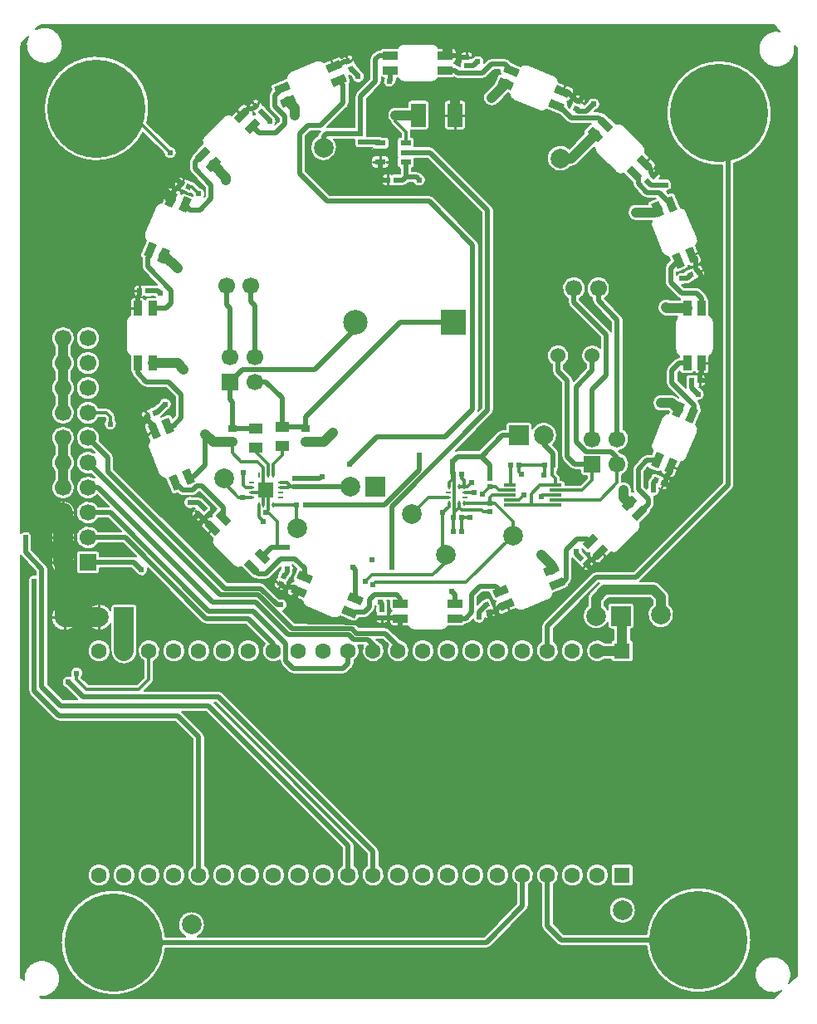
<source format=gtl>
G04 Layer: TopLayer*
G04 EasyEDA Pro v2.2.45.4, 2026-01-14 12:02:54*
G04 Gerber Generator version 0.3*
G04 Scale: 100 percent, Rotated: No, Reflected: No*
G04 Dimensions in millimeters*
G04 Leading zeros omitted, absolute positions, 4 integers and 5 decimals*
G04 Generated by one-click*
%FSLAX45Y45*%
%MOMM*%
%AMRect*21,1,$1,$2,0,0,$3*%
%ADD10C,0.2032*%
%ADD11C,0.254*%
%ADD12R,0.5X0.54*%
%ADD13R,0.54X0.5*%
%ADD14R,1.50625X2.37599*%
%ADD15Rect,0.5X0.54X67.5*%
%ADD16Rect,0.5X0.54X45.0*%
%ADD17Rect,0.5X0.54X22.5*%
%ADD18Rect,0.5035X0.54X157.5*%
%ADD19Rect,0.5X0.54X157.5*%
%ADD20Rect,0.5X0.54X135.0*%
%ADD21Rect,0.5X0.54X112.5*%
%ADD22R,0.9X0.8*%
%ADD23C,1.7*%
%ADD24R,1.6X1.6*%
%ADD25C,1.6*%
%ADD26R,2.0X2.0*%
%ADD27C,2.0*%
%ADD28R,1.7X1.7*%
%ADD29R,1.37701X1.13254*%
%ADD30R,1.5X0.81999*%
%ADD31Rect,0.81999X1.5X67.5*%
%ADD32Rect,0.81999X1.5X45.0*%
%ADD33Rect,0.81999X1.5X22.5*%
%ADD34R,0.81999X1.5*%
%ADD35Rect,0.81999X1.5X157.5*%
%ADD36Rect,0.81999X1.5X135.0*%
%ADD37Rect,0.81999X1.5X112.5*%
%ADD38R,0.54X0.56566*%
%ADD39R,0.56566X0.54*%
%ADD40R,2.49999X2.49999*%
%ADD41C,2.49999*%
%ADD42R,1.1X0.6*%
%ADD43R,0.5X0.28001*%
%ADD44R,0.28001X0.5*%
%ADD45R,1.3X0.3*%
%ADD46R,0.25001X0.6*%
%ADD47R,0.6X0.25001*%
%ADD48R,1.5X1.5*%
%ADD49C,1.524*%
%ADD50C,10.0*%
%ADD51C,0.61*%
%ADD52C,0.5*%
%ADD53C,1.0*%
%ADD54C,0.3*%
G75*


G04 Copper Start*
G36*
G01X122217Y4794437D02*
G01X107479Y4800758D01*
G01X91654Y4803357D01*
G01X75668Y4802080D01*
G01X60455Y4797004D01*
G01X46907Y4788424D01*
G01X35814Y4776842D01*
G01X35814Y4991100D01*
G01X349086Y4991100D01*
G01X350922Y4970121D01*
G01X356372Y4949779D01*
G01X365272Y4930693D01*
G01X377351Y4913442D01*
G01X392242Y4898551D01*
G01X409493Y4886472D01*
G01X428579Y4877572D01*
G01X448921Y4872122D01*
G01X469900Y4870286D01*
G01X469900Y4870286D01*
G01X490879Y4872122D01*
G01X511221Y4877572D01*
G01X530307Y4886472D01*
G01X547558Y4898551D01*
G01X562449Y4913442D01*
G01X574528Y4930693D01*
G01X583428Y4949779D01*
G01X588878Y4970121D01*
G01X590714Y4991100D01*
G01X588878Y5012079D01*
G01X583428Y5032421D01*
G01X574528Y5051507D01*
G01X562449Y5068758D01*
G01X547558Y5083649D01*
G01X530307Y5095728D01*
G01X511221Y5104628D01*
G01X490879Y5110078D01*
G01X469900Y5111914D01*
G01X448921Y5110078D01*
G01X428579Y5104628D01*
G01X409493Y5095728D01*
G01X392242Y5083649D01*
G01X377351Y5068758D01*
G01X365272Y5051507D01*
G01X356372Y5032421D01*
G01X350922Y5012079D01*
G01X349086Y4991100D01*
G01X35814Y4991100D01*
G01X35814Y5252017D01*
G01X349284Y5252017D01*
G01X350008Y5230204D01*
G01X354644Y5208877D01*
G01X363042Y5188732D01*
G01X374927Y5170426D01*
G01X389912Y5154558D01*
G01X407506Y5141645D01*
G01X427137Y5132107D01*
G01X448164Y5126258D01*
G01X469900Y5124286D01*
G01X491636Y5126258D01*
G01X512663Y5132107D01*
G01X532294Y5141645D01*
G01X549888Y5154558D01*
G01X564873Y5170426D01*
G01X576758Y5188732D01*
G01X585156Y5208877D01*
G01X589792Y5230204D01*
G01X590516Y5252017D01*
G01X587303Y5273604D01*
G01X580259Y5294261D01*
G01X569614Y5313314D01*
G01X555714Y5330141D01*
G01X555714Y5414059D01*
G01X569108Y5430153D01*
G01X579523Y5448317D01*
G01X586644Y5468007D01*
G01X590259Y5488631D01*
G01X590259Y5509569D01*
G01X586644Y5530193D01*
G01X579523Y5549883D01*
G01X569108Y5568047D01*
G01X555714Y5584141D01*
G01X555714Y5668059D01*
G01X569614Y5684886D01*
G01X580259Y5703939D01*
G01X587303Y5724596D01*
G01X590516Y5746183D01*
G01X589792Y5767996D01*
G01X585156Y5789323D01*
G01X576758Y5809468D01*
G01X564873Y5827774D01*
G01X549888Y5843642D01*
G01X532294Y5856555D01*
G01X512663Y5866093D01*
G01X491636Y5871942D01*
G01X469900Y5873914D01*
G01X448164Y5871942D01*
G01X427137Y5866093D01*
G01X407506Y5856555D01*
G01X389912Y5843642D01*
G01X374927Y5827774D01*
G01X363042Y5809468D01*
G01X354644Y5789323D01*
G01X350008Y5767996D01*
G01X349284Y5746183D01*
G01X352497Y5724596D01*
G01X359541Y5703939D01*
G01X370186Y5684886D01*
G01X384086Y5668059D01*
G01X384086Y5584141D01*
G01X370692Y5568047D01*
G01X360277Y5549883D01*
G01X353156Y5530193D01*
G01X349541Y5509569D01*
G01X349541Y5488631D01*
G01X353156Y5468007D01*
G01X360277Y5448317D01*
G01X370692Y5430153D01*
G01X384086Y5414059D01*
G01X384086Y5414059D01*
G01X384086Y5330141D01*
G01X370186Y5313314D01*
G01X359541Y5294261D01*
G01X352497Y5273604D01*
G01X349284Y5252017D01*
G01X35814Y5252017D01*
G01X35814Y6762183D01*
G01X349284Y6762183D01*
G01X352497Y6740596D01*
G01X359541Y6719939D01*
G01X370186Y6700886D01*
G01X384086Y6684059D01*
G01X384086Y6600141D01*
G01X370692Y6584047D01*
G01X360277Y6565883D01*
G01X353156Y6546193D01*
G01X349541Y6525569D01*
G01X349541Y6504631D01*
G01X353156Y6484007D01*
G01X360277Y6464317D01*
G01X370692Y6446153D01*
G01X384086Y6430059D01*
G01X384086Y6346141D01*
G01X370692Y6330047D01*
G01X360277Y6311883D01*
G01X353156Y6292193D01*
G01X349541Y6271569D01*
G01X349541Y6250631D01*
G01X353156Y6230007D01*
G01X360277Y6210317D01*
G01X370692Y6192153D01*
G01X384086Y6176059D01*
G01X384086Y6092141D01*
G01X384086Y6092141D01*
G01X370186Y6075314D01*
G01X359541Y6056261D01*
G01X352497Y6035604D01*
G01X349284Y6014017D01*
G01X350008Y5992204D01*
G01X354644Y5970877D01*
G01X363042Y5950732D01*
G01X374927Y5932426D01*
G01X389912Y5916558D01*
G01X407506Y5903645D01*
G01X427137Y5894107D01*
G01X448164Y5888258D01*
G01X469900Y5886286D01*
G01X491636Y5888258D01*
G01X512663Y5894107D01*
G01X532294Y5903645D01*
G01X549888Y5916558D01*
G01X564873Y5932426D01*
G01X576758Y5950732D01*
G01X585156Y5970877D01*
G01X589792Y5992204D01*
G01X590286Y6007100D01*
G01X603086Y6007100D01*
G01X605049Y5985411D01*
G01X610873Y5964428D01*
G01X620370Y5944830D01*
G01X633231Y5927256D01*
G01X649037Y5912276D01*
G01X667276Y5900377D01*
G01X687355Y5891946D01*
G01X708622Y5887256D01*
G01X730384Y5886460D01*
G01X751936Y5889584D01*
G01X772577Y5896526D01*
G01X791637Y5907061D01*
G01X808495Y5920847D01*
G01X822605Y5937435D01*
G01X833508Y5956286D01*
G01X893352Y5956286D01*
G01X901686Y5947952D01*
G01X901686Y5947952D01*
G01X901686Y5935409D01*
G01X893405Y5922888D01*
G01X888151Y5908825D01*
G01X886196Y5893942D01*
G01X887638Y5878999D01*
G01X892404Y5864764D01*
G01X900249Y5851966D01*
G01X910772Y5841260D01*
G01X923434Y5833195D01*
G01X937585Y5828185D01*
G01X952500Y5826486D01*
G01X967415Y5828185D01*
G01X981566Y5833195D01*
G01X994228Y5841260D01*
G01X1004751Y5851966D01*
G01X1012596Y5864764D01*
G01X1017362Y5878999D01*
G01X1018804Y5893942D01*
G01X1016849Y5908825D01*
G01X1011595Y5922888D01*
G01X1003314Y5935409D01*
G01X1003314Y5969000D01*
G01X1001583Y5982152D01*
G01X996506Y5994407D01*
G01X988431Y6004931D01*
G01X950331Y6043031D01*
G01X939807Y6051106D01*
G01X927552Y6056183D01*
G01X914400Y6057914D01*
G01X833508Y6057914D01*
G01X822605Y6076765D01*
G01X808495Y6093353D01*
G01X791637Y6107139D01*
G01X772577Y6117674D01*
G01X751936Y6124616D01*
G01X730384Y6127740D01*
G01X708622Y6126944D01*
G01X687355Y6122254D01*
G01X667276Y6113823D01*
G01X649037Y6101924D01*
G01X633231Y6086944D01*
G01X620370Y6069370D01*
G01X610873Y6049772D01*
G01X605049Y6028789D01*
G01X603086Y6007100D01*
G01X590286Y6007100D01*
G01X590516Y6014017D01*
G01X587303Y6035604D01*
G01X580259Y6056261D01*
G01X569614Y6075314D01*
G01X555714Y6092141D01*
G01X555714Y6176059D01*
G01X569108Y6192153D01*
G01X579523Y6210317D01*
G01X586644Y6230007D01*
G01X590259Y6250631D01*
G01X590259Y6261100D01*
G01X603086Y6261100D01*
G01X604922Y6240121D01*
G01X610372Y6219779D01*
G01X619272Y6200693D01*
G01X631351Y6183442D01*
G01X646242Y6168551D01*
G01X663493Y6156472D01*
G01X682579Y6147572D01*
G01X702921Y6142122D01*
G01X723900Y6140286D01*
G01X723900Y6140286D01*
G01X744879Y6142122D01*
G01X765221Y6147572D01*
G01X784307Y6156472D01*
G01X801558Y6168551D01*
G01X816449Y6183442D01*
G01X828528Y6200693D01*
G01X837428Y6219779D01*
G01X842878Y6240121D01*
G01X844714Y6261100D01*
G01X842878Y6282079D01*
G01X837428Y6302421D01*
G01X828528Y6321507D01*
G01X816449Y6338758D01*
G01X801558Y6353649D01*
G01X784307Y6365728D01*
G01X765221Y6374628D01*
G01X744879Y6380078D01*
G01X723900Y6381914D01*
G01X702921Y6380078D01*
G01X682579Y6374628D01*
G01X663493Y6365728D01*
G01X646242Y6353649D01*
G01X631351Y6338758D01*
G01X619272Y6321507D01*
G01X610372Y6302421D01*
G01X604922Y6282079D01*
G01X603086Y6261100D01*
G01X590259Y6261100D01*
G01X590259Y6271569D01*
G01X586644Y6292193D01*
G01X579523Y6311883D01*
G01X569108Y6330047D01*
G01X555714Y6346141D01*
G01X555714Y6430059D01*
G01X569108Y6446153D01*
G01X579523Y6464317D01*
G01X586644Y6484007D01*
G01X590259Y6504631D01*
G01X590259Y6515100D01*
G01X603086Y6515100D01*
G01X604922Y6494121D01*
G01X610372Y6473779D01*
G01X619272Y6454693D01*
G01X631351Y6437442D01*
G01X646242Y6422551D01*
G01X663493Y6410472D01*
G01X682579Y6401572D01*
G01X702921Y6396122D01*
G01X723900Y6394286D01*
G01X723900Y6394286D01*
G01X744879Y6396122D01*
G01X765221Y6401572D01*
G01X784307Y6410472D01*
G01X801558Y6422551D01*
G01X816449Y6437442D01*
G01X828528Y6454693D01*
G01X837428Y6473779D01*
G01X842878Y6494121D01*
G01X844714Y6515100D01*
G01X842878Y6536079D01*
G01X837428Y6556421D01*
G01X828528Y6575507D01*
G01X816449Y6592758D01*
G01X801558Y6607649D01*
G01X784307Y6619728D01*
G01X765221Y6628628D01*
G01X744879Y6634078D01*
G01X723900Y6635914D01*
G01X702921Y6634078D01*
G01X682579Y6628628D01*
G01X663493Y6619728D01*
G01X646242Y6607649D01*
G01X631351Y6592758D01*
G01X619272Y6575507D01*
G01X610372Y6556421D01*
G01X604922Y6536079D01*
G01X603086Y6515100D01*
G01X590259Y6515100D01*
G01X590259Y6525569D01*
G01X586644Y6546193D01*
G01X579523Y6565883D01*
G01X569108Y6584047D01*
G01X555714Y6600141D01*
G01X555714Y6684059D01*
G01X569614Y6700886D01*
G01X580259Y6719939D01*
G01X587303Y6740596D01*
G01X590516Y6762183D01*
G01X590286Y6769100D01*
G01X603086Y6769100D01*
G01X604922Y6748121D01*
G01X610372Y6727779D01*
G01X619272Y6708693D01*
G01X631351Y6691442D01*
G01X646242Y6676551D01*
G01X663493Y6664472D01*
G01X682579Y6655572D01*
G01X702921Y6650122D01*
G01X723900Y6648286D01*
G01X723900Y6648286D01*
G01X744879Y6650122D01*
G01X765221Y6655572D01*
G01X784307Y6664472D01*
G01X801558Y6676551D01*
G01X816449Y6691442D01*
G01X828528Y6708693D01*
G01X837428Y6727779D01*
G01X842878Y6748121D01*
G01X844714Y6769100D01*
G01X842878Y6790079D01*
G01X837428Y6810421D01*
G01X828528Y6829507D01*
G01X816449Y6846758D01*
G01X801558Y6861649D01*
G01X784307Y6873728D01*
G01X765221Y6882628D01*
G01X744879Y6888078D01*
G01X723900Y6889914D01*
G01X702921Y6888078D01*
G01X682579Y6882628D01*
G01X663493Y6873728D01*
G01X646242Y6861649D01*
G01X631351Y6846758D01*
G01X619272Y6829507D01*
G01X610372Y6810421D01*
G01X604922Y6790079D01*
G01X603086Y6769100D01*
G01X590286Y6769100D01*
G01X589792Y6783996D01*
G01X585156Y6805323D01*
G01X576758Y6825468D01*
G01X564873Y6843774D01*
G01X549888Y6859642D01*
G01X532294Y6872555D01*
G01X512663Y6882093D01*
G01X491636Y6887942D01*
G01X469900Y6889914D01*
G01X448164Y6887942D01*
G01X427137Y6882093D01*
G01X407506Y6872555D01*
G01X389912Y6859642D01*
G01X374927Y6843774D01*
G01X363042Y6825468D01*
G01X354644Y6805323D01*
G01X350008Y6783996D01*
G01X349284Y6762183D01*
G01X35814Y6762183D01*
G01X35814Y6934502D01*
G01X1112263Y6934502D01*
G01X1112284Y6654499D01*
G01X1114238Y6637397D01*
G01X1120000Y6621176D01*
G01X1129273Y6606674D01*
G01X1141577Y6594637D01*
G01X1156280Y6585686D01*
G01X1156280Y6439491D01*
G01X1158049Y6428376D01*
G01X1163178Y6418360D01*
G01X1171164Y6410429D01*
G01X1173721Y6395791D01*
G01X1179753Y6382211D01*
G01X1188898Y6370498D01*
G01X1277798Y6281598D01*
G01X1287014Y6274035D01*
G01X1297528Y6268415D01*
G01X1308936Y6264955D01*
G01X1320800Y6263786D01*
G01X1524210Y6263786D01*
G01X1615586Y6172410D01*
G01X1615586Y5981490D01*
G01X1587693Y5953597D01*
G01X1579207Y5974085D01*
G01X1573352Y5983639D01*
G01X1564832Y5990916D01*
G01X1554480Y5995204D01*
G01X1543309Y5996083D01*
G01X1532414Y5993467D01*
G01X1468138Y5966843D01*
G01X1468779Y5967475D01*
G01X1535604Y6034300D01*
G01X1549985Y6042139D01*
G01X1562006Y6053263D01*
G01X1570934Y6066995D01*
G01X1576224Y6082496D01*
G01X1577554Y6098820D01*
G01X1574842Y6114973D01*
G01X1568254Y6129968D01*
G01X1558191Y6142891D01*
G01X1545268Y6152954D01*
G01X1530273Y6159542D01*
G01X1514120Y6162254D01*
G01X1497796Y6160924D01*
G01X1482295Y6155634D01*
G01X1468563Y6146706D01*
G01X1457439Y6134685D01*
G01X1449600Y6120304D01*
G01X1405888Y6076592D01*
G01X1363279Y6058943D01*
G01X1355591Y6054577D01*
G01X1349207Y6048462D01*
G01X1340368Y6048272D01*
G01X1331845Y6045923D01*
G01X1285651Y6026789D01*
G01X1276098Y6020934D01*
G01X1268820Y6012413D01*
G01X1264532Y6002061D01*
G01X1263653Y5990891D01*
G01X1266269Y5979995D01*
G01X1286934Y5930105D01*
G01X1292095Y5921389D01*
G01X1299491Y5914466D01*
G01X1308529Y5909891D01*
G01X1318487Y5908030D01*
G01X1328567Y5909031D01*
G01X1318063Y5904680D01*
G01X1308509Y5898826D01*
G01X1301232Y5890305D01*
G01X1296944Y5879953D01*
G01X1296065Y5868783D01*
G01X1298681Y5857887D01*
G01X1354625Y5722826D01*
G01X1344460Y5708930D01*
G01X1337694Y5693098D01*
G01X1334673Y5676148D01*
G01X1335555Y5658954D01*
G01X1340294Y5642402D01*
G01X1447466Y5383720D01*
G01X1455816Y5368668D01*
G01X1467346Y5355887D01*
G01X1481463Y5346037D01*
G01X1497437Y5339625D01*
G01X1514447Y5336982D01*
G01X1570393Y5201915D01*
G01X1576248Y5192361D01*
G01X1584768Y5185084D01*
G01X1595120Y5180796D01*
G01X1606291Y5179917D01*
G01X1617186Y5182533D01*
G01X1636658Y5190598D01*
G01X1650558Y5176698D01*
G01X1659773Y5169135D01*
G01X1670287Y5163515D01*
G01X1681695Y5160055D01*
G01X1693560Y5158886D01*
G01X1761181Y5158886D01*
G01X1746958Y5156427D01*
G01X1733604Y5150949D01*
G01X1721751Y5142710D01*
G01X1711962Y5132103D01*
G01X1704699Y5119628D01*
G01X1700308Y5105878D01*
G01X1698997Y5091503D01*
G01X1700826Y5077185D01*
G01X1705711Y5063602D01*
G01X1713419Y5051398D01*
G01X1723584Y5041150D01*
G01X1735727Y5033345D01*
G01X1749270Y5028353D01*
G01X1763573Y5026408D01*
G01X1777958Y5027605D01*
G01X1791743Y5031886D01*
G01X1818853Y5031886D01*
G01X1787799Y5000832D01*
G01X1787799Y5000832D01*
G01X1781213Y4991767D01*
G01X1777751Y4981110D01*
G01X1777751Y4969905D01*
G01X1781213Y4959248D01*
G01X1787799Y4950183D01*
G01X1825983Y4911999D01*
G01X1835048Y4905413D01*
G01X1845705Y4901951D01*
G01X1856910Y4901951D01*
G01X1867567Y4905413D01*
G01X1876632Y4911999D01*
G01X1911987Y4947355D01*
G01X1917419Y4954330D01*
G01X1920977Y4962423D01*
G01X1929070Y4965981D01*
G01X1936045Y4971413D01*
G01X1971401Y5006768D01*
G01X1977987Y5015833D01*
G01X1981449Y5026490D01*
G01X1981449Y5037695D01*
G01X1977987Y5048352D01*
G01X1971401Y5057417D01*
G01X1893115Y5135702D01*
G01X1883900Y5143265D01*
G01X1873386Y5148885D01*
G01X1861978Y5152345D01*
G01X1850113Y5153514D01*
G01X1791743Y5153514D01*
G01X1780815Y5157174D01*
G01X1769419Y5158886D01*
G01X1789975Y5158886D01*
G01X1801840Y5160055D01*
G01X1813248Y5163515D01*
G01X1823762Y5169135D01*
G01X1832977Y5176698D01*
G01X1859978Y5203698D01*
G01X1860398Y5203698D01*
G01X2036494Y5027602D01*
G01X1995593Y4986700D01*
G01X1989026Y4977674D01*
G01X1985558Y4967065D01*
G01X1985524Y4955903D01*
G01X1988927Y4945273D01*
G01X1978297Y4948676D01*
G01X1967135Y4948642D01*
G01X1956526Y4945174D01*
G01X1947500Y4938607D01*
G01X1889518Y4880626D01*
G01X1882932Y4871560D01*
G01X1879469Y4860904D01*
G01X1879469Y4849699D01*
G01X1882932Y4839042D01*
G01X1889518Y4829977D01*
G01X1992889Y4726606D01*
G01X1988816Y4709877D01*
G01X1988623Y4692661D01*
G01X1992319Y4675846D01*
G01X1999714Y4660298D01*
G01X2010426Y4646819D01*
G01X2208433Y4448841D01*
G01X2221908Y4438130D01*
G01X2237452Y4430735D01*
G01X2254263Y4427037D01*
G01X2271475Y4427226D01*
G01X2288201Y4431294D01*
G01X2391577Y4327918D01*
G01X2398792Y4322344D01*
G01X2407182Y4318772D01*
G01X2416201Y4317435D01*
G01X2425266Y4318419D01*
G01X2435850Y4312700D01*
G01X2447353Y4309176D01*
G01X2459325Y4307986D01*
G01X2540000Y4307986D01*
G01X2551864Y4309155D01*
G01X2563272Y4312615D01*
G01X2573786Y4318235D01*
G01X2583002Y4325798D01*
G01X2691158Y4433954D01*
G01X2689627Y4421933D01*
G01X2690309Y4409834D01*
G01X2682978Y4405144D01*
G01X2676994Y4398825D01*
G01X2672711Y4391249D01*
G01X2653577Y4345055D01*
G01X2651228Y4336532D01*
G01X2651038Y4327693D01*
G01X2644923Y4321309D01*
G01X2640557Y4313621D01*
G01X2621423Y4267427D01*
G01X2618807Y4256532D01*
G01X2619686Y4245361D01*
G01X2623974Y4235009D01*
G01X2631252Y4226489D01*
G01X2640805Y4220634D01*
G01X2690695Y4199969D01*
G01X2701591Y4197353D01*
G01X2712761Y4198232D01*
G01X2723113Y4202520D01*
G01X2731634Y4209798D01*
G01X2737489Y4219351D01*
G01X2756623Y4265545D01*
G01X2758972Y4274068D01*
G01X2759162Y4282907D01*
G01X2765277Y4289291D01*
G01X2769643Y4296979D01*
G01X2776429Y4313361D01*
G01X2798902Y4335835D01*
G01X2806465Y4345050D01*
G01X2812085Y4355564D01*
G01X2815545Y4366972D01*
G01X2816714Y4378837D01*
G01X2816714Y4393157D01*
G01X2821337Y4408851D01*
G01X2821977Y4425199D01*
G01X2818595Y4441207D01*
G01X2811397Y4455899D01*
G01X2849979Y4417317D01*
G01X2845620Y4409637D01*
G01X2814240Y4333880D01*
G01X2811628Y4323028D01*
G01X2812483Y4311899D01*
G01X2816723Y4301573D01*
G01X2823936Y4293055D01*
G01X2812812Y4292132D01*
G01X2802513Y4287829D01*
G01X2794039Y4280564D01*
G01X2788212Y4271043D01*
G01X2756833Y4195286D01*
G01X2754217Y4184391D01*
G01X2755096Y4173220D01*
G01X2759384Y4162868D01*
G01X2766661Y4154348D01*
G01X2776215Y4148493D01*
G01X2911276Y4092549D01*
G01X2913915Y4075536D01*
G01X2920325Y4059556D01*
G01X2930175Y4045435D01*
G01X2942957Y4033900D01*
G01X2958012Y4025547D01*
G01X3216709Y3918413D01*
G01X3233257Y3913674D01*
G01X3250447Y3912790D01*
G01X3267394Y3915807D01*
G01X3283224Y3922569D01*
G01X3297120Y3932727D01*
G01X3432187Y3876781D01*
G01X3443083Y3874165D01*
G01X3454253Y3875044D01*
G01X3464605Y3879332D01*
G01X3473126Y3886609D01*
G01X3478980Y3896163D01*
G01X3487046Y3915634D01*
G01X3544937Y3915634D01*
G01X3556801Y3916803D01*
G01X3568209Y3920264D01*
G01X3578723Y3925883D01*
G01X3587939Y3933446D01*
G01X3637102Y3982610D01*
G01X3644665Y3991825D01*
G01X3650285Y4002339D01*
G01X3653745Y4013747D01*
G01X3654914Y4025612D01*
G01X3654914Y4037498D01*
G01X3658472Y4033057D01*
G01X3658286Y4029412D01*
G01X3658286Y3979412D01*
G01X3659377Y3970639D01*
G01X3662584Y3962400D01*
G01X3659377Y3954161D01*
G01X3658286Y3945388D01*
G01X3658286Y3895388D01*
G01X3660039Y3884321D01*
G01X3665126Y3874338D01*
G01X3673049Y3866414D01*
G01X3683033Y3861327D01*
G01X3694100Y3859574D01*
G01X3748100Y3859574D01*
G01X3759167Y3861327D01*
G01X3769151Y3866414D01*
G01X3777074Y3874338D01*
G01X3782161Y3884321D01*
G01X3783914Y3895388D01*
G01X3783914Y3945388D01*
G01X3782823Y3954161D01*
G01X3779616Y3962400D01*
G01X3782823Y3970639D01*
G01X3783914Y3979412D01*
G01X3783914Y4029412D01*
G01X3781914Y4041213D01*
G01X3781914Y4064000D01*
G01X3780170Y4078458D01*
G01X3775040Y4092086D01*
G01X3800177Y4092086D01*
G01X3800177Y4021807D01*
G01X3801916Y4010781D01*
G01X3806965Y4000827D01*
G01X3814834Y3992910D01*
G01X3824758Y3987800D01*
G01X3814834Y3982690D01*
G01X3806965Y3974773D01*
G01X3801916Y3964819D01*
G01X3800177Y3953793D01*
G01X3800177Y3871794D01*
G01X3801929Y3860727D01*
G01X3807016Y3850743D01*
G01X3814940Y3842820D01*
G01X3824923Y3837733D01*
G01X3835991Y3835980D01*
G01X3982179Y3835980D01*
G01X3991128Y3821272D01*
G01X4003165Y3808962D01*
G01X4017669Y3799685D01*
G01X4033892Y3793920D01*
G01X4050998Y3791963D01*
G01X4331001Y3791984D01*
G01X4348103Y3793938D01*
G01X4364324Y3799700D01*
G01X4378826Y3808973D01*
G01X4390863Y3821277D01*
G01X4399814Y3835980D01*
G01X4546009Y3835980D01*
G01X4557575Y3837899D01*
G01X4567902Y3843451D01*
G01X4575882Y3852039D01*
G01X4590658Y3854542D01*
G01X4604374Y3860581D01*
G01X4616196Y3869792D01*
G01X4649028Y3902624D01*
G01X4655324Y3889382D01*
G01X4664375Y3877847D01*
G01X4675740Y3868582D01*
G01X4688864Y3862042D01*
G01X4703103Y3858545D01*
G01X4717763Y3858264D01*
G01X4732127Y3861210D01*
G01X4745492Y3867242D01*
G01X4757205Y3876062D01*
G01X4766693Y3887241D01*
G01X4773492Y3900232D01*
G01X4777271Y3914400D01*
G01X4785611Y3908762D01*
G01X4795192Y3905668D01*
G01X4805254Y3905362D01*
G01X4815005Y3907869D01*
G01X4864895Y3928534D01*
G01X4874448Y3934389D01*
G01X4881726Y3942909D01*
G01X4886014Y3953261D01*
G01X4886893Y3964432D01*
G01X4884277Y3975327D01*
G01X4865143Y4021521D01*
G01X4860777Y4029209D01*
G01X4854662Y4035593D01*
G01X4854472Y4044432D01*
G01X4852123Y4052955D01*
G01X4832989Y4099149D01*
G01X4827134Y4108702D01*
G01X4818613Y4115980D01*
G01X4808261Y4120268D01*
G01X4797091Y4121147D01*
G01X4786195Y4118531D01*
G01X4736305Y4097866D01*
G01X4727885Y4092940D01*
G01X4721106Y4085923D01*
G01X4716472Y4077338D01*
G01X4714326Y4067821D01*
G01X4696314Y4049809D01*
G01X4696314Y4127710D01*
G01X4749590Y4180986D01*
G01X4816605Y4180986D01*
G01X4845612Y4110957D01*
G01X4851439Y4101436D01*
G01X4859913Y4094171D01*
G01X4870212Y4089868D01*
G01X4881336Y4088945D01*
G01X4874123Y4080427D01*
G01X4869883Y4070101D01*
G01X4869028Y4058972D01*
G01X4871640Y4048120D01*
G01X4903020Y3972363D01*
G01X4908874Y3962809D01*
G01X4917395Y3955532D01*
G01X4927747Y3951244D01*
G01X4938917Y3950365D01*
G01X4949813Y3952981D01*
G01X5084874Y4008925D01*
G01X5098770Y3998760D01*
G01X5114602Y3991994D01*
G01X5131552Y3988973D01*
G01X5148746Y3989855D01*
G01X5165298Y3994594D01*
G01X5423980Y4101766D01*
G01X5439032Y4110116D01*
G01X5451813Y4121646D01*
G01X5461663Y4135763D01*
G01X5468075Y4151737D01*
G01X5470718Y4168747D01*
G01X5567365Y4208779D01*
G01X5578277Y4213299D01*
G01X5605785Y4224693D01*
G01X5615066Y4230317D01*
G01X5622236Y4238462D01*
G01X5626638Y4248381D01*
G01X5627867Y4259163D01*
G01X5643702Y4274998D01*
G01X5651265Y4284214D01*
G01X5656885Y4294728D01*
G01X5660345Y4306136D01*
G01X5661514Y4318000D01*
G01X5661514Y4526782D01*
G01X5679769Y4508527D01*
G01X5686699Y4498768D01*
G01X5722055Y4463413D01*
G01X5729030Y4457981D01*
G01X5737123Y4454423D01*
G01X5740681Y4446330D01*
G01X5746113Y4439355D01*
G01X5781468Y4403999D01*
G01X5790533Y4397413D01*
G01X5801190Y4393951D01*
G01X5812395Y4393951D01*
G01X5823052Y4397413D01*
G01X5832117Y4403999D01*
G01X5870301Y4442183D01*
G01X5876887Y4451248D01*
G01X5880349Y4461905D01*
G01X5880349Y4473110D01*
G01X5876887Y4483767D01*
G01X5870301Y4492832D01*
G01X5834945Y4528187D01*
G01X5827970Y4533619D01*
G01X5819877Y4537177D01*
G01X5816319Y4545270D01*
G01X5810887Y4552245D01*
G01X5775532Y4587601D01*
G01X5768473Y4593082D01*
G01X5768213Y4604681D01*
G01X5765936Y4616057D01*
G01X5795600Y4586393D01*
G01X5804626Y4579826D01*
G01X5815235Y4576358D01*
G01X5826397Y4576324D01*
G01X5837027Y4579727D01*
G01X5833624Y4569097D01*
G01X5833658Y4557935D01*
G01X5837126Y4547326D01*
G01X5843693Y4538300D01*
G01X5901674Y4480318D01*
G01X5910740Y4473732D01*
G01X5921396Y4470269D01*
G01X5932601Y4470269D01*
G01X5943258Y4473732D01*
G01X5952323Y4480318D01*
G01X6055694Y4583689D01*
G01X6072423Y4579616D01*
G01X6089639Y4579423D01*
G01X6106454Y4583119D01*
G01X6122002Y4590514D01*
G01X6135481Y4601226D01*
G01X6333459Y4799233D01*
G01X6344170Y4812708D01*
G01X6351565Y4828252D01*
G01X6355263Y4845063D01*
G01X6355074Y4862275D01*
G01X6351006Y4879001D01*
G01X6454382Y4982377D01*
G01X6461193Y4991891D01*
G01X6464574Y5003092D01*
G01X6464164Y5014786D01*
G01X6481902Y5032523D01*
G01X6489465Y5041739D01*
G01X6495085Y5052253D01*
G01X6498545Y5063661D01*
G01X6499714Y5075525D01*
G01X6499714Y5130800D01*
G01X6498593Y5142424D01*
G01X6495270Y5153620D01*
G01X6509966Y5156559D01*
G01X6523627Y5162722D01*
G01X6535555Y5171795D01*
G01X6545141Y5183315D01*
G01X6551895Y5196694D01*
G01X6555473Y5211247D01*
G01X6555692Y5226232D01*
G01X6552539Y5240884D01*
G01X6591073Y5224923D01*
G01X6601968Y5222307D01*
G01X6613139Y5223186D01*
G01X6623491Y5227474D01*
G01X6632011Y5234752D01*
G01X6637866Y5244305D01*
G01X6658531Y5294195D01*
G01X6661147Y5305091D01*
G01X6660268Y5316261D01*
G01X6655980Y5326613D01*
G01X6648702Y5335134D01*
G01X6639149Y5340989D01*
G01X6592955Y5360123D01*
G01X6584432Y5362472D01*
G01X6575593Y5362662D01*
G01X6569209Y5368777D01*
G01X6561521Y5373143D01*
G01X6515327Y5392277D01*
G01X6504432Y5394893D01*
G01X6493261Y5394014D01*
G01X6482909Y5389726D01*
G01X6474389Y5382448D01*
G01X6468534Y5372895D01*
G01X6462831Y5359125D01*
G01X6446698Y5342993D01*
G01X6439135Y5333777D01*
G01X6433515Y5323263D01*
G01X6430055Y5311855D01*
G01X6428886Y5299991D01*
G01X6428886Y5246143D01*
G01X6424408Y5231296D01*
G01X6398114Y5257590D01*
G01X6398114Y5410410D01*
G01X6434708Y5447004D01*
G01X6441122Y5440825D01*
G01X6448863Y5436420D01*
G01X6524620Y5405040D01*
G01X6535472Y5402428D01*
G01X6546601Y5403283D01*
G01X6556927Y5407523D01*
G01X6565445Y5414736D01*
G01X6566368Y5403612D01*
G01X6570671Y5393313D01*
G01X6577936Y5384839D01*
G01X6587457Y5379012D01*
G01X6663214Y5347633D01*
G01X6674109Y5345017D01*
G01X6685280Y5345896D01*
G01X6695632Y5350184D01*
G01X6704152Y5357461D01*
G01X6710007Y5367015D01*
G01X6765951Y5502076D01*
G01X6782964Y5504715D01*
G01X6798944Y5511125D01*
G01X6813065Y5520975D01*
G01X6824600Y5533757D01*
G01X6832953Y5548812D01*
G01X6940087Y5807509D01*
G01X6944826Y5824057D01*
G01X6945710Y5841247D01*
G01X6942693Y5858194D01*
G01X6935931Y5874024D01*
G01X6925773Y5887920D01*
G01X6981719Y6022987D01*
G01X6984385Y6034605D01*
G01X6983089Y6046455D01*
G01X6977977Y6057223D01*
G01X6969614Y6065716D01*
G01X6969614Y6083300D01*
G01X6968445Y6095164D01*
G01X6964985Y6106572D01*
G01X6959365Y6117086D01*
G01X6951802Y6126302D01*
G01X6946818Y6131286D01*
G01X6961979Y6133023D01*
G01X6976342Y6138180D01*
G01X6989145Y6146483D01*
G01X6999711Y6157494D01*
G01X7007481Y6170628D01*
G01X7012043Y6185191D01*
G01X7013154Y6200410D01*
G01X7010758Y6215481D01*
G01X7004979Y6229605D01*
G01X6996125Y6242034D01*
G01X6984665Y6252110D01*
G01X6971204Y6259300D01*
G01X6956018Y6274486D01*
G01X6988512Y6274486D01*
G01X6999579Y6276239D01*
G01X7009562Y6281326D01*
G01X7017486Y6289249D01*
G01X7022573Y6299233D01*
G01X7024326Y6310300D01*
G01X7024326Y6364300D01*
G01X7022573Y6375367D01*
G01X7017486Y6385351D01*
G01X7009562Y6393274D01*
G01X6999579Y6398361D01*
G01X6988512Y6400114D01*
G01X6938512Y6400114D01*
G01X6929739Y6399023D01*
G01X6921500Y6395816D01*
G01X6913261Y6399023D01*
G01X6904488Y6400114D01*
G01X6854488Y6400114D01*
G01X6843421Y6398361D01*
G01X6833438Y6393274D01*
G01X6825514Y6385351D01*
G01X6820427Y6375367D01*
G01X6818674Y6364300D01*
G01X6818674Y6265012D01*
G01X6818958Y6259146D01*
G01X6741014Y6337090D01*
G01X6741014Y6413710D01*
G01X6758061Y6430758D01*
G01X6762787Y6419940D01*
G01X6770773Y6411247D01*
G01X6781151Y6405622D01*
G01X6792794Y6403677D01*
G01X6874793Y6403677D01*
G01X6885819Y6405416D01*
G01X6895773Y6410465D01*
G01X6903690Y6418334D01*
G01X6908800Y6428258D01*
G01X6913910Y6418334D01*
G01X6921827Y6410465D01*
G01X6931781Y6405416D01*
G01X6942807Y6403677D01*
G01X7024806Y6403677D01*
G01X7035873Y6405429D01*
G01X7045857Y6410516D01*
G01X7053780Y6418440D01*
G01X7058867Y6428423D01*
G01X7060620Y6439491D01*
G01X7060620Y6585679D01*
G01X7075328Y6594628D01*
G01X7087638Y6606665D01*
G01X7096915Y6621169D01*
G01X7102680Y6637392D01*
G01X7104637Y6654498D01*
G01X7104616Y6934501D01*
G01X7102662Y6951603D01*
G01X7096900Y6967824D01*
G01X7087627Y6982326D01*
G01X7075323Y6994363D01*
G01X7060620Y7003314D01*
G01X7060620Y7149509D01*
G01X7058701Y7161075D01*
G01X7053149Y7171402D01*
G01X7044561Y7179382D01*
G01X7042058Y7194158D01*
G01X7036019Y7207874D01*
G01X7026808Y7219696D01*
G01X6977202Y7269302D01*
G01X6967986Y7276865D01*
G01X6957472Y7282485D01*
G01X6946064Y7285945D01*
G01X6934200Y7287114D01*
G01X6806990Y7287114D01*
G01X6781718Y7312386D01*
G01X6795264Y7313767D01*
G01X6808243Y7317886D01*
G01X6835263Y7317886D01*
G01X6847128Y7319055D01*
G01X6858536Y7322515D01*
G01X6869050Y7328135D01*
G01X6878265Y7335698D01*
G01X6900739Y7358171D01*
G01X6917121Y7364957D01*
G01X6924809Y7369323D01*
G01X6931193Y7375438D01*
G01X6940032Y7375628D01*
G01X6948555Y7377977D01*
G01X6994749Y7397111D01*
G01X7004302Y7402966D01*
G01X7011580Y7411487D01*
G01X7015868Y7421839D01*
G01X7016747Y7433009D01*
G01X7014131Y7443905D01*
G01X6993466Y7493795D01*
G01X6987611Y7503348D01*
G01X6979091Y7510626D01*
G01X6968739Y7514914D01*
G01X6957568Y7515793D01*
G01X6946673Y7513177D01*
G01X6900479Y7494043D01*
G01X6892791Y7489677D01*
G01X6886407Y7483562D01*
G01X6877568Y7483372D01*
G01X6869045Y7481023D01*
G01X6822851Y7461889D01*
G01X6814472Y7456995D01*
G01X6807714Y7450031D01*
G01X6803073Y7441509D01*
G01X6789459Y7444570D01*
G01X6775506Y7444715D01*
G01X6761832Y7441936D01*
G01X6749041Y7436358D01*
G01X6737701Y7428226D01*
G01X6728314Y7417902D01*
G01X6728314Y7440907D01*
G01X6738307Y7440634D01*
G01X6747986Y7443133D01*
G01X6823743Y7474512D01*
G01X6833264Y7480339D01*
G01X6840529Y7488813D01*
G01X6844832Y7499112D01*
G01X6845755Y7510236D01*
G01X6854273Y7503023D01*
G01X6864599Y7498783D01*
G01X6875728Y7497928D01*
G01X6886580Y7500540D01*
G01X6962337Y7531920D01*
G01X6971891Y7537774D01*
G01X6979168Y7546295D01*
G01X6983456Y7556647D01*
G01X6984335Y7567817D01*
G01X6981719Y7578713D01*
G01X6925775Y7713774D01*
G01X6935940Y7727670D01*
G01X6942706Y7743502D01*
G01X6945727Y7760452D01*
G01X6944845Y7777646D01*
G01X6940106Y7794198D01*
G01X6832934Y8052880D01*
G01X6824584Y8067932D01*
G01X6813054Y8080713D01*
G01X6798937Y8090563D01*
G01X6782963Y8096975D01*
G01X6765953Y8099618D01*
G01X6710007Y8234685D01*
G01X6704152Y8244239D01*
G01X6695632Y8251516D01*
G01X6685280Y8255804D01*
G01X6674109Y8256683D01*
G01X6663214Y8254067D01*
G01X6643742Y8246002D01*
G01X6624409Y8265336D01*
G01X6640178Y8269181D01*
G01X6654540Y8276742D01*
G01X6666635Y8287565D01*
G01X6675740Y8301002D01*
G01X6681307Y8316249D01*
G01X6683003Y8332391D01*
G01X6680728Y8348461D01*
G01X6674617Y8363498D01*
G01X6665036Y8376600D01*
G01X6652560Y8386982D01*
G01X6637936Y8394022D01*
G01X6622039Y8397299D01*
G01X6605822Y8396616D01*
G01X6590257Y8392014D01*
G01X6550447Y8392014D01*
G01X6556101Y8397668D01*
G01X6562687Y8406733D01*
G01X6566149Y8417390D01*
G01X6566149Y8428595D01*
G01X6562687Y8439252D01*
G01X6556101Y8448317D01*
G01X6517917Y8486501D01*
G01X6508201Y8493410D01*
G01X6496755Y8496748D01*
G01X6505182Y8505174D01*
G01X6511768Y8514240D01*
G01X6515231Y8524896D01*
G01X6515231Y8536101D01*
G01X6511768Y8546758D01*
G01X6505182Y8555823D01*
G01X6401811Y8659194D01*
G01X6405884Y8675923D01*
G01X6406077Y8693139D01*
G01X6402381Y8709954D01*
G01X6394986Y8725502D01*
G01X6384274Y8738981D01*
G01X6186267Y8936959D01*
G01X6172792Y8947670D01*
G01X6157248Y8955065D01*
G01X6140437Y8958763D01*
G01X6123225Y8958574D01*
G01X6106499Y8954506D01*
G01X6003123Y9057882D01*
G01X5995908Y9063456D01*
G01X5987518Y9067028D01*
G01X5978499Y9068365D01*
G01X5969434Y9067381D01*
G01X5958850Y9073100D01*
G01X5947347Y9076624D01*
G01X5935375Y9077814D01*
G01X5887218Y9077814D01*
G01X5904404Y9095000D01*
G01X5918785Y9102839D01*
G01X5930806Y9113963D01*
G01X5939734Y9127695D01*
G01X5945024Y9143196D01*
G01X5946354Y9159520D01*
G01X5943642Y9175673D01*
G01X5937054Y9190668D01*
G01X5926991Y9203591D01*
G01X5914068Y9213654D01*
G01X5899073Y9220242D01*
G01X5882920Y9222954D01*
G01X5866596Y9221624D01*
G01X5851095Y9216334D01*
G01X5837363Y9207406D01*
G01X5826239Y9195385D01*
G01X5818400Y9181004D01*
G01X5784116Y9146720D01*
G01X5798677Y9181873D01*
G01X5801293Y9192768D01*
G01X5800414Y9203939D01*
G01X5796126Y9214291D01*
G01X5788848Y9222811D01*
G01X5779295Y9228666D01*
G01X5729405Y9249331D01*
G01X5718509Y9251947D01*
G01X5707339Y9251068D01*
G01X5696987Y9246780D01*
G01X5688466Y9239502D01*
G01X5682611Y9229949D01*
G01X5663477Y9183755D01*
G01X5661128Y9175232D01*
G01X5660938Y9166393D01*
G01X5654823Y9160009D01*
G01X5650457Y9152321D01*
G01X5636318Y9118186D01*
G01X5617132Y9137372D01*
G01X5618560Y9140820D01*
G01X5621172Y9151672D01*
G01X5620317Y9162801D01*
G01X5616077Y9173127D01*
G01X5608864Y9181645D01*
G01X5619988Y9182568D01*
G01X5630287Y9186871D01*
G01X5638761Y9194136D01*
G01X5644588Y9203657D01*
G01X5675967Y9279414D01*
G01X5678583Y9290309D01*
G01X5677704Y9301480D01*
G01X5673416Y9311832D01*
G01X5666139Y9320352D01*
G01X5656585Y9326207D01*
G01X5521524Y9382151D01*
G01X5518885Y9399164D01*
G01X5512475Y9415144D01*
G01X5502625Y9429265D01*
G01X5489843Y9440800D01*
G01X5474788Y9449153D01*
G01X5216091Y9556287D01*
G01X5199543Y9561026D01*
G01X5182353Y9561910D01*
G01X5165406Y9558893D01*
G01X5149576Y9552131D01*
G01X5135680Y9541973D01*
G01X5045394Y9579370D01*
G01X5018662Y9606102D01*
G01X5009447Y9613665D01*
G01X4998933Y9619285D01*
G01X4987524Y9622745D01*
G01X4975660Y9623914D01*
G01X4838700Y9623914D01*
G01X4826836Y9622745D01*
G01X4815428Y9619285D01*
G01X4804914Y9613665D01*
G01X4795698Y9606102D01*
G01X4763742Y9574146D01*
G01X4765313Y9588830D01*
G01X4763596Y9603498D01*
G01X4758675Y9617421D01*
G01X4750795Y9629911D01*
G01X4740346Y9640347D01*
G01X4727846Y9648211D01*
G01X4713916Y9653115D01*
G01X4699246Y9654814D01*
G01X4684564Y9653224D01*
G01X4670598Y9648424D01*
G01X4658040Y9640652D01*
G01X4647514Y9630294D01*
G01X4647514Y9655512D01*
G01X4645761Y9666579D01*
G01X4640674Y9676562D01*
G01X4632751Y9684486D01*
G01X4622767Y9689573D01*
G01X4611700Y9691326D01*
G01X4557700Y9691326D01*
G01X4546633Y9689573D01*
G01X4536649Y9684486D01*
G01X4528726Y9676562D01*
G01X4523639Y9666579D01*
G01X4521886Y9655512D01*
G01X4521886Y9605512D01*
G01X4522977Y9596739D01*
G01X4526184Y9588500D01*
G01X4522977Y9580261D01*
G01X4521886Y9571488D01*
G01X4521886Y9535014D01*
G01X4520990Y9535014D01*
G01X4512208Y9543796D01*
G01X4501098Y9552574D01*
G01X4488260Y9558546D01*
G01X4474389Y9561387D01*
G01X4466239Y9570185D01*
G01X4455642Y9575800D01*
G01X4465566Y9580910D01*
G01X4473435Y9588827D01*
G01X4478484Y9598781D01*
G01X4480223Y9609807D01*
G01X4480223Y9691806D01*
G01X4478471Y9702873D01*
G01X4473384Y9712857D01*
G01X4465460Y9720780D01*
G01X4455477Y9725867D01*
G01X4444409Y9727620D01*
G01X4298221Y9727620D01*
G01X4289272Y9742328D01*
G01X4277235Y9754638D01*
G01X4262731Y9763915D01*
G01X4246508Y9769680D01*
G01X4229402Y9771637D01*
G01X3949399Y9771616D01*
G01X3932297Y9769662D01*
G01X3916076Y9763900D01*
G01X3901574Y9754627D01*
G01X3889537Y9742323D01*
G01X3880586Y9727620D01*
G01X3734391Y9727620D01*
G01X3722847Y9725708D01*
G01X3712536Y9720178D01*
G01X3704557Y9711620D01*
G01X3694506Y9711620D01*
G01X3682642Y9710452D01*
G01X3671234Y9706991D01*
G01X3660720Y9701371D01*
G01X3651504Y9693808D01*
G01X3614598Y9656902D01*
G01X3607035Y9647686D01*
G01X3601415Y9637172D01*
G01X3597955Y9625764D01*
G01X3596786Y9613900D01*
G01X3596786Y9410490D01*
G01X3462198Y9275902D01*
G01X3454635Y9266686D01*
G01X3449015Y9256172D01*
G01X3445555Y9244764D01*
G01X3444386Y9232900D01*
G01X3444386Y8917896D01*
G01X3161899Y8917896D01*
G01X3370402Y9126398D01*
G01X3377965Y9135614D01*
G01X3383585Y9146128D01*
G01X3387045Y9157536D01*
G01X3388214Y9169400D01*
G01X3388214Y9354957D01*
G01X3388140Y9357952D01*
G01X3395972Y9364373D01*
G01X3401694Y9372729D01*
G01X3404848Y9382353D01*
G01X3405181Y9392476D01*
G01X3402667Y9402286D01*
G01X3384186Y9446904D01*
G01X3394280Y9445034D01*
G01X3414444Y9424870D01*
G01X3418683Y9410365D01*
G01X3426096Y9397197D01*
G01X3436298Y9386049D01*
G01X3448759Y9377500D01*
G01X3462832Y9371994D01*
G01X3477786Y9369817D01*
G01X3492844Y9371082D01*
G01X3507226Y9375723D01*
G01X3520183Y9383500D01*
G01X3531043Y9394008D01*
G01X3539242Y9406702D01*
G01X3544354Y9420922D01*
G01X3546114Y9435931D01*
G01X3544430Y9450949D01*
G01X3539390Y9465195D01*
G01X3531256Y9477931D01*
G01X3522802Y9488520D01*
G01X3466320Y9545002D01*
G01X3459534Y9561385D01*
G01X3455168Y9569072D01*
G01X3449053Y9575457D01*
G01X3448863Y9584295D01*
G01X3446514Y9592818D01*
G01X3427379Y9639012D01*
G01X3421525Y9648566D01*
G01X3413004Y9655843D01*
G01X3402652Y9660131D01*
G01X3391482Y9661010D01*
G01X3380586Y9658394D01*
G01X3330696Y9637729D01*
G01X3323148Y9633467D01*
G01X3316844Y9627515D01*
G01X3312155Y9620224D01*
G01X3305852Y9628518D01*
G01X3297428Y9634647D01*
G01X3287597Y9638093D01*
G01X3277189Y9638564D01*
G01X3267087Y9636019D01*
G01X3132026Y9580075D01*
G01X3118130Y9590240D01*
G01X3102298Y9597006D01*
G01X3085348Y9600027D01*
G01X3068154Y9599145D01*
G01X3051602Y9594406D01*
G01X2792920Y9487234D01*
G01X2777868Y9478884D01*
G01X2765087Y9467354D01*
G01X2755237Y9453237D01*
G01X2748825Y9437263D01*
G01X2746182Y9420253D01*
G01X2611115Y9364307D01*
G01X2601561Y9358452D01*
G01X2594284Y9349932D01*
G01X2589996Y9339580D01*
G01X2589117Y9328409D01*
G01X2591733Y9317514D01*
G01X2599798Y9298042D01*
G01X2585898Y9284142D01*
G01X2578335Y9274927D01*
G01X2572715Y9264413D01*
G01X2569255Y9253005D01*
G01X2568086Y9241140D01*
G01X2568086Y9131300D01*
G01X2569255Y9119436D01*
G01X2572715Y9108028D01*
G01X2578335Y9097514D01*
G01X2585898Y9088298D01*
G01X2669686Y9004510D01*
G01X2669686Y8978690D01*
G01X2633597Y8942601D01*
G01X2640253Y8955779D01*
G01X2643828Y8970103D01*
G01X2644145Y8984862D01*
G01X2641190Y8999327D01*
G01X2635107Y9012778D01*
G01X2629281Y9024445D01*
G01X2621102Y9034602D01*
G01X2562531Y9093173D01*
G01X2555601Y9102932D01*
G01X2520245Y9138287D01*
G01X2513270Y9143719D01*
G01X2505177Y9147277D01*
G01X2501619Y9155370D01*
G01X2496187Y9162345D01*
G01X2460832Y9197701D01*
G01X2451767Y9204287D01*
G01X2441110Y9207749D01*
G01X2429905Y9207749D01*
G01X2419248Y9204287D01*
G01X2410183Y9197701D01*
G01X2371999Y9159517D01*
G01X2366264Y9152024D01*
G01X2362685Y9143293D01*
G01X2361511Y9133930D01*
G01X2362822Y9124586D01*
G01X2340626Y9146782D01*
G01X2331560Y9153368D01*
G01X2320904Y9156831D01*
G01X2309699Y9156831D01*
G01X2299042Y9153368D01*
G01X2289977Y9146782D01*
G01X2186606Y9043411D01*
G01X2169877Y9047484D01*
G01X2152661Y9047677D01*
G01X2135846Y9043981D01*
G01X2120298Y9036586D01*
G01X2106819Y9025874D01*
G01X1908841Y8827867D01*
G01X1898130Y8814392D01*
G01X1890735Y8798848D01*
G01X1887037Y8782037D01*
G01X1887226Y8764825D01*
G01X1891294Y8748099D01*
G01X1787918Y8644723D01*
G01X1781107Y8635209D01*
G01X1777726Y8624008D01*
G01X1778136Y8612314D01*
G01X1773098Y8607277D01*
G01X1765535Y8598061D01*
G01X1759915Y8587547D01*
G01X1756455Y8576139D01*
G01X1755286Y8564275D01*
G01X1755286Y8496300D01*
G01X1756455Y8484436D01*
G01X1759915Y8473028D01*
G01X1765535Y8462514D01*
G01X1773098Y8453298D01*
G01X1920386Y8306010D01*
G01X1920386Y8246419D01*
G01X1917572Y8261833D01*
G01X1911220Y8276157D01*
G01X1901684Y8288590D01*
G01X1889497Y8298440D01*
G01X1875340Y8305154D01*
G01X1860002Y8308360D01*
G01X1817308Y8351054D01*
G01X1812853Y8355014D01*
G01X1807107Y8359962D01*
G01X1800449Y8363589D01*
G01X1754255Y8382723D01*
G01X1745732Y8385072D01*
G01X1736893Y8385262D01*
G01X1730509Y8391377D01*
G01X1722821Y8395743D01*
G01X1676627Y8414877D01*
G01X1665732Y8417493D01*
G01X1654561Y8416614D01*
G01X1644209Y8412326D01*
G01X1635689Y8405048D01*
G01X1629834Y8395495D01*
G01X1609169Y8345605D01*
G01X1606553Y8334709D01*
G01X1607432Y8323539D01*
G01X1611720Y8313187D01*
G01X1618998Y8304666D01*
G01X1628551Y8298811D01*
G01X1674745Y8279677D01*
G01X1683268Y8277328D01*
G01X1692107Y8277138D01*
G01X1698491Y8271023D01*
G01X1706179Y8266657D01*
G01X1752373Y8247523D01*
G01X1760721Y8245200D01*
G01X1769383Y8244950D01*
G01X1777851Y8246787D01*
G01X1788140Y8236498D01*
G01X1789889Y8226123D01*
G01X1793258Y8216155D01*
G01X1717680Y8247460D01*
G01X1706828Y8250072D01*
G01X1695699Y8249217D01*
G01X1685373Y8244977D01*
G01X1676855Y8237764D01*
G01X1675932Y8248888D01*
G01X1671629Y8259187D01*
G01X1664364Y8267661D01*
G01X1654843Y8273488D01*
G01X1579086Y8304867D01*
G01X1568191Y8307483D01*
G01X1557020Y8306604D01*
G01X1546668Y8302316D01*
G01X1538148Y8295039D01*
G01X1532293Y8285485D01*
G01X1476349Y8150424D01*
G01X1459336Y8147785D01*
G01X1443356Y8141375D01*
G01X1429235Y8131525D01*
G01X1417700Y8118743D01*
G01X1409347Y8103688D01*
G01X1302213Y7844991D01*
G01X1297474Y7828443D01*
G01X1296590Y7811253D01*
G01X1299607Y7794306D01*
G01X1306369Y7778476D01*
G01X1316527Y7764580D01*
G01X1260581Y7629513D01*
G01X1257915Y7617895D01*
G01X1259211Y7606045D01*
G01X1264323Y7595277D01*
G01X1272686Y7586784D01*
G01X1272686Y7496175D01*
G01X1273855Y7484311D01*
G01X1277315Y7472903D01*
G01X1282935Y7462389D01*
G01X1290498Y7453173D01*
G01X1431157Y7312514D01*
G01X1374213Y7312514D01*
G01X1362412Y7314514D01*
G01X1312412Y7314514D01*
G01X1303639Y7313423D01*
G01X1295400Y7310216D01*
G01X1287161Y7313423D01*
G01X1278388Y7314514D01*
G01X1228388Y7314514D01*
G01X1217321Y7312761D01*
G01X1207338Y7307674D01*
G01X1199414Y7299751D01*
G01X1194327Y7289767D01*
G01X1192574Y7278700D01*
G01X1192574Y7224700D01*
G01X1194327Y7213633D01*
G01X1199414Y7203649D01*
G01X1207338Y7195726D01*
G01X1217321Y7190639D01*
G01X1228388Y7188886D01*
G01X1278388Y7188886D01*
G01X1287161Y7189977D01*
G01X1295400Y7193184D01*
G01X1303639Y7189977D01*
G01X1312412Y7188886D01*
G01X1362412Y7188886D01*
G01X1374213Y7190886D01*
G01X1404434Y7190886D01*
G01X1408361Y7185323D01*
G01X1342107Y7185323D01*
G01X1331081Y7183584D01*
G01X1321127Y7178535D01*
G01X1313210Y7170666D01*
G01X1308100Y7160742D01*
G01X1302990Y7170666D01*
G01X1295073Y7178535D01*
G01X1285119Y7183584D01*
G01X1274093Y7185323D01*
G01X1192094Y7185323D01*
G01X1181027Y7183571D01*
G01X1171043Y7178484D01*
G01X1163120Y7170560D01*
G01X1158033Y7160577D01*
G01X1156280Y7149509D01*
G01X1156280Y7003321D01*
G01X1141572Y6994372D01*
G01X1129262Y6982335D01*
G01X1119985Y6967831D01*
G01X1114220Y6951608D01*
G01X1112263Y6934502D01*
G01X35814Y6934502D01*
G01X35814Y9125740D01*
G01X276259Y9125740D01*
G01X276987Y9079252D01*
G01X281743Y9033002D01*
G01X290490Y8987339D01*
G01X303163Y8942606D01*
G01X319666Y8899139D01*
G01X339875Y8857267D01*
G01X363638Y8817305D01*
G01X390776Y8779553D01*
G01X421084Y8744296D01*
G01X454335Y8711799D01*
G01X490278Y8682307D01*
G01X528642Y8656041D01*
G01X569138Y8633201D01*
G01X611463Y8613957D01*
G01X655296Y8598454D01*
G01X700308Y8586810D01*
G01X746160Y8579112D01*
G01X792507Y8575418D01*
G01X838999Y8575756D01*
G01X885288Y8580122D01*
G01X931023Y8588485D01*
G01X975861Y8600782D01*
G01X1019465Y8616919D01*
G01X1061505Y8636775D01*
G01X1101666Y8660201D01*
G01X1139645Y8687021D01*
G01X1175155Y8717032D01*
G01X1207931Y8750008D01*
G01X1237724Y8785702D01*
G01X1264311Y8823844D01*
G01X1287491Y8864147D01*
G01X1496040Y8655598D01*
G01X1496040Y8655598D01*
G01X1499038Y8640889D01*
G01X1505267Y8627230D01*
G01X1514409Y8615323D01*
G01X1525994Y8605777D01*
G01X1539430Y8599081D01*
G01X1554027Y8595579D01*
G01X1569038Y8595450D01*
G01X1583694Y8598700D01*
G01X1597243Y8605164D01*
G01X1608991Y8614509D01*
G01X1618336Y8626257D01*
G01X1624800Y8639806D01*
G01X1628050Y8654462D01*
G01X1627921Y8669473D01*
G01X1624419Y8684070D01*
G01X1617723Y8697506D01*
G01X1608177Y8709091D01*
G01X1596270Y8718233D01*
G01X1582611Y8724462D01*
G01X1567902Y8727460D01*
G01X1328080Y8967282D01*
G01X1338585Y9012574D01*
G01X1345124Y9058605D01*
G01X1347649Y9105030D01*
G01X1346139Y9151500D01*
G01X1340607Y9197663D01*
G01X1331093Y9243173D01*
G01X1317670Y9287687D01*
G01X1300438Y9330870D01*
G01X1279528Y9372396D01*
G01X1255097Y9411953D01*
G01X1227328Y9449244D01*
G01X1196431Y9483986D01*
G01X1162639Y9515920D01*
G01X1126206Y9544804D01*
G01X1087405Y9570420D01*
G01X1046530Y9592577D01*
G01X1003889Y9611106D01*
G01X959801Y9625870D01*
G01X914600Y9636755D01*
G01X868625Y9643682D01*
G01X822222Y9646596D01*
G01X775742Y9645477D01*
G01X729534Y9640333D01*
G01X683945Y9631202D01*
G01X639320Y9618154D01*
G01X595994Y9601286D01*
G01X554293Y9580725D01*
G01X514532Y9556627D01*
G01X477010Y9529173D01*
G01X442008Y9498570D01*
G01X409792Y9465047D01*
G01X380603Y9428857D01*
G01X354661Y9390274D01*
G01X332162Y9349587D01*
G01X313274Y9307102D01*
G01X298141Y9263140D01*
G01X286876Y9218032D01*
G01X279563Y9172117D01*
G01X276259Y9125740D01*
G01X35814Y9125740D01*
G01X35814Y9700000D01*
G01X36947Y9724440D01*
G01X40336Y9748671D01*
G01X45952Y9772483D01*
G01X116552Y9843083D01*
G01X105466Y9818974D01*
G01X97927Y9793531D01*
G01X94090Y9767274D01*
G01X94032Y9740737D01*
G01X97754Y9714464D01*
G01X105181Y9688988D01*
G01X116162Y9664830D01*
G01X130471Y9642483D01*
G01X147818Y9622401D01*
G01X167849Y9604996D01*
G01X190154Y9590621D01*
G01X214280Y9579571D01*
G01X239734Y9572069D01*
G01X265997Y9568270D01*
G01X292533Y9568251D01*
G01X318801Y9572012D01*
G01X344266Y9579476D01*
G01X368408Y9590491D01*
G01X390734Y9604834D01*
G01X410790Y9622210D01*
G01X428166Y9642266D01*
G01X442509Y9664592D01*
G01X453524Y9688734D01*
G01X460988Y9714199D01*
G01X464749Y9740467D01*
G01X464730Y9767003D01*
G01X460931Y9793266D01*
G01X453429Y9818720D01*
G01X442379Y9842846D01*
G01X428004Y9865151D01*
G01X410599Y9885182D01*
G01X390517Y9902529D01*
G01X368170Y9916838D01*
G01X344012Y9927819D01*
G01X318536Y9935246D01*
G01X292263Y9938968D01*
G01X265726Y9938910D01*
G01X239469Y9935073D01*
G01X214026Y9927534D01*
G01X189917Y9916448D01*
G01X227517Y9954048D01*
G01X249630Y9959340D01*
G01X7717392Y9959340D01*
G01X7778026Y9898705D01*
G01X7752117Y9901243D01*
G01X7726107Y9900136D01*
G01X7700507Y9895403D01*
G01X7675820Y9887140D01*
G01X7652530Y9875507D01*
G01X7631095Y9860734D01*
G01X7611934Y9843109D01*
G01X7595425Y9822980D01*
G01X7581891Y9800741D01*
G01X7571599Y9776828D01*
G01X7564749Y9751712D01*
G01X7561476Y9725885D01*
G01X7561846Y9699855D01*
G01X7565850Y9674131D01*
G01X7573409Y9649219D01*
G01X7584377Y9625609D01*
G01X7598536Y9603762D01*
G01X7615610Y9584110D01*
G01X7635262Y9567036D01*
G01X7657109Y9552877D01*
G01X7680719Y9541909D01*
G01X7705631Y9534350D01*
G01X7731355Y9530346D01*
G01X7757385Y9529976D01*
G01X7783212Y9533249D01*
G01X7808328Y9540099D01*
G01X7832241Y9550391D01*
G01X7854480Y9563925D01*
G01X7874609Y9580434D01*
G01X7892234Y9599595D01*
G01X7907007Y9621030D01*
G01X7918640Y9644320D01*
G01X7926903Y9669007D01*
G01X7931636Y9694607D01*
G01X7932743Y9720617D01*
G01X7930205Y9746526D01*
G01X7952740Y9723992D01*
G01X7952740Y270908D01*
G01X7871748Y189917D01*
G01X7882834Y214026D01*
G01X7890373Y239469D01*
G01X7894210Y265726D01*
G01X7894268Y292263D01*
G01X7890546Y318536D01*
G01X7883119Y344012D01*
G01X7872138Y368170D01*
G01X7857829Y390517D01*
G01X7840482Y410599D01*
G01X7820451Y428004D01*
G01X7798146Y442379D01*
G01X7774020Y453429D01*
G01X7748566Y460931D01*
G01X7722303Y464730D01*
G01X7695767Y464749D01*
G01X7669499Y460988D01*
G01X7644034Y453524D01*
G01X7619892Y442509D01*
G01X7597566Y428166D01*
G01X7577510Y410790D01*
G01X7560134Y390734D01*
G01X7545791Y368408D01*
G01X7534776Y344266D01*
G01X7527312Y318801D01*
G01X7523551Y292533D01*
G01X7523570Y265997D01*
G01X7527369Y239734D01*
G01X7534871Y214280D01*
G01X7545921Y190154D01*
G01X7560296Y167849D01*
G01X7577701Y147818D01*
G01X7597783Y130471D01*
G01X7620130Y116162D01*
G01X7644288Y105181D01*
G01X7669764Y97754D01*
G01X7696037Y94032D01*
G01X7722574Y94090D01*
G01X7748831Y97927D01*
G01X7774274Y105466D01*
G01X7798383Y116552D01*
G01X7718279Y36447D01*
G01X7700000Y35814D01*
G01X300000Y35814D01*
G01X276862Y36829D01*
G01X253901Y39867D01*
G01X237553Y56215D01*
G01X264249Y55769D01*
G01X290733Y59153D01*
G01X316459Y66298D01*
G01X340895Y77056D01*
G01X363537Y91205D01*
G01X383917Y108453D01*
G01X401616Y128444D01*
G01X416266Y150765D01*
G01X427566Y174955D01*
G01X435283Y200515D01*
G01X439256Y226917D01*
G01X439405Y253616D01*
G01X435726Y280061D01*
G01X428295Y305706D01*
G01X417265Y330020D01*
G01X402865Y352503D01*
G01X385390Y372690D01*
G01X365203Y390165D01*
G01X342720Y404565D01*
G01X318406Y415595D01*
G01X292761Y423026D01*
G01X266316Y426705D01*
G01X239617Y426556D01*
G01X213215Y422583D01*
G01X187655Y414866D01*
G01X163465Y403566D01*
G01X141144Y388916D01*
G01X121153Y371217D01*
G01X103905Y350837D01*
G01X89756Y328195D01*
G01X78998Y303759D01*
G01X71853Y278033D01*
G01X68469Y251549D01*
G01X68915Y224853D01*
G01X39867Y253901D01*
G01X36829Y276862D01*
G01X35814Y300000D01*
G01X35814Y608525D01*
G01X448453Y608525D01*
G01X450457Y562230D01*
G01X456453Y516280D01*
G01X466397Y471021D01*
G01X480214Y426790D01*
G01X497801Y383919D01*
G01X519027Y342727D01*
G01X543732Y303523D01*
G01X571733Y266601D01*
G01X602818Y232236D01*
G01X636757Y200685D01*
G01X673295Y172184D01*
G01X712158Y146948D01*
G01X753057Y125163D01*
G01X795686Y106994D01*
G01X839724Y92575D01*
G01X884844Y82016D01*
G01X930707Y75395D01*
G01X976971Y72761D01*
G01X1023289Y74134D01*
G01X1069316Y79504D01*
G01X1114707Y88831D01*
G01X1159121Y102045D01*
G01X1202228Y119046D01*
G01X1243705Y139709D01*
G01X1283242Y163879D01*
G01X1320542Y191373D01*
G01X1355327Y221988D01*
G01X1387337Y255494D01*
G01X1416333Y291641D01*
G01X1442096Y330157D01*
G01X1464436Y370756D01*
G01X1483184Y413132D01*
G01X1498200Y456971D01*
G01X1509373Y501942D01*
G01X1516618Y547711D01*
G01X4786825Y547711D01*
G01X4798689Y548880D01*
G01X4810098Y552340D01*
G01X4820611Y557960D01*
G01X4829827Y565523D01*
G01X5199202Y934898D01*
G01X5206765Y944114D01*
G01X5212385Y954628D01*
G01X5215845Y966036D01*
G01X5217014Y977900D01*
G01X5217014Y1196838D01*
G01X5234099Y1209699D01*
G01X5248528Y1225483D01*
G01X5259809Y1243650D01*
G01X5267557Y1263582D01*
G01X5271509Y1284598D01*
G01X5271529Y1305983D01*
G01X5294871Y1305983D01*
G01X5294891Y1284598D01*
G01X5298843Y1263582D01*
G01X5306591Y1243650D01*
G01X5317872Y1225483D01*
G01X5332301Y1209699D01*
G01X5349386Y1196838D01*
G01X5349386Y774700D01*
G01X5350555Y762836D01*
G01X5354015Y751428D01*
G01X5359635Y740914D01*
G01X5367198Y731698D01*
G01X5508930Y589966D01*
G01X5518146Y582403D01*
G01X5528660Y576783D01*
G01X5540068Y573323D01*
G01X5551932Y572154D01*
G01X6418215Y572154D01*
G01X6425460Y526385D01*
G01X6436633Y481413D01*
G01X6451650Y437575D01*
G01X6470398Y395198D01*
G01X6492737Y354600D01*
G01X6518501Y316084D01*
G01X6547496Y279937D01*
G01X6579506Y246431D01*
G01X6614291Y215816D01*
G01X6651592Y188321D01*
G01X6691128Y164152D01*
G01X6732605Y143489D01*
G01X6775712Y126487D01*
G01X6820127Y113274D01*
G01X6865517Y103947D01*
G01X6911544Y98577D01*
G01X6957863Y97204D01*
G01X7004126Y99838D01*
G01X7049990Y106459D01*
G01X7095109Y117018D01*
G01X7139148Y131437D01*
G01X7181776Y149606D01*
G01X7222675Y171391D01*
G01X7261539Y196627D01*
G01X7298077Y225128D01*
G01X7332015Y256679D01*
G01X7363101Y291044D01*
G01X7391101Y327966D01*
G01X7415807Y367170D01*
G01X7437032Y408362D01*
G01X7454619Y451233D01*
G01X7468437Y495464D01*
G01X7478381Y540723D01*
G01X7484377Y586673D01*
G01X7486381Y632968D01*
G01X7486381Y632968D01*
G01X7484377Y679263D01*
G01X7478381Y725213D01*
G01X7468437Y770472D01*
G01X7454619Y814703D01*
G01X7437032Y857574D01*
G01X7415807Y898766D01*
G01X7391101Y937970D01*
G01X7363101Y974892D01*
G01X7332015Y1009257D01*
G01X7298077Y1040808D01*
G01X7261539Y1069309D01*
G01X7222675Y1094545D01*
G01X7181776Y1116330D01*
G01X7139148Y1134499D01*
G01X7095109Y1148918D01*
G01X7049990Y1159477D01*
G01X7004126Y1166098D01*
G01X6957863Y1168732D01*
G01X6911544Y1167359D01*
G01X6865517Y1161989D01*
G01X6820127Y1152662D01*
G01X6775712Y1139449D01*
G01X6732605Y1122447D01*
G01X6691128Y1101784D01*
G01X6651592Y1077615D01*
G01X6614291Y1050120D01*
G01X6579506Y1019505D01*
G01X6547496Y985999D01*
G01X6518501Y949852D01*
G01X6492737Y911336D01*
G01X6470398Y870738D01*
G01X6451650Y828361D01*
G01X6436633Y784523D01*
G01X6425460Y739551D01*
G01X6418215Y693782D01*
G01X5577122Y693782D01*
G01X5471014Y799890D01*
G01X5471014Y799890D01*
G01X5471014Y937240D01*
G01X6038432Y937240D01*
G01X6040284Y914886D01*
G01X6045791Y893141D01*
G01X6054801Y872600D01*
G01X6067070Y853821D01*
G01X6082262Y837318D01*
G01X6099963Y823541D01*
G01X6119690Y812865D01*
G01X6140906Y805582D01*
G01X6163031Y801890D01*
G01X6185462Y801890D01*
G01X6207587Y805582D01*
G01X6228802Y812865D01*
G01X6248529Y823541D01*
G01X6266231Y837318D01*
G01X6281423Y853821D01*
G01X6293691Y872600D01*
G01X6302701Y893141D01*
G01X6308208Y914886D01*
G01X6310060Y937240D01*
G01X6308208Y959594D01*
G01X6302701Y981339D01*
G01X6293691Y1001880D01*
G01X6281423Y1020659D01*
G01X6266231Y1037162D01*
G01X6248529Y1050939D01*
G01X6228802Y1061615D01*
G01X6207587Y1068898D01*
G01X6185462Y1072590D01*
G01X6163031Y1072590D01*
G01X6140906Y1068898D01*
G01X6119690Y1061615D01*
G01X6099963Y1050939D01*
G01X6082262Y1037162D01*
G01X6067070Y1020659D01*
G01X6054801Y1001880D01*
G01X6045791Y981339D01*
G01X6040284Y959594D01*
G01X6038432Y937240D01*
G01X6038432Y937240D01*
G01X5471014Y937240D01*
G01X5471014Y1196838D01*
G01X5488099Y1209699D01*
G01X5502528Y1225483D01*
G01X5513809Y1243650D01*
G01X5521557Y1263582D01*
G01X5525509Y1284598D01*
G01X5525519Y1295400D01*
G01X5548386Y1295400D01*
G01X5550358Y1274119D01*
G01X5556207Y1253563D01*
G01X5565733Y1234432D01*
G01X5578613Y1217377D01*
G01X5594407Y1202979D01*
G01X5612577Y1191728D01*
G01X5632506Y1184007D01*
G01X5653514Y1180080D01*
G01X5674886Y1180080D01*
G01X5695894Y1184007D01*
G01X5715823Y1191728D01*
G01X5733993Y1202979D01*
G01X5749787Y1217377D01*
G01X5762667Y1234432D01*
G01X5772193Y1253563D01*
G01X5778042Y1274119D01*
G01X5780014Y1295400D01*
G01X5780014Y1295400D01*
G01X5802386Y1295400D01*
G01X5804358Y1274119D01*
G01X5810207Y1253563D01*
G01X5819733Y1234432D01*
G01X5832613Y1217377D01*
G01X5848407Y1202979D01*
G01X5866577Y1191728D01*
G01X5886506Y1184007D01*
G01X5907514Y1180080D01*
G01X5928886Y1180080D01*
G01X5949894Y1184007D01*
G01X5969823Y1191728D01*
G01X5987993Y1202979D01*
G01X6003787Y1217377D01*
G01X6016667Y1234432D01*
G01X6026193Y1253563D01*
G01X6032042Y1274119D01*
G01X6034014Y1295400D01*
G01X6034014Y1295400D01*
G01X6032042Y1316681D01*
G01X6026193Y1337237D01*
G01X6016667Y1356368D01*
G01X6003787Y1373423D01*
G01X6001619Y1375400D01*
G01X6056386Y1375400D01*
G01X6056386Y1215400D01*
G01X6058139Y1204333D01*
G01X6063226Y1194349D01*
G01X6071149Y1186426D01*
G01X6081133Y1181339D01*
G01X6092200Y1179586D01*
G01X6252200Y1179586D01*
G01X6263267Y1181339D01*
G01X6273251Y1186426D01*
G01X6281174Y1194349D01*
G01X6286261Y1204333D01*
G01X6288014Y1215400D01*
G01X6288014Y1375400D01*
G01X6286261Y1386467D01*
G01X6281174Y1396451D01*
G01X6273251Y1404374D01*
G01X6263267Y1409461D01*
G01X6252200Y1411214D01*
G01X6092200Y1411214D01*
G01X6092200Y1411214D01*
G01X6081133Y1409461D01*
G01X6071149Y1404374D01*
G01X6063226Y1396451D01*
G01X6058139Y1386467D01*
G01X6056386Y1375400D01*
G01X6001619Y1375400D01*
G01X5987993Y1387821D01*
G01X5969823Y1399072D01*
G01X5949894Y1406793D01*
G01X5928886Y1410720D01*
G01X5907514Y1410720D01*
G01X5886506Y1406793D01*
G01X5866577Y1399072D01*
G01X5848407Y1387821D01*
G01X5832613Y1373423D01*
G01X5819733Y1356368D01*
G01X5810207Y1337237D01*
G01X5804358Y1316681D01*
G01X5802386Y1295400D01*
G01X5780014Y1295400D01*
G01X5780014Y1295400D01*
G01X5778042Y1316681D01*
G01X5772193Y1337237D01*
G01X5762667Y1356368D01*
G01X5749787Y1373423D01*
G01X5733993Y1387821D01*
G01X5715823Y1399072D01*
G01X5695894Y1406793D01*
G01X5674886Y1410720D01*
G01X5653514Y1410720D01*
G01X5632506Y1406793D01*
G01X5612577Y1399072D01*
G01X5594407Y1387821D01*
G01X5578613Y1373423D01*
G01X5565733Y1356368D01*
G01X5556207Y1337237D01*
G01X5550358Y1316681D01*
G01X5548386Y1295400D01*
G01X5525519Y1295400D01*
G01X5525529Y1305983D01*
G01X5521617Y1327007D01*
G01X5513907Y1346953D01*
G01X5502660Y1365142D01*
G01X5488262Y1380953D01*
G01X5471201Y1393846D01*
G01X5452061Y1403384D01*
G01X5431493Y1409240D01*
G01X5410200Y1411214D01*
G01X5388907Y1409240D01*
G01X5368339Y1403384D01*
G01X5349199Y1393846D01*
G01X5332138Y1380953D01*
G01X5317740Y1365142D01*
G01X5306493Y1346953D01*
G01X5298783Y1327007D01*
G01X5294871Y1305983D01*
G01X5271529Y1305983D01*
G01X5271529Y1305983D01*
G01X5267617Y1327007D01*
G01X5259907Y1346953D01*
G01X5248660Y1365142D01*
G01X5234262Y1380953D01*
G01X5217201Y1393846D01*
G01X5198061Y1403384D01*
G01X5177493Y1409240D01*
G01X5156200Y1411214D01*
G01X5134907Y1409240D01*
G01X5114339Y1403384D01*
G01X5095199Y1393846D01*
G01X5078138Y1380953D01*
G01X5063740Y1365142D01*
G01X5052493Y1346953D01*
G01X5044783Y1327007D01*
G01X5040871Y1305983D01*
G01X5040891Y1284598D01*
G01X5044843Y1263582D01*
G01X5052591Y1243650D01*
G01X5063872Y1225483D01*
G01X5078301Y1209699D01*
G01X5095386Y1196838D01*
G01X5095386Y1003090D01*
G01X4761635Y669339D01*
G01X1843676Y669339D01*
G01X1843676Y669339D01*
G01X1862615Y681492D01*
G01X1879286Y696606D01*
G01X1893233Y714264D01*
G01X1904073Y733983D01*
G01X1911509Y755222D01*
G01X1915335Y777396D01*
G01X1915448Y799898D01*
G01X1911844Y822110D01*
G01X1904622Y843421D01*
G01X1893980Y863248D01*
G01X1880210Y881046D01*
G01X1863691Y896325D01*
G01X1844875Y908668D01*
G01X1824280Y917734D01*
G01X1802471Y923275D01*
G01X1780046Y925139D01*
G01X1757621Y923275D01*
G01X1735812Y917734D01*
G01X1715217Y908668D01*
G01X1696402Y896325D01*
G01X1679882Y881046D01*
G01X1666113Y863248D01*
G01X1655471Y843421D01*
G01X1648249Y822110D01*
G01X1644644Y799898D01*
G01X1644757Y777396D01*
G01X1648584Y755222D01*
G01X1656019Y733983D01*
G01X1666859Y714264D01*
G01X1680806Y696606D01*
G01X1697478Y681492D01*
G01X1716416Y669339D01*
G01X1516618Y669339D01*
G01X1509373Y715108D01*
G01X1498200Y760080D01*
G01X1483184Y803918D01*
G01X1464436Y846295D01*
G01X1442096Y886893D01*
G01X1416333Y925410D01*
G01X1387337Y961556D01*
G01X1355327Y995062D01*
G01X1320542Y1025677D01*
G01X1283242Y1053172D01*
G01X1243705Y1077341D01*
G01X1202228Y1098004D01*
G01X1159121Y1115006D01*
G01X1114707Y1128219D01*
G01X1069316Y1137546D01*
G01X1023289Y1142916D01*
G01X976971Y1144289D01*
G01X930707Y1141655D01*
G01X884844Y1135034D01*
G01X839724Y1124475D01*
G01X795686Y1110056D01*
G01X753057Y1091887D01*
G01X712158Y1070103D01*
G01X673295Y1044866D01*
G01X636757Y1016365D01*
G01X602818Y984815D01*
G01X571733Y950449D01*
G01X543732Y913527D01*
G01X519027Y874323D01*
G01X497801Y833131D01*
G01X480214Y790260D01*
G01X466397Y746029D01*
G01X456453Y700770D01*
G01X450457Y654821D01*
G01X448453Y608525D01*
G01X35814Y608525D01*
G01X35814Y1295400D01*
G01X722386Y1295400D01*
G01X724358Y1274119D01*
G01X730207Y1253563D01*
G01X739733Y1234432D01*
G01X752613Y1217377D01*
G01X768407Y1202979D01*
G01X786577Y1191728D01*
G01X806506Y1184007D01*
G01X827514Y1180080D01*
G01X848886Y1180080D01*
G01X869894Y1184007D01*
G01X889823Y1191728D01*
G01X907993Y1202979D01*
G01X923787Y1217377D01*
G01X936667Y1234432D01*
G01X946193Y1253563D01*
G01X952042Y1274119D01*
G01X954014Y1295400D01*
G01X954014Y1295400D01*
G01X976386Y1295400D01*
G01X978358Y1274119D01*
G01X984207Y1253563D01*
G01X993733Y1234432D01*
G01X1006613Y1217377D01*
G01X1022407Y1202979D01*
G01X1040577Y1191728D01*
G01X1060506Y1184007D01*
G01X1081514Y1180080D01*
G01X1102886Y1180080D01*
G01X1123894Y1184007D01*
G01X1143823Y1191728D01*
G01X1161993Y1202979D01*
G01X1177787Y1217377D01*
G01X1190667Y1234432D01*
G01X1200193Y1253563D01*
G01X1206042Y1274119D01*
G01X1208014Y1295400D01*
G01X1208014Y1295400D01*
G01X1230386Y1295400D01*
G01X1232358Y1274119D01*
G01X1238207Y1253563D01*
G01X1247733Y1234432D01*
G01X1260613Y1217377D01*
G01X1276407Y1202979D01*
G01X1294577Y1191728D01*
G01X1314506Y1184007D01*
G01X1335514Y1180080D01*
G01X1356886Y1180080D01*
G01X1377894Y1184007D01*
G01X1397823Y1191728D01*
G01X1415993Y1202979D01*
G01X1431787Y1217377D01*
G01X1444667Y1234432D01*
G01X1454193Y1253563D01*
G01X1460042Y1274119D01*
G01X1462014Y1295400D01*
G01X1462014Y1295400D01*
G01X1484386Y1295400D01*
G01X1486358Y1274119D01*
G01X1492207Y1253563D01*
G01X1501733Y1234432D01*
G01X1514613Y1217377D01*
G01X1530407Y1202979D01*
G01X1548577Y1191728D01*
G01X1568506Y1184007D01*
G01X1589514Y1180080D01*
G01X1610886Y1180080D01*
G01X1631894Y1184007D01*
G01X1651823Y1191728D01*
G01X1669993Y1202979D01*
G01X1685787Y1217377D01*
G01X1698667Y1234432D01*
G01X1708193Y1253563D01*
G01X1714042Y1274119D01*
G01X1716014Y1295400D01*
G01X1716014Y1295400D01*
G01X1714042Y1316681D01*
G01X1708193Y1337237D01*
G01X1698667Y1356368D01*
G01X1685787Y1373423D01*
G01X1669993Y1387821D01*
G01X1651823Y1399072D01*
G01X1631894Y1406793D01*
G01X1610886Y1410720D01*
G01X1589514Y1410720D01*
G01X1568506Y1406793D01*
G01X1548577Y1399072D01*
G01X1530407Y1387821D01*
G01X1514613Y1373423D01*
G01X1501733Y1356368D01*
G01X1492207Y1337237D01*
G01X1486358Y1316681D01*
G01X1484386Y1295400D01*
G01X1462014Y1295400D01*
G01X1460042Y1316681D01*
G01X1454193Y1337237D01*
G01X1444667Y1356368D01*
G01X1431787Y1373423D01*
G01X1415993Y1387821D01*
G01X1397823Y1399072D01*
G01X1377894Y1406793D01*
G01X1356886Y1410720D01*
G01X1335514Y1410720D01*
G01X1314506Y1406793D01*
G01X1294577Y1399072D01*
G01X1276407Y1387821D01*
G01X1260613Y1373423D01*
G01X1247733Y1356368D01*
G01X1238207Y1337237D01*
G01X1232358Y1316681D01*
G01X1230386Y1295400D01*
G01X1208014Y1295400D01*
G01X1208014Y1295400D01*
G01X1206042Y1316681D01*
G01X1200193Y1337237D01*
G01X1190667Y1356368D01*
G01X1177787Y1373423D01*
G01X1161993Y1387821D01*
G01X1143823Y1399072D01*
G01X1123894Y1406793D01*
G01X1102886Y1410720D01*
G01X1081514Y1410720D01*
G01X1060506Y1406793D01*
G01X1040577Y1399072D01*
G01X1022407Y1387821D01*
G01X1006613Y1373423D01*
G01X993733Y1356368D01*
G01X984207Y1337237D01*
G01X978358Y1316681D01*
G01X976386Y1295400D01*
G01X954014Y1295400D01*
G01X952042Y1316681D01*
G01X946193Y1337237D01*
G01X936667Y1356368D01*
G01X923787Y1373423D01*
G01X907993Y1387821D01*
G01X889823Y1399072D01*
G01X869894Y1406793D01*
G01X848886Y1410720D01*
G01X827514Y1410720D01*
G01X806506Y1406793D01*
G01X786577Y1399072D01*
G01X768407Y1387821D01*
G01X752613Y1373423D01*
G01X739733Y1356368D01*
G01X730207Y1337237D01*
G01X724358Y1316681D01*
G01X722386Y1295400D01*
G01X35814Y1295400D01*
G01X35814Y4555032D01*
G01X40396Y4548017D01*
G01X45898Y4541698D01*
G01X193186Y4394410D01*
G01X193186Y4357104D01*
G01X178638Y4358909D01*
G01X164050Y4357473D01*
G01X150133Y4352867D01*
G01X137568Y4345316D01*
G01X126969Y4335189D01*
G01X118854Y4322980D01*
G01X113620Y4309287D01*
G01X111522Y4294779D01*
G01X112662Y4280164D01*
G01X116986Y4266157D01*
G01X116986Y3175000D01*
G01X118155Y3163136D01*
G01X121615Y3151728D01*
G01X127235Y3141214D01*
G01X134798Y3131998D01*
G01X388798Y2877998D01*
G01X398014Y2870435D01*
G01X408528Y2864815D01*
G01X419936Y2861355D01*
G01X431800Y2860186D01*
G01X1613110Y2860186D01*
G01X1793386Y2679910D01*
G01X1793386Y1393962D01*
G01X1776301Y1381101D01*
G01X1761872Y1365317D01*
G01X1750591Y1347150D01*
G01X1742843Y1327218D01*
G01X1738891Y1306202D01*
G01X1738871Y1284817D01*
G01X1742783Y1263793D01*
G01X1750493Y1243847D01*
G01X1761740Y1225658D01*
G01X1776138Y1209847D01*
G01X1793199Y1196954D01*
G01X1812339Y1187416D01*
G01X1832907Y1181560D01*
G01X1854200Y1179586D01*
G01X1875493Y1181560D01*
G01X1896061Y1187416D01*
G01X1915201Y1196954D01*
G01X1932262Y1209847D01*
G01X1946660Y1225658D01*
G01X1957907Y1243847D01*
G01X1965617Y1263793D01*
G01X1969529Y1284817D01*
G01X1969519Y1295400D01*
G01X1992386Y1295400D01*
G01X1994358Y1274119D01*
G01X2000207Y1253563D01*
G01X2009733Y1234432D01*
G01X2022613Y1217377D01*
G01X2038407Y1202979D01*
G01X2056577Y1191728D01*
G01X2076506Y1184007D01*
G01X2097514Y1180080D01*
G01X2118886Y1180080D01*
G01X2139894Y1184007D01*
G01X2159823Y1191728D01*
G01X2177993Y1202979D01*
G01X2193787Y1217377D01*
G01X2206667Y1234432D01*
G01X2216193Y1253563D01*
G01X2222042Y1274119D01*
G01X2224014Y1295400D01*
G01X2224014Y1295400D01*
G01X2246386Y1295400D01*
G01X2248358Y1274119D01*
G01X2254207Y1253563D01*
G01X2263733Y1234432D01*
G01X2276613Y1217377D01*
G01X2292407Y1202979D01*
G01X2310577Y1191728D01*
G01X2330506Y1184007D01*
G01X2351514Y1180080D01*
G01X2372886Y1180080D01*
G01X2393894Y1184007D01*
G01X2413823Y1191728D01*
G01X2431993Y1202979D01*
G01X2447787Y1217377D01*
G01X2460667Y1234432D01*
G01X2470193Y1253563D01*
G01X2476042Y1274119D01*
G01X2478014Y1295400D01*
G01X2478014Y1295400D01*
G01X2500386Y1295400D01*
G01X2502358Y1274119D01*
G01X2508207Y1253563D01*
G01X2517733Y1234432D01*
G01X2530613Y1217377D01*
G01X2546407Y1202979D01*
G01X2564577Y1191728D01*
G01X2584506Y1184007D01*
G01X2605514Y1180080D01*
G01X2626886Y1180080D01*
G01X2647894Y1184007D01*
G01X2667823Y1191728D01*
G01X2685993Y1202979D01*
G01X2701787Y1217377D01*
G01X2714667Y1234432D01*
G01X2724193Y1253563D01*
G01X2730042Y1274119D01*
G01X2732014Y1295400D01*
G01X2732014Y1295400D01*
G01X2754386Y1295400D01*
G01X2756358Y1274119D01*
G01X2762207Y1253563D01*
G01X2771733Y1234432D01*
G01X2784613Y1217377D01*
G01X2800407Y1202979D01*
G01X2818577Y1191728D01*
G01X2838506Y1184007D01*
G01X2859514Y1180080D01*
G01X2880886Y1180080D01*
G01X2901894Y1184007D01*
G01X2921823Y1191728D01*
G01X2939993Y1202979D01*
G01X2955787Y1217377D01*
G01X2968667Y1234432D01*
G01X2978193Y1253563D01*
G01X2984042Y1274119D01*
G01X2986014Y1295400D01*
G01X2986014Y1295400D01*
G01X3008386Y1295400D01*
G01X3010358Y1274119D01*
G01X3016207Y1253563D01*
G01X3025733Y1234432D01*
G01X3038613Y1217377D01*
G01X3054407Y1202979D01*
G01X3072577Y1191728D01*
G01X3092506Y1184007D01*
G01X3113514Y1180080D01*
G01X3134886Y1180080D01*
G01X3155894Y1184007D01*
G01X3175823Y1191728D01*
G01X3193993Y1202979D01*
G01X3209787Y1217377D01*
G01X3222667Y1234432D01*
G01X3232193Y1253563D01*
G01X3238042Y1274119D01*
G01X3240014Y1295400D01*
G01X3240014Y1295400D01*
G01X3238042Y1316681D01*
G01X3232193Y1337237D01*
G01X3222667Y1356368D01*
G01X3209787Y1373423D01*
G01X3193993Y1387821D01*
G01X3175823Y1399072D01*
G01X3155894Y1406793D01*
G01X3134886Y1410720D01*
G01X3113514Y1410720D01*
G01X3092506Y1406793D01*
G01X3072577Y1399072D01*
G01X3054407Y1387821D01*
G01X3038613Y1373423D01*
G01X3025733Y1356368D01*
G01X3016207Y1337237D01*
G01X3010358Y1316681D01*
G01X3008386Y1295400D01*
G01X2986014Y1295400D01*
G01X2984042Y1316681D01*
G01X2978193Y1337237D01*
G01X2968667Y1356368D01*
G01X2955787Y1373423D01*
G01X2939993Y1387821D01*
G01X2921823Y1399072D01*
G01X2901894Y1406793D01*
G01X2880886Y1410720D01*
G01X2859514Y1410720D01*
G01X2838506Y1406793D01*
G01X2818577Y1399072D01*
G01X2800407Y1387821D01*
G01X2784613Y1373423D01*
G01X2771733Y1356368D01*
G01X2762207Y1337237D01*
G01X2756358Y1316681D01*
G01X2754386Y1295400D01*
G01X2732014Y1295400D01*
G01X2732014Y1295400D01*
G01X2730042Y1316681D01*
G01X2724193Y1337237D01*
G01X2714667Y1356368D01*
G01X2701787Y1373423D01*
G01X2685993Y1387821D01*
G01X2667823Y1399072D01*
G01X2647894Y1406793D01*
G01X2626886Y1410720D01*
G01X2605514Y1410720D01*
G01X2584506Y1406793D01*
G01X2564577Y1399072D01*
G01X2546407Y1387821D01*
G01X2530613Y1373423D01*
G01X2517733Y1356368D01*
G01X2508207Y1337237D01*
G01X2502358Y1316681D01*
G01X2500386Y1295400D01*
G01X2478014Y1295400D01*
G01X2476042Y1316681D01*
G01X2470193Y1337237D01*
G01X2460667Y1356368D01*
G01X2447787Y1373423D01*
G01X2431993Y1387821D01*
G01X2413823Y1399072D01*
G01X2393894Y1406793D01*
G01X2372886Y1410720D01*
G01X2351514Y1410720D01*
G01X2330506Y1406793D01*
G01X2310577Y1399072D01*
G01X2292407Y1387821D01*
G01X2276613Y1373423D01*
G01X2263733Y1356368D01*
G01X2254207Y1337237D01*
G01X2248358Y1316681D01*
G01X2246386Y1295400D01*
G01X2224014Y1295400D01*
G01X2222042Y1316681D01*
G01X2216193Y1337237D01*
G01X2206667Y1356368D01*
G01X2193787Y1373423D01*
G01X2177993Y1387821D01*
G01X2159823Y1399072D01*
G01X2139894Y1406793D01*
G01X2118886Y1410720D01*
G01X2097514Y1410720D01*
G01X2076506Y1406793D01*
G01X2056577Y1399072D01*
G01X2038407Y1387821D01*
G01X2022613Y1373423D01*
G01X2009733Y1356368D01*
G01X2000207Y1337237D01*
G01X1994358Y1316681D01*
G01X1992386Y1295400D01*
G01X1969519Y1295400D01*
G01X1969509Y1306202D01*
G01X1965557Y1327218D01*
G01X1957809Y1347150D01*
G01X1946528Y1365317D01*
G01X1932099Y1381101D01*
G01X1915014Y1393962D01*
G01X1915014Y2705100D01*
G01X1913845Y2716964D01*
G01X1910385Y2728372D01*
G01X1904765Y2738886D01*
G01X1897202Y2748102D01*
G01X1683518Y2961786D01*
G01X1930610Y2961786D01*
G01X3317386Y1575010D01*
G01X3317386Y1393962D01*
G01X3300301Y1381101D01*
G01X3285872Y1365317D01*
G01X3274591Y1347150D01*
G01X3266843Y1327218D01*
G01X3262891Y1306202D01*
G01X3262871Y1284817D01*
G01X3266783Y1263793D01*
G01X3274493Y1243847D01*
G01X3285740Y1225658D01*
G01X3300138Y1209847D01*
G01X3317199Y1196954D01*
G01X3336339Y1187416D01*
G01X3356907Y1181560D01*
G01X3378200Y1179586D01*
G01X3399493Y1181560D01*
G01X3420061Y1187416D01*
G01X3439201Y1196954D01*
G01X3456262Y1209847D01*
G01X3470660Y1225658D01*
G01X3481907Y1243847D01*
G01X3489617Y1263793D01*
G01X3493529Y1284817D01*
G01X3493509Y1306202D01*
G01X3489557Y1327218D01*
G01X3481809Y1347150D01*
G01X3470528Y1365317D01*
G01X3456099Y1381101D01*
G01X3439014Y1393962D01*
G01X3439014Y1600200D01*
G01X3437845Y1612064D01*
G01X3434385Y1623472D01*
G01X3428765Y1633986D01*
G01X3421202Y1643202D01*
G01X2013718Y3050686D01*
G01X2032210Y3050686D01*
G01X3571386Y1511510D01*
G01X3571386Y1393962D01*
G01X3554301Y1381101D01*
G01X3539872Y1365317D01*
G01X3528591Y1347150D01*
G01X3520843Y1327218D01*
G01X3516891Y1306202D01*
G01X3516871Y1284817D01*
G01X3520783Y1263793D01*
G01X3528493Y1243847D01*
G01X3539740Y1225658D01*
G01X3554138Y1209847D01*
G01X3571199Y1196954D01*
G01X3590339Y1187416D01*
G01X3610907Y1181560D01*
G01X3632200Y1179586D01*
G01X3653493Y1181560D01*
G01X3674061Y1187416D01*
G01X3693201Y1196954D01*
G01X3710262Y1209847D01*
G01X3724660Y1225658D01*
G01X3735907Y1243847D01*
G01X3743617Y1263793D01*
G01X3747529Y1284817D01*
G01X3747519Y1295400D01*
G01X3770386Y1295400D01*
G01X3772358Y1274119D01*
G01X3778207Y1253563D01*
G01X3787733Y1234432D01*
G01X3800613Y1217377D01*
G01X3816407Y1202979D01*
G01X3834577Y1191728D01*
G01X3854506Y1184007D01*
G01X3875514Y1180080D01*
G01X3896886Y1180080D01*
G01X3917894Y1184007D01*
G01X3937823Y1191728D01*
G01X3955993Y1202979D01*
G01X3971787Y1217377D01*
G01X3984667Y1234432D01*
G01X3994193Y1253563D01*
G01X4000042Y1274119D01*
G01X4002014Y1295400D01*
G01X4002014Y1295400D01*
G01X4024386Y1295400D01*
G01X4026358Y1274119D01*
G01X4032207Y1253563D01*
G01X4041733Y1234432D01*
G01X4054613Y1217377D01*
G01X4070407Y1202979D01*
G01X4088577Y1191728D01*
G01X4108506Y1184007D01*
G01X4129514Y1180080D01*
G01X4150886Y1180080D01*
G01X4171894Y1184007D01*
G01X4191823Y1191728D01*
G01X4209993Y1202979D01*
G01X4225787Y1217377D01*
G01X4238667Y1234432D01*
G01X4248193Y1253563D01*
G01X4254042Y1274119D01*
G01X4256014Y1295400D01*
G01X4256014Y1295400D01*
G01X4278386Y1295400D01*
G01X4280358Y1274119D01*
G01X4286207Y1253563D01*
G01X4295733Y1234432D01*
G01X4308613Y1217377D01*
G01X4324407Y1202979D01*
G01X4342577Y1191728D01*
G01X4362506Y1184007D01*
G01X4383514Y1180080D01*
G01X4404886Y1180080D01*
G01X4425894Y1184007D01*
G01X4445823Y1191728D01*
G01X4463993Y1202979D01*
G01X4479787Y1217377D01*
G01X4492667Y1234432D01*
G01X4502193Y1253563D01*
G01X4508042Y1274119D01*
G01X4510014Y1295400D01*
G01X4510014Y1295400D01*
G01X4532386Y1295400D01*
G01X4534358Y1274119D01*
G01X4540207Y1253563D01*
G01X4549733Y1234432D01*
G01X4562613Y1217377D01*
G01X4578407Y1202979D01*
G01X4596577Y1191728D01*
G01X4616506Y1184007D01*
G01X4637514Y1180080D01*
G01X4658886Y1180080D01*
G01X4679894Y1184007D01*
G01X4699823Y1191728D01*
G01X4717993Y1202979D01*
G01X4733787Y1217377D01*
G01X4746667Y1234432D01*
G01X4756193Y1253563D01*
G01X4762042Y1274119D01*
G01X4764014Y1295400D01*
G01X4764014Y1295400D01*
G01X4786386Y1295400D01*
G01X4788358Y1274119D01*
G01X4794207Y1253563D01*
G01X4803733Y1234432D01*
G01X4816613Y1217377D01*
G01X4832407Y1202979D01*
G01X4850577Y1191728D01*
G01X4870506Y1184007D01*
G01X4891514Y1180080D01*
G01X4912886Y1180080D01*
G01X4933894Y1184007D01*
G01X4953823Y1191728D01*
G01X4971993Y1202979D01*
G01X4987787Y1217377D01*
G01X5000667Y1234432D01*
G01X5010193Y1253563D01*
G01X5016042Y1274119D01*
G01X5018014Y1295400D01*
G01X5018014Y1295400D01*
G01X5016042Y1316681D01*
G01X5010193Y1337237D01*
G01X5000667Y1356368D01*
G01X4987787Y1373423D01*
G01X4971993Y1387821D01*
G01X4953823Y1399072D01*
G01X4933894Y1406793D01*
G01X4912886Y1410720D01*
G01X4891514Y1410720D01*
G01X4870506Y1406793D01*
G01X4850577Y1399072D01*
G01X4832407Y1387821D01*
G01X4816613Y1373423D01*
G01X4803733Y1356368D01*
G01X4794207Y1337237D01*
G01X4788358Y1316681D01*
G01X4786386Y1295400D01*
G01X4764014Y1295400D01*
G01X4762042Y1316681D01*
G01X4756193Y1337237D01*
G01X4746667Y1356368D01*
G01X4733787Y1373423D01*
G01X4717993Y1387821D01*
G01X4699823Y1399072D01*
G01X4679894Y1406793D01*
G01X4658886Y1410720D01*
G01X4637514Y1410720D01*
G01X4616506Y1406793D01*
G01X4596577Y1399072D01*
G01X4578407Y1387821D01*
G01X4562613Y1373423D01*
G01X4549733Y1356368D01*
G01X4540207Y1337237D01*
G01X4534358Y1316681D01*
G01X4532386Y1295400D01*
G01X4510014Y1295400D01*
G01X4508042Y1316681D01*
G01X4502193Y1337237D01*
G01X4492667Y1356368D01*
G01X4479787Y1373423D01*
G01X4463993Y1387821D01*
G01X4445823Y1399072D01*
G01X4425894Y1406793D01*
G01X4404886Y1410720D01*
G01X4383514Y1410720D01*
G01X4362506Y1406793D01*
G01X4342577Y1399072D01*
G01X4324407Y1387821D01*
G01X4308613Y1373423D01*
G01X4295733Y1356368D01*
G01X4286207Y1337237D01*
G01X4280358Y1316681D01*
G01X4278386Y1295400D01*
G01X4256014Y1295400D01*
G01X4256014Y1295400D01*
G01X4254042Y1316681D01*
G01X4248193Y1337237D01*
G01X4238667Y1356368D01*
G01X4225787Y1373423D01*
G01X4209993Y1387821D01*
G01X4191823Y1399072D01*
G01X4171894Y1406793D01*
G01X4150886Y1410720D01*
G01X4129514Y1410720D01*
G01X4108506Y1406793D01*
G01X4088577Y1399072D01*
G01X4070407Y1387821D01*
G01X4054613Y1373423D01*
G01X4041733Y1356368D01*
G01X4032207Y1337237D01*
G01X4026358Y1316681D01*
G01X4024386Y1295400D01*
G01X4002014Y1295400D01*
G01X4000042Y1316681D01*
G01X3994193Y1337237D01*
G01X3984667Y1356368D01*
G01X3971787Y1373423D01*
G01X3955993Y1387821D01*
G01X3937823Y1399072D01*
G01X3917894Y1406793D01*
G01X3896886Y1410720D01*
G01X3875514Y1410720D01*
G01X3854506Y1406793D01*
G01X3834577Y1399072D01*
G01X3816407Y1387821D01*
G01X3800613Y1373423D01*
G01X3787733Y1356368D01*
G01X3778207Y1337237D01*
G01X3772358Y1316681D01*
G01X3770386Y1295400D01*
G01X3747519Y1295400D01*
G01X3747509Y1306202D01*
G01X3743557Y1327218D01*
G01X3735809Y1347150D01*
G01X3724528Y1365317D01*
G01X3710099Y1381101D01*
G01X3693014Y1393962D01*
G01X3693014Y1536700D01*
G01X3691845Y1548564D01*
G01X3688385Y1559972D01*
G01X3682765Y1570486D01*
G01X3675202Y1579702D01*
G01X2100402Y3154502D01*
G01X2091186Y3162065D01*
G01X2080672Y3167685D01*
G01X2069264Y3171145D01*
G01X2057400Y3172314D01*
G01X1301076Y3172314D01*
G01X1382131Y3253369D01*
G01X1390206Y3263893D01*
G01X1395283Y3276148D01*
G01X1397014Y3289300D01*
G01X1397014Y3477329D01*
G01X1414746Y3488050D01*
G01X1430284Y3501759D01*
G01X1443131Y3518018D01*
G01X1452874Y3536305D01*
G01X1459202Y3556037D01*
G01X1461913Y3576580D01*
G01X1461682Y3581400D01*
G01X1484386Y3581400D01*
G01X1486358Y3560119D01*
G01X1492207Y3539563D01*
G01X1501733Y3520432D01*
G01X1514613Y3503377D01*
G01X1530407Y3488979D01*
G01X1548577Y3477728D01*
G01X1568506Y3470007D01*
G01X1589514Y3466080D01*
G01X1610886Y3466080D01*
G01X1631894Y3470007D01*
G01X1651823Y3477728D01*
G01X1669993Y3488979D01*
G01X1685787Y3503377D01*
G01X1698667Y3520432D01*
G01X1708193Y3539563D01*
G01X1714042Y3560119D01*
G01X1716014Y3581400D01*
G01X1716014Y3581400D01*
G01X1738386Y3581400D01*
G01X1740358Y3560119D01*
G01X1746207Y3539563D01*
G01X1755733Y3520432D01*
G01X1768613Y3503377D01*
G01X1784407Y3488979D01*
G01X1802577Y3477728D01*
G01X1822506Y3470007D01*
G01X1843514Y3466080D01*
G01X1864886Y3466080D01*
G01X1885894Y3470007D01*
G01X1905823Y3477728D01*
G01X1923993Y3488979D01*
G01X1939787Y3503377D01*
G01X1952667Y3520432D01*
G01X1962193Y3539563D01*
G01X1968042Y3560119D01*
G01X1970014Y3581400D01*
G01X1970014Y3581400D01*
G01X1992386Y3581400D01*
G01X1994358Y3560119D01*
G01X2000207Y3539563D01*
G01X2009733Y3520432D01*
G01X2022613Y3503377D01*
G01X2038407Y3488979D01*
G01X2056577Y3477728D01*
G01X2076506Y3470007D01*
G01X2097514Y3466080D01*
G01X2118886Y3466080D01*
G01X2139894Y3470007D01*
G01X2159823Y3477728D01*
G01X2177993Y3488979D01*
G01X2193787Y3503377D01*
G01X2206667Y3520432D01*
G01X2216193Y3539563D01*
G01X2222042Y3560119D01*
G01X2224014Y3581400D01*
G01X2224014Y3581400D01*
G01X2246386Y3581400D01*
G01X2248358Y3560119D01*
G01X2254207Y3539563D01*
G01X2263733Y3520432D01*
G01X2276613Y3503377D01*
G01X2292407Y3488979D01*
G01X2310577Y3477728D01*
G01X2330506Y3470007D01*
G01X2351514Y3466080D01*
G01X2372886Y3466080D01*
G01X2393894Y3470007D01*
G01X2413823Y3477728D01*
G01X2431993Y3488979D01*
G01X2447787Y3503377D01*
G01X2460667Y3520432D01*
G01X2470193Y3539563D01*
G01X2476042Y3560119D01*
G01X2478014Y3581400D01*
G01X2478014Y3581400D01*
G01X2476042Y3602681D01*
G01X2470193Y3623237D01*
G01X2460667Y3642368D01*
G01X2447787Y3659423D01*
G01X2431993Y3673821D01*
G01X2413823Y3685072D01*
G01X2393894Y3692793D01*
G01X2372886Y3696720D01*
G01X2351514Y3696720D01*
G01X2330506Y3692793D01*
G01X2310577Y3685072D01*
G01X2292407Y3673821D01*
G01X2276613Y3659423D01*
G01X2263733Y3642368D01*
G01X2254207Y3623237D01*
G01X2248358Y3602681D01*
G01X2246386Y3581400D01*
G01X2224014Y3581400D01*
G01X2222042Y3602681D01*
G01X2216193Y3623237D01*
G01X2206667Y3642368D01*
G01X2193787Y3659423D01*
G01X2177993Y3673821D01*
G01X2159823Y3685072D01*
G01X2139894Y3692793D01*
G01X2118886Y3696720D01*
G01X2097514Y3696720D01*
G01X2076506Y3692793D01*
G01X2056577Y3685072D01*
G01X2038407Y3673821D01*
G01X2022613Y3659423D01*
G01X2009733Y3642368D01*
G01X2000207Y3623237D01*
G01X1994358Y3602681D01*
G01X1992386Y3581400D01*
G01X1970014Y3581400D01*
G01X1968042Y3602681D01*
G01X1962193Y3623237D01*
G01X1952667Y3642368D01*
G01X1939787Y3659423D01*
G01X1923993Y3673821D01*
G01X1905823Y3685072D01*
G01X1885894Y3692793D01*
G01X1864886Y3696720D01*
G01X1843514Y3696720D01*
G01X1822506Y3692793D01*
G01X1802577Y3685072D01*
G01X1784407Y3673821D01*
G01X1768613Y3659423D01*
G01X1755733Y3642368D01*
G01X1746207Y3623237D01*
G01X1740358Y3602681D01*
G01X1738386Y3581400D01*
G01X1716014Y3581400D01*
G01X1714042Y3602681D01*
G01X1708193Y3623237D01*
G01X1698667Y3642368D01*
G01X1685787Y3659423D01*
G01X1669993Y3673821D01*
G01X1651823Y3685072D01*
G01X1631894Y3692793D01*
G01X1610886Y3696720D01*
G01X1589514Y3696720D01*
G01X1568506Y3692793D01*
G01X1548577Y3685072D01*
G01X1530407Y3673821D01*
G01X1514613Y3659423D01*
G01X1501733Y3642368D01*
G01X1492207Y3623237D01*
G01X1486358Y3602681D01*
G01X1484386Y3581400D01*
G01X1461682Y3581400D01*
G01X1460920Y3597277D01*
G01X1456255Y3617467D01*
G01X1448066Y3636501D01*
G01X1436616Y3653772D01*
G01X1422272Y3668726D01*
G01X1405493Y3680885D01*
G01X1386816Y3689858D01*
G01X1366838Y3695360D01*
G01X1346200Y3697214D01*
G01X1325562Y3695360D01*
G01X1305584Y3689858D01*
G01X1286907Y3680885D01*
G01X1270128Y3668726D01*
G01X1255784Y3653772D01*
G01X1244334Y3636501D01*
G01X1236145Y3617467D01*
G01X1231480Y3597277D01*
G01X1230487Y3576580D01*
G01X1233198Y3556037D01*
G01X1239526Y3536305D01*
G01X1249269Y3518018D01*
G01X1262116Y3501759D01*
G01X1277654Y3488050D01*
G01X1295386Y3477329D01*
G01X1295386Y3310348D01*
G01X1223552Y3238514D01*
G01X732248Y3238514D01*
G01X660485Y3310277D01*
G01X669101Y3323522D01*
G01X674338Y3338429D01*
G01X675900Y3354152D01*
G01X673699Y3369798D01*
G01X667858Y3384479D01*
G01X658710Y3397362D01*
G01X646774Y3407715D01*
G01X632727Y3414951D01*
G01X617368Y3418658D01*
G01X601567Y3418626D01*
G01X586223Y3414857D01*
G01X572206Y3407565D01*
G01X560311Y3397164D01*
G01X551215Y3384245D01*
G01X545434Y3369540D01*
G01X543295Y3353885D01*
G01X544920Y3338168D01*
G01X550218Y3323282D01*
G01X535867Y3328456D01*
G01X520714Y3330214D01*
G01X505560Y3328463D01*
G01X491208Y3323295D01*
G01X478416Y3314984D01*
G01X467861Y3303970D01*
G01X460103Y3290836D01*
G01X455551Y3276276D01*
G01X454447Y3261061D01*
G01X456848Y3245997D01*
G01X462629Y3231880D01*
G01X471482Y3219457D01*
G01X482940Y3209386D01*
G01X496396Y3202200D01*
G01X615182Y3083414D01*
G01X469690Y3083414D01*
G01X314814Y3238290D01*
G01X314814Y3581400D01*
G01X722386Y3581400D01*
G01X724358Y3560119D01*
G01X730207Y3539563D01*
G01X739733Y3520432D01*
G01X752613Y3503377D01*
G01X768407Y3488979D01*
G01X786577Y3477728D01*
G01X806506Y3470007D01*
G01X827514Y3466080D01*
G01X848886Y3466080D01*
G01X869894Y3470007D01*
G01X889823Y3477728D01*
G01X907993Y3488979D01*
G01X923787Y3503377D01*
G01X936667Y3520432D01*
G01X946193Y3539563D01*
G01X952042Y3560119D01*
G01X954014Y3581400D01*
G01X954014Y3581400D01*
G01X952042Y3602681D01*
G01X946193Y3623237D01*
G01X936667Y3642368D01*
G01X923787Y3659423D01*
G01X907993Y3673821D01*
G01X889823Y3685072D01*
G01X869894Y3692793D01*
G01X848886Y3696720D01*
G01X827514Y3696720D01*
G01X806506Y3692793D01*
G01X786577Y3685072D01*
G01X768407Y3673821D01*
G01X752613Y3659423D01*
G01X739733Y3642368D01*
G01X730207Y3623237D01*
G01X724358Y3602681D01*
G01X722386Y3581400D01*
G01X314814Y3581400D01*
G01X314814Y3922271D01*
G01X348832Y3922271D01*
G01X350684Y3899916D01*
G01X356191Y3878172D01*
G01X365201Y3857630D01*
G01X377470Y3838852D01*
G01X392662Y3822349D01*
G01X410363Y3808572D01*
G01X430090Y3797896D01*
G01X451306Y3790612D01*
G01X473431Y3786920D01*
G01X495862Y3786920D01*
G01X517987Y3790612D01*
G01X539202Y3797896D01*
G01X558929Y3808572D01*
G01X576631Y3822349D01*
G01X591823Y3838852D01*
G01X604091Y3857630D01*
G01X613101Y3878172D01*
G01X618608Y3899916D01*
G01X620460Y3922271D01*
G01X620292Y3924300D01*
G01X702386Y3924300D01*
G01X704212Y3902106D01*
G01X709640Y3880509D01*
G01X718524Y3860089D01*
G01X730626Y3841395D01*
G01X745620Y3824930D01*
G01X763103Y3811137D01*
G01X782605Y3800386D01*
G01X803602Y3792967D01*
G01X825529Y3789079D01*
G01X847796Y3788826D01*
G01X869806Y3792215D01*
G01X890966Y3799155D01*
G01X910707Y3809460D01*
G01X928499Y3822853D01*
G01X943863Y3838973D01*
G01X956386Y3857387D01*
G01X956386Y3581400D01*
G01X956386Y3581400D01*
G01X958238Y3559046D01*
G01X963745Y3537301D01*
G01X972755Y3516760D01*
G01X985024Y3497981D01*
G01X1000216Y3481478D01*
G01X1017917Y3467701D01*
G01X1037644Y3457025D01*
G01X1058860Y3449742D01*
G01X1080985Y3446050D01*
G01X1103415Y3446050D01*
G01X1125540Y3449742D01*
G01X1146756Y3457025D01*
G01X1166483Y3467701D01*
G01X1184184Y3481478D01*
G01X1199376Y3497981D01*
G01X1211645Y3516760D01*
G01X1220655Y3537301D01*
G01X1226162Y3559046D01*
G01X1228014Y3581400D01*
G01X1228014Y3924300D01*
G01X1228014Y3924563D01*
G01X1228014Y4024300D01*
G01X1226261Y4035367D01*
G01X1221174Y4045351D01*
G01X1213251Y4053274D01*
G01X1203267Y4058361D01*
G01X1192200Y4060114D01*
G01X1092463Y4060114D01*
G01X1091937Y4060114D01*
G01X992200Y4060114D01*
G01X981133Y4058361D01*
G01X971149Y4053274D01*
G01X963226Y4045351D01*
G01X958139Y4035367D01*
G01X956386Y4024300D01*
G01X956386Y3991213D01*
G01X943863Y4009627D01*
G01X928499Y4025747D01*
G01X910707Y4039140D01*
G01X890966Y4049445D01*
G01X869806Y4056385D01*
G01X847796Y4059774D01*
G01X825529Y4059521D01*
G01X803602Y4055633D01*
G01X782605Y4048214D01*
G01X763103Y4037463D01*
G01X745620Y4023670D01*
G01X730626Y4007205D01*
G01X718524Y3988511D01*
G01X709640Y3968091D01*
G01X704212Y3946494D01*
G01X702386Y3924300D01*
G01X620292Y3924300D01*
G01X618608Y3944625D01*
G01X613101Y3966369D01*
G01X604091Y3986911D01*
G01X591823Y4005689D01*
G01X576631Y4022192D01*
G01X558929Y4035970D01*
G01X539202Y4046645D01*
G01X517987Y4053929D01*
G01X495862Y4057621D01*
G01X473431Y4057621D01*
G01X451306Y4053929D01*
G01X430090Y4046645D01*
G01X410363Y4035970D01*
G01X392662Y4022192D01*
G01X377470Y4005689D01*
G01X365201Y3986911D01*
G01X356191Y3966369D01*
G01X350684Y3944625D01*
G01X348832Y3922271D01*
G01X348832Y3922271D01*
G01X314814Y3922271D01*
G01X314814Y4419600D01*
G01X313645Y4431464D01*
G01X310185Y4442872D01*
G01X304565Y4453386D01*
G01X297002Y4462602D01*
G01X276504Y4483100D01*
G01X349086Y4483100D01*
G01X350922Y4462121D01*
G01X356372Y4441779D01*
G01X365272Y4422693D01*
G01X377351Y4405442D01*
G01X392242Y4390551D01*
G01X409493Y4378472D01*
G01X428579Y4369572D01*
G01X448921Y4364122D01*
G01X469900Y4362286D01*
G01X469900Y4362286D01*
G01X490879Y4364122D01*
G01X511221Y4369572D01*
G01X530307Y4378472D01*
G01X547558Y4390551D01*
G01X562449Y4405442D01*
G01X574528Y4422693D01*
G01X583428Y4441779D01*
G01X588878Y4462121D01*
G01X590714Y4483100D01*
G01X588878Y4504079D01*
G01X583428Y4524421D01*
G01X574528Y4543507D01*
G01X562449Y4560758D01*
G01X555107Y4568100D01*
G01X603086Y4568100D01*
G01X603086Y4398100D01*
G01X604839Y4387033D01*
G01X609926Y4377049D01*
G01X617849Y4369126D01*
G01X627833Y4364039D01*
G01X638900Y4362286D01*
G01X808900Y4362286D01*
G01X819967Y4364039D01*
G01X829951Y4369126D01*
G01X837874Y4377049D01*
G01X842961Y4387033D01*
G01X844714Y4398100D01*
G01X844714Y4422286D01*
G01X1168610Y4422286D01*
G01X1208300Y4382596D01*
G01X1214839Y4370092D01*
G01X1223875Y4359255D01*
G01X1234999Y4350575D01*
G01X1247708Y4344445D01*
G01X1261427Y4341142D01*
G01X1275533Y4340817D01*
G01X1289389Y4343484D01*
G01X1302367Y4349021D01*
G01X1313880Y4357179D01*
G01X1323406Y4367589D01*
G01X1330514Y4379778D01*
G01X1334882Y4393194D01*
G01X1336313Y4407232D01*
G01X1334742Y4421254D01*
G01X1887398Y3868598D01*
G01X1896614Y3861035D01*
G01X1907128Y3855415D01*
G01X1918536Y3851955D01*
G01X1930400Y3850786D01*
G01X2337010Y3850786D01*
G01X2529552Y3658244D01*
G01X2517102Y3641338D01*
G01X2507910Y3622461D01*
G01X2502276Y3602235D01*
G01X2500386Y3581325D01*
G01X2502303Y3560417D01*
G01X2507963Y3540198D01*
G01X2517180Y3521334D01*
G01X2529652Y3504443D01*
G01X2544968Y3490082D01*
G01X2562626Y3478723D01*
G01X2582044Y3470737D01*
G01X2602584Y3466389D01*
G01X2623572Y3465821D01*
G01X2644318Y3469051D01*
G01X2664140Y3475974D01*
G01X2682386Y3486362D01*
G01X2682386Y3479800D01*
G01X2683555Y3467936D01*
G01X2687015Y3456528D01*
G01X2692635Y3446014D01*
G01X2700198Y3436798D01*
G01X2776398Y3360598D01*
G01X2785614Y3353035D01*
G01X2796128Y3347415D01*
G01X2807536Y3343955D01*
G01X2819400Y3342786D01*
G01X3327400Y3342786D01*
G01X3339264Y3343955D01*
G01X3350672Y3347415D01*
G01X3361186Y3353035D01*
G01X3370402Y3360598D01*
G01X3421202Y3411398D01*
G01X3428765Y3420614D01*
G01X3434385Y3431128D01*
G01X3437845Y3442536D01*
G01X3439014Y3454400D01*
G01X3439014Y3482838D01*
G01X3454735Y3494479D01*
G01X3468272Y3508600D01*
G01X3479240Y3524797D01*
G01X3487325Y3542610D01*
G01X3492296Y3561529D01*
G01X3494013Y3581015D01*
G01X3492426Y3600512D01*
G01X3487580Y3619464D01*
G01X3479613Y3637330D01*
G01X3530787Y3637330D01*
G01X3522171Y3617545D01*
G01X3517375Y3596504D01*
G01X3516566Y3574940D01*
G01X3519772Y3553599D01*
G01X3526882Y3533224D01*
G01X3537648Y3514521D01*
G01X3551697Y3498141D01*
G01X3568541Y3484651D01*
G01X3587595Y3474520D01*
G01X3608198Y3468101D01*
G01X3629634Y3465615D01*
G01X3651159Y3467149D01*
G01X3672026Y3472649D01*
G01X3691511Y3481926D01*
G01X3708936Y3494656D01*
G01X3723697Y3510398D01*
G01X3735281Y3528606D01*
G01X3743286Y3548646D01*
G01X3747434Y3569823D01*
G01X3747581Y3591403D01*
G01X3743722Y3612635D01*
G01X3735991Y3632783D01*
G01X3724657Y3651146D01*
G01X3710113Y3667088D01*
G01X3692863Y3680055D01*
G01X3673507Y3689597D01*
G01X3664718Y3698386D01*
G01X3734010Y3698386D01*
G01X3788619Y3643777D01*
G01X3778969Y3625154D01*
G01X3772836Y3605096D01*
G01X3770421Y3584261D01*
G01X3771804Y3563332D01*
G01X3776939Y3542995D01*
G01X3785658Y3523918D01*
G01X3797674Y3506727D01*
G01X3812594Y3491985D01*
G01X3829929Y3480176D01*
G01X3849108Y3471686D01*
G01X3869505Y3466796D01*
G01X3890449Y3465664D01*
G01X3911254Y3468329D01*
G01X3931237Y3474702D01*
G01X3949743Y3484575D01*
G01X3966164Y3497623D01*
G01X3979963Y3513420D01*
G01X3990687Y3531446D01*
G01X3997983Y3551111D01*
G01X4001613Y3571769D01*
G01X4001541Y3581400D01*
G01X4024386Y3581400D01*
G01X4026358Y3560119D01*
G01X4032207Y3539563D01*
G01X4041733Y3520432D01*
G01X4054613Y3503377D01*
G01X4070407Y3488979D01*
G01X4088577Y3477728D01*
G01X4108506Y3470007D01*
G01X4129514Y3466080D01*
G01X4150886Y3466080D01*
G01X4171894Y3470007D01*
G01X4191823Y3477728D01*
G01X4209993Y3488979D01*
G01X4225787Y3503377D01*
G01X4238667Y3520432D01*
G01X4248193Y3539563D01*
G01X4254042Y3560119D01*
G01X4256014Y3581400D01*
G01X4256014Y3581400D01*
G01X4278386Y3581400D01*
G01X4280358Y3560119D01*
G01X4286207Y3539563D01*
G01X4295733Y3520432D01*
G01X4308613Y3503377D01*
G01X4324407Y3488979D01*
G01X4342577Y3477728D01*
G01X4362506Y3470007D01*
G01X4383514Y3466080D01*
G01X4404886Y3466080D01*
G01X4425894Y3470007D01*
G01X4445823Y3477728D01*
G01X4463993Y3488979D01*
G01X4479787Y3503377D01*
G01X4492667Y3520432D01*
G01X4502193Y3539563D01*
G01X4508042Y3560119D01*
G01X4510014Y3581400D01*
G01X4510014Y3581400D01*
G01X4532386Y3581400D01*
G01X4534358Y3560119D01*
G01X4540207Y3539563D01*
G01X4549733Y3520432D01*
G01X4562613Y3503377D01*
G01X4578407Y3488979D01*
G01X4596577Y3477728D01*
G01X4616506Y3470007D01*
G01X4637514Y3466080D01*
G01X4658886Y3466080D01*
G01X4679894Y3470007D01*
G01X4699823Y3477728D01*
G01X4717993Y3488979D01*
G01X4733787Y3503377D01*
G01X4746667Y3520432D01*
G01X4756193Y3539563D01*
G01X4762042Y3560119D01*
G01X4764014Y3581400D01*
G01X4764014Y3581400D01*
G01X4786386Y3581400D01*
G01X4788358Y3560119D01*
G01X4794207Y3539563D01*
G01X4803733Y3520432D01*
G01X4816613Y3503377D01*
G01X4832407Y3488979D01*
G01X4850577Y3477728D01*
G01X4870506Y3470007D01*
G01X4891514Y3466080D01*
G01X4912886Y3466080D01*
G01X4933894Y3470007D01*
G01X4953823Y3477728D01*
G01X4971993Y3488979D01*
G01X4987787Y3503377D01*
G01X5000667Y3520432D01*
G01X5010193Y3539563D01*
G01X5016042Y3560119D01*
G01X5018014Y3581400D01*
G01X5018014Y3581400D01*
G01X5040386Y3581400D01*
G01X5042358Y3560119D01*
G01X5048207Y3539563D01*
G01X5057733Y3520432D01*
G01X5070613Y3503377D01*
G01X5086407Y3488979D01*
G01X5104577Y3477728D01*
G01X5124506Y3470007D01*
G01X5145514Y3466080D01*
G01X5166886Y3466080D01*
G01X5187894Y3470007D01*
G01X5207823Y3477728D01*
G01X5225993Y3488979D01*
G01X5241787Y3503377D01*
G01X5254667Y3520432D01*
G01X5264193Y3539563D01*
G01X5270042Y3560119D01*
G01X5271033Y3570817D01*
G01X5294871Y3570817D01*
G01X5298783Y3549793D01*
G01X5306493Y3529847D01*
G01X5317740Y3511658D01*
G01X5332138Y3495847D01*
G01X5349199Y3482954D01*
G01X5368339Y3473416D01*
G01X5388907Y3467560D01*
G01X5410200Y3465586D01*
G01X5431493Y3467560D01*
G01X5452061Y3473416D01*
G01X5471201Y3482954D01*
G01X5488262Y3495847D01*
G01X5502660Y3511658D01*
G01X5513907Y3529847D01*
G01X5521617Y3549793D01*
G01X5525529Y3570817D01*
G01X5525519Y3581400D01*
G01X5548386Y3581400D01*
G01X5550358Y3560119D01*
G01X5556207Y3539563D01*
G01X5565733Y3520432D01*
G01X5578613Y3503377D01*
G01X5594407Y3488979D01*
G01X5612577Y3477728D01*
G01X5632506Y3470007D01*
G01X5653514Y3466080D01*
G01X5674886Y3466080D01*
G01X5695894Y3470007D01*
G01X5715823Y3477728D01*
G01X5733993Y3488979D01*
G01X5749787Y3503377D01*
G01X5762667Y3520432D01*
G01X5772193Y3539563D01*
G01X5778042Y3560119D01*
G01X5780014Y3581400D01*
G01X5780014Y3581400D01*
G01X5778042Y3602681D01*
G01X5772193Y3623237D01*
G01X5762667Y3642368D01*
G01X5749787Y3659423D01*
G01X5733993Y3673821D01*
G01X5715823Y3685072D01*
G01X5695894Y3692793D01*
G01X5674886Y3696720D01*
G01X5653514Y3696720D01*
G01X5632506Y3692793D01*
G01X5612577Y3685072D01*
G01X5594407Y3673821D01*
G01X5578613Y3659423D01*
G01X5565733Y3642368D01*
G01X5556207Y3623237D01*
G01X5550358Y3602681D01*
G01X5548386Y3581400D01*
G01X5525519Y3581400D01*
G01X5525509Y3592202D01*
G01X5521557Y3613218D01*
G01X5513809Y3633150D01*
G01X5502528Y3651317D01*
G01X5488099Y3667101D01*
G01X5471014Y3679962D01*
G01X5471014Y3810210D01*
G01X5930690Y4269886D01*
G01X5939779Y4269886D01*
G01X5933720Y4264380D01*
G01X5844820Y4175480D01*
G01X5834148Y4162476D01*
G01X5826218Y4147640D01*
G01X5821335Y4131541D01*
G01X5819686Y4114800D01*
G01X5819686Y4042268D01*
G01X5804039Y4027283D01*
G01X5790973Y4010000D01*
G01X5780822Y3990859D01*
G01X5773844Y3970348D01*
G01X5770216Y3948988D01*
G01X5770031Y3927323D01*
G01X5773294Y3905905D01*
G01X5779921Y3885278D01*
G01X5789743Y3865966D01*
G01X5802512Y3848463D01*
G01X5817901Y3833213D01*
G01X5835519Y3820604D01*
G01X5854919Y3810957D01*
G01X5875605Y3804517D01*
G01X5897053Y3801449D01*
G01X5918715Y3801831D01*
G01X5940041Y3805652D01*
G01X5960488Y3812816D01*
G01X5979536Y3823140D01*
G01X5996699Y3836362D01*
G01X6011542Y3852144D01*
G01X6023686Y3870087D01*
G01X6023686Y3837000D01*
G01X6025439Y3825933D01*
G01X6030526Y3815949D01*
G01X6038449Y3808026D01*
G01X6048433Y3802939D01*
G01X6059500Y3801186D01*
G01X6086386Y3801186D01*
G01X6086386Y3696739D01*
G01X6075846Y3693262D01*
G01X6066876Y3686724D01*
G01X6060338Y3677754D01*
G01X6056861Y3667214D01*
G01X5995974Y3667214D01*
G01X5979603Y3679596D01*
G01X5961303Y3688894D01*
G01X5941649Y3694815D01*
G01X5921259Y3697173D01*
G01X5900773Y3695895D01*
G01X5880834Y3691020D01*
G01X5862068Y3682702D01*
G01X5845066Y3671202D01*
G01X5830362Y3656880D01*
G01X5818416Y3640188D01*
G01X5809605Y3621649D01*
G01X5804205Y3601846D01*
G01X5802386Y3581400D01*
G01X5804205Y3560954D01*
G01X5809605Y3541151D01*
G01X5818416Y3522612D01*
G01X5830362Y3505920D01*
G01X5845066Y3491598D01*
G01X5862068Y3480098D01*
G01X5880834Y3471780D01*
G01X5900773Y3466905D01*
G01X5921259Y3465627D01*
G01X5941649Y3467985D01*
G01X5961303Y3473906D01*
G01X5979603Y3483204D01*
G01X5995974Y3495586D01*
G01X6056861Y3495586D01*
G01X6059868Y3485996D01*
G01X6065421Y3477620D01*
G01X6073083Y3471116D01*
G01X6082250Y3466996D01*
G01X6092200Y3465586D01*
G01X6252200Y3465586D01*
G01X6263267Y3467339D01*
G01X6273251Y3472426D01*
G01X6281174Y3480349D01*
G01X6286261Y3490333D01*
G01X6288014Y3501400D01*
G01X6288014Y3661400D01*
G01X6286604Y3671350D01*
G01X6282484Y3680517D01*
G01X6275980Y3688179D01*
G01X6267604Y3693732D01*
G01X6258014Y3696739D01*
G01X6258014Y3801186D01*
G01X6259500Y3801186D01*
G01X6270567Y3802939D01*
G01X6280551Y3808026D01*
G01X6288474Y3815949D01*
G01X6293561Y3825933D01*
G01X6295314Y3837000D01*
G01X6295314Y4037000D01*
G01X6293561Y4048067D01*
G01X6288474Y4058051D01*
G01X6280551Y4065974D01*
G01X6270567Y4071061D01*
G01X6259500Y4072814D01*
G01X6059500Y4072814D01*
G01X6048433Y4071061D01*
G01X6038449Y4065974D01*
G01X6030526Y4058051D01*
G01X6025439Y4048067D01*
G01X6023686Y4037000D01*
G01X6023686Y4003913D01*
G01X6014511Y4018006D01*
G01X6003665Y4030856D01*
G01X5991314Y4042268D01*
G01X5991314Y4079255D01*
G01X6029945Y4117886D01*
G01X6454155Y4117886D01*
G01X6480086Y4091955D01*
G01X6480086Y4054968D01*
G01X6464065Y4039561D01*
G01X6450771Y4021747D01*
G01X6440561Y4002004D01*
G01X6433709Y3980859D01*
G01X6430397Y3958880D01*
G01X6430714Y3936654D01*
G01X6434652Y3914779D01*
G01X6442106Y3893838D01*
G01X6452876Y3874394D01*
G01X6466673Y3856967D01*
G01X6483127Y3842024D01*
G01X6501799Y3829965D01*
G01X6522188Y3821113D01*
G01X6543747Y3815705D01*
G01X6565900Y3813886D01*
G01X6588053Y3815705D01*
G01X6609612Y3821113D01*
G01X6630001Y3829965D01*
G01X6648673Y3842024D01*
G01X6665127Y3856967D01*
G01X6678924Y3874394D01*
G01X6689694Y3893838D01*
G01X6697148Y3914779D01*
G01X6701086Y3936654D01*
G01X6701403Y3958880D01*
G01X6698091Y3980859D01*
G01X6691239Y4002004D01*
G01X6681029Y4021747D01*
G01X6667735Y4039561D01*
G01X6651714Y4054968D01*
G01X6651714Y4127500D01*
G01X6650065Y4144241D01*
G01X6645182Y4160340D01*
G01X6637252Y4175176D01*
G01X6626580Y4188180D01*
G01X6550380Y4264380D01*
G01X6537376Y4275052D01*
G01X6522540Y4282982D01*
G01X6506441Y4287865D01*
G01X6489700Y4289514D01*
G01X6356718Y4289514D01*
G01X7294702Y5227498D01*
G01X7302265Y5236714D01*
G01X7307885Y5247228D01*
G01X7311345Y5258636D01*
G01X7312514Y5270500D01*
G01X7312514Y8550326D01*
G01X7356274Y8565485D01*
G01X7398562Y8584367D01*
G01X7439062Y8606830D01*
G01X7477470Y8632706D01*
G01X7513501Y8661802D01*
G01X7546884Y8693901D01*
G01X7577371Y8728762D01*
G01X7604734Y8766126D01*
G01X7628768Y8805713D01*
G01X7649294Y8847228D01*
G01X7666158Y8890360D01*
G01X7679235Y8934787D01*
G01X7688427Y8980178D01*
G01X7693664Y9026192D01*
G01X7694909Y9072487D01*
G01X7692152Y9118717D01*
G01X7685412Y9164536D01*
G01X7674742Y9209602D01*
G01X7660219Y9253578D01*
G01X7641954Y9296135D01*
G01X7620082Y9336957D01*
G01X7594766Y9375737D01*
G01X7566197Y9412186D01*
G01X7534586Y9446032D01*
G01X7500171Y9477023D01*
G01X7463209Y9504925D01*
G01X7423975Y9529532D01*
G01X7382763Y9550658D01*
G01X7339880Y9568147D01*
G01X7295647Y9581868D01*
G01X7250395Y9591718D01*
G01X7204462Y9597624D01*
G01X7158189Y9599541D01*
G01X7111925Y9597455D01*
G01X7066013Y9591382D01*
G01X7020797Y9581367D01*
G01X6976615Y9567485D01*
G01X6933796Y9549839D01*
G01X6892661Y9528563D01*
G01X6853517Y9503813D01*
G01X6816657Y9475776D01*
G01X6782355Y9444660D01*
G01X6750869Y9410699D01*
G01X6722432Y9374146D01*
G01X6697258Y9335273D01*
G01X6675535Y9294372D01*
G01X6657425Y9251748D01*
G01X6643063Y9207720D01*
G01X6632557Y9162615D01*
G01X6625985Y9116772D01*
G01X6623396Y9070533D01*
G01X6624810Y9024243D01*
G01X6630215Y8978248D01*
G01X6639572Y8932891D01*
G01X6652811Y8888512D01*
G01X6669833Y8845441D01*
G01X6690510Y8804002D01*
G01X6714688Y8764503D01*
G01X6742187Y8727239D01*
G01X6772801Y8692489D01*
G01X6806302Y8660512D01*
G01X6842438Y8631548D01*
G01X6880941Y8605812D01*
G01X6921522Y8583497D01*
G01X6963878Y8564770D01*
G01X7007694Y8549770D01*
G01X7052641Y8538610D01*
G01X7098383Y8531372D01*
G01X7144580Y8528112D01*
G01X7190886Y8528853D01*
G01X7190886Y5295690D01*
G01X6286710Y4391514D01*
G01X6286710Y4391514D01*
G01X5905500Y4391514D01*
G01X5893636Y4390345D01*
G01X5882228Y4386885D01*
G01X5871714Y4381265D01*
G01X5862498Y4373702D01*
G01X5367198Y3878402D01*
G01X5359635Y3869186D01*
G01X5354015Y3858672D01*
G01X5350555Y3847264D01*
G01X5349386Y3835400D01*
G01X5349386Y3679962D01*
G01X5332301Y3667101D01*
G01X5317872Y3651317D01*
G01X5306591Y3633150D01*
G01X5298843Y3613218D01*
G01X5294891Y3592202D01*
G01X5294871Y3570817D01*
G01X5271033Y3570817D01*
G01X5272014Y3581400D01*
G01X5272014Y3581400D01*
G01X5270042Y3602681D01*
G01X5264193Y3623237D01*
G01X5254667Y3642368D01*
G01X5241787Y3659423D01*
G01X5225993Y3673821D01*
G01X5207823Y3685072D01*
G01X5187894Y3692793D01*
G01X5166886Y3696720D01*
G01X5145514Y3696720D01*
G01X5124506Y3692793D01*
G01X5104577Y3685072D01*
G01X5086407Y3673821D01*
G01X5070613Y3659423D01*
G01X5057733Y3642368D01*
G01X5048207Y3623237D01*
G01X5042358Y3602681D01*
G01X5040386Y3581400D01*
G01X5018014Y3581400D01*
G01X5016042Y3602681D01*
G01X5010193Y3623237D01*
G01X5000667Y3642368D01*
G01X4987787Y3659423D01*
G01X4971993Y3673821D01*
G01X4953823Y3685072D01*
G01X4933894Y3692793D01*
G01X4912886Y3696720D01*
G01X4891514Y3696720D01*
G01X4870506Y3692793D01*
G01X4850577Y3685072D01*
G01X4832407Y3673821D01*
G01X4816613Y3659423D01*
G01X4803733Y3642368D01*
G01X4794207Y3623237D01*
G01X4788358Y3602681D01*
G01X4786386Y3581400D01*
G01X4764014Y3581400D01*
G01X4762042Y3602681D01*
G01X4756193Y3623237D01*
G01X4746667Y3642368D01*
G01X4733787Y3659423D01*
G01X4717993Y3673821D01*
G01X4699823Y3685072D01*
G01X4679894Y3692793D01*
G01X4658886Y3696720D01*
G01X4637514Y3696720D01*
G01X4616506Y3692793D01*
G01X4596577Y3685072D01*
G01X4578407Y3673821D01*
G01X4562613Y3659423D01*
G01X4549733Y3642368D01*
G01X4540207Y3623237D01*
G01X4534358Y3602681D01*
G01X4532386Y3581400D01*
G01X4510014Y3581400D01*
G01X4508042Y3602681D01*
G01X4502193Y3623237D01*
G01X4492667Y3642368D01*
G01X4479787Y3659423D01*
G01X4463993Y3673821D01*
G01X4445823Y3685072D01*
G01X4425894Y3692793D01*
G01X4404886Y3696720D01*
G01X4383514Y3696720D01*
G01X4362506Y3692793D01*
G01X4342577Y3685072D01*
G01X4324407Y3673821D01*
G01X4308613Y3659423D01*
G01X4295733Y3642368D01*
G01X4286207Y3623237D01*
G01X4280358Y3602681D01*
G01X4278386Y3581400D01*
G01X4256014Y3581400D01*
G01X4254042Y3602681D01*
G01X4248193Y3623237D01*
G01X4238667Y3642368D01*
G01X4225787Y3659423D01*
G01X4209993Y3673821D01*
G01X4191823Y3685072D01*
G01X4171894Y3692793D01*
G01X4150886Y3696720D01*
G01X4129514Y3696720D01*
G01X4108506Y3692793D01*
G01X4088577Y3685072D01*
G01X4070407Y3673821D01*
G01X4054613Y3659423D01*
G01X4041733Y3642368D01*
G01X4032207Y3623237D01*
G01X4026358Y3602681D01*
G01X4024386Y3581400D01*
G01X4001541Y3581400D01*
G01X4001457Y3592743D01*
G01X3997521Y3613345D01*
G01X3989934Y3632899D01*
G01X3978944Y3650764D01*
G01X3964912Y3666354D01*
G01X3948299Y3679158D01*
G01X3929648Y3688755D01*
G01X3909573Y3694831D01*
G01X3802202Y3802202D01*
G01X3792986Y3809765D01*
G01X3782472Y3815385D01*
G01X3771064Y3818845D01*
G01X3759200Y3820014D01*
G01X3488525Y3820014D01*
G01X3456337Y3852202D01*
G01X3447122Y3859765D01*
G01X3436608Y3865385D01*
G01X3425200Y3868845D01*
G01X3413335Y3870014D01*
G01X2832690Y3870014D01*
G01X2714076Y3988628D01*
G01X2727141Y3994814D01*
G01X2738555Y4003684D01*
G01X2747776Y4014817D01*
G01X2754366Y4027683D01*
G01X2758011Y4041672D01*
G01X2758539Y4056118D01*
G01X2755924Y4070335D01*
G01X2750290Y4083647D01*
G01X2741905Y4095423D01*
G01X2731168Y4105102D01*
G01X2718589Y4112224D01*
G01X2704765Y4116451D01*
G01X2690354Y4117582D01*
G01X2676040Y4115564D01*
G01X2532202Y4259402D01*
G01X2522986Y4266965D01*
G01X2512472Y4272585D01*
G01X2501064Y4276045D01*
G01X2489200Y4277214D01*
G01X2146090Y4277214D01*
G01X987914Y5435390D01*
G01X987914Y5549900D01*
G01X986745Y5561764D01*
G01X983285Y5573172D01*
G01X977665Y5583686D01*
G01X970102Y5592902D01*
G01X840718Y5722286D01*
G01X844292Y5743008D01*
G01X844218Y5764036D01*
G01X840499Y5784732D01*
G01X833248Y5804471D01*
G01X822685Y5822653D01*
G01X809128Y5838728D01*
G01X792990Y5852209D01*
G01X774759Y5862687D01*
G01X754987Y5869846D01*
G01X734273Y5873468D01*
G01X713245Y5873443D01*
G01X692540Y5869773D01*
G01X672785Y5862568D01*
G01X654578Y5852047D01*
G01X638472Y5838528D01*
G01X624953Y5822422D01*
G01X614432Y5804215D01*
G01X607227Y5784460D01*
G01X603557Y5763755D01*
G01X603532Y5742727D01*
G01X607154Y5722013D01*
G01X614313Y5702241D01*
G01X624791Y5684010D01*
G01X638272Y5667872D01*
G01X654347Y5654315D01*
G01X672529Y5643752D01*
G01X692268Y5636501D01*
G01X712964Y5632782D01*
G01X733992Y5632708D01*
G01X754714Y5636282D01*
G01X792331Y5598665D01*
G01X773192Y5609401D01*
G01X752426Y5616498D01*
G01X730719Y5619721D01*
G01X708788Y5618965D01*
G01X687354Y5614254D01*
G01X667127Y5605743D01*
G01X648772Y5593714D01*
G01X632897Y5578563D01*
G01X620024Y5560791D01*
G01X610578Y5540983D01*
G01X604871Y5519793D01*
G01X603092Y5497920D01*
G01X605298Y5476086D01*
G01X611418Y5455012D01*
G01X621249Y5435392D01*
G01X634466Y5417874D01*
G01X650635Y5403036D01*
G01X669221Y5391368D01*
G01X689611Y5383254D01*
G01X711132Y5378963D01*
G01X733074Y5378635D01*
G01X754714Y5382282D01*
G01X792331Y5344665D01*
G01X773653Y5355194D01*
G01X753407Y5362255D01*
G01X732231Y5365626D01*
G01X710794Y5365201D01*
G01X689769Y5360992D01*
G01X669819Y5353133D01*
G01X651572Y5341871D01*
G01X635604Y5327561D01*
G01X622417Y5310654D01*
G01X612427Y5291681D01*
G01X605948Y5271241D01*
G01X603185Y5249978D01*
G01X604224Y5228561D01*
G01X609032Y5207665D01*
G01X617459Y5187949D01*
G01X629239Y5170032D01*
G01X644000Y5154480D01*
G01X661278Y5141783D01*
G01X680529Y5132340D01*
G01X701146Y5126448D01*
G01X722479Y5124295D01*
G01X743857Y5125946D01*
G01X764607Y5131351D01*
G01X784075Y5140338D01*
G01X801647Y5152626D01*
G01X816770Y5167826D01*
G01X932682Y5051914D01*
G01X932682Y5051914D01*
G01X828292Y5051914D01*
G01X816166Y5069094D01*
G01X801245Y5083910D01*
G01X783981Y5095916D01*
G01X764896Y5104745D01*
G01X744570Y5110132D01*
G01X723618Y5111914D01*
G01X702674Y5110035D01*
G01X682373Y5104553D01*
G01X663330Y5095634D01*
G01X646122Y5083548D01*
G01X631271Y5068661D01*
G01X619225Y5051425D01*
G01X610351Y5032362D01*
G01X604916Y5012048D01*
G01X603086Y4991100D01*
G01X604916Y4970152D01*
G01X610351Y4949838D01*
G01X619225Y4930775D01*
G01X631271Y4913539D01*
G01X646122Y4898652D01*
G01X663330Y4886566D01*
G01X682373Y4877647D01*
G01X702674Y4872165D01*
G01X723618Y4870286D01*
G01X744570Y4872068D01*
G01X764896Y4877455D01*
G01X783981Y4886284D01*
G01X801245Y4898290D01*
G01X816166Y4913106D01*
G01X828292Y4930286D01*
G01X927310Y4930286D01*
G01X1059682Y4797914D01*
G01X828292Y4797914D01*
G01X816166Y4815094D01*
G01X801245Y4829910D01*
G01X783981Y4841916D01*
G01X764896Y4850745D01*
G01X744570Y4856132D01*
G01X723618Y4857914D01*
G01X702674Y4856035D01*
G01X682373Y4850553D01*
G01X663330Y4841634D01*
G01X646122Y4829548D01*
G01X631271Y4814661D01*
G01X619225Y4797425D01*
G01X610351Y4778362D01*
G01X604916Y4758048D01*
G01X603086Y4737100D01*
G01X604916Y4716152D01*
G01X610351Y4695838D01*
G01X619225Y4676775D01*
G01X631271Y4659539D01*
G01X646122Y4644652D01*
G01X663330Y4632566D01*
G01X682373Y4623647D01*
G01X702674Y4618165D01*
G01X723618Y4616286D01*
G01X744570Y4618068D01*
G01X764896Y4623455D01*
G01X783981Y4632284D01*
G01X801245Y4644290D01*
G01X816166Y4659106D01*
G01X828292Y4676286D01*
G01X1079710Y4676286D01*
G01X1216463Y4539534D01*
G01X1205341Y4542809D01*
G01X1193800Y4543914D01*
G01X844714Y4543914D01*
G01X844714Y4568100D01*
G01X842961Y4579167D01*
G01X837874Y4589151D01*
G01X829951Y4597074D01*
G01X819967Y4602161D01*
G01X808900Y4603914D01*
G01X638900Y4603914D01*
G01X627833Y4602161D01*
G01X617849Y4597074D01*
G01X609926Y4589151D01*
G01X604839Y4579167D01*
G01X603086Y4568100D01*
G01X555107Y4568100D01*
G01X547558Y4575649D01*
G01X530307Y4587728D01*
G01X511221Y4596628D01*
G01X490879Y4602078D01*
G01X469900Y4603914D01*
G01X448921Y4602078D01*
G01X428579Y4596628D01*
G01X409493Y4587728D01*
G01X392242Y4575649D01*
G01X377351Y4560758D01*
G01X365272Y4543507D01*
G01X356372Y4524421D01*
G01X350922Y4504079D01*
G01X349086Y4483100D01*
G01X276504Y4483100D01*
G01X149714Y4609890D01*
G01X149714Y4710657D01*
G01X154283Y4726029D01*
G01X154799Y4737100D01*
G01X349086Y4737100D01*
G01X350922Y4716121D01*
G01X356372Y4695779D01*
G01X365272Y4676693D01*
G01X377351Y4659442D01*
G01X392242Y4644551D01*
G01X409493Y4632472D01*
G01X428579Y4623572D01*
G01X448921Y4618122D01*
G01X469900Y4616286D01*
G01X469900Y4616286D01*
G01X490879Y4618122D01*
G01X511221Y4623572D01*
G01X530307Y4632472D01*
G01X547558Y4644551D01*
G01X562449Y4659442D01*
G01X574528Y4676693D01*
G01X583428Y4695779D01*
G01X588878Y4716121D01*
G01X590714Y4737100D01*
G01X588878Y4758079D01*
G01X583428Y4778421D01*
G01X574528Y4797507D01*
G01X562449Y4814758D01*
G01X547558Y4829649D01*
G01X530307Y4841728D01*
G01X511221Y4850628D01*
G01X490879Y4856078D01*
G01X469900Y4857914D01*
G01X448921Y4856078D01*
G01X428579Y4850628D01*
G01X409493Y4841728D01*
G01X392242Y4829649D01*
G01X377351Y4814758D01*
G01X365272Y4797507D01*
G01X356372Y4778421D01*
G01X350922Y4758079D01*
G01X349086Y4737100D01*
G01X154799Y4737100D01*
G01X155029Y4742049D01*
G01X151907Y4757779D01*
G01X145101Y4772300D01*
G01X135007Y4784762D01*
G01X122217Y4794437D01*
G37*
G36*
G01X1920386Y8238181D02*
G01X1920386Y8216690D01*
G01X1909697Y8206001D01*
G01X1915101Y8216057D01*
G01X1918699Y8226891D01*
G01X1920386Y8238181D01*
G37*
G36*
G01X2407782Y9073092D02*
G01X2414588Y9067928D01*
G01X2422423Y9064523D01*
G01X2425828Y9056688D01*
G01X2430992Y9049882D01*
G01X2422299Y9051185D01*
G01X2413550Y9050332D01*
G01X2405273Y9047373D01*
G01X2408232Y9055650D01*
G01X2409085Y9064399D01*
G01X2407782Y9073092D01*
G37*
G36*
G01X4246702Y8209102D02*
G01X4237486Y8216665D01*
G01X4226972Y8222285D01*
G01X4215564Y8225745D01*
G01X4203700Y8226914D01*
G01X3187490Y8226914D01*
G01X2943714Y8470690D01*
G01X2943714Y8536404D01*
G01X3614576Y8536404D01*
G01X3616329Y8525337D01*
G01X3621416Y8515353D01*
G01X3629339Y8507430D01*
G01X3639323Y8502343D01*
G01X3650390Y8500590D01*
G01X3760390Y8500590D01*
G01X3771457Y8502343D01*
G01X3781441Y8507430D01*
G01X3789364Y8515353D01*
G01X3794451Y8525337D01*
G01X3796204Y8536404D01*
G01X3796204Y8596404D01*
G01X3794451Y8607471D01*
G01X3789364Y8617455D01*
G01X3781441Y8625378D01*
G01X3771457Y8630465D01*
G01X3760390Y8632218D01*
G01X3650390Y8632218D01*
G01X3639323Y8630465D01*
G01X3629339Y8625378D01*
G01X3621416Y8617455D01*
G01X3616329Y8607471D01*
G01X3614576Y8596404D01*
G01X3614576Y8536404D01*
G01X3614576Y8536404D01*
G01X2943714Y8536404D01*
G01X2943714Y8826710D01*
G01X2996990Y8879986D01*
G01X3091682Y8879986D01*
G01X3083244Y8871548D01*
G01X3074275Y8860126D01*
G01X3068269Y8846904D01*
G01X3065570Y8832634D01*
G01X3046521Y8821079D01*
G01X3029618Y8806566D01*
G01X3015315Y8789484D01*
G01X3003997Y8770294D01*
G01X2995969Y8749511D01*
G01X2991447Y8727696D01*
G01X2990552Y8705434D01*
G01X2993308Y8683326D01*
G01X2999642Y8661966D01*
G01X3009383Y8641929D01*
G01X3022268Y8623755D01*
G01X3037952Y8607931D01*
G01X3056011Y8594884D01*
G01X3075961Y8584966D01*
G01X3097264Y8578442D01*
G01X3119346Y8575489D01*
G01X3141615Y8576186D01*
G01X3163469Y8580514D01*
G01X3184323Y8588357D01*
G01X3203613Y8599504D01*
G01X3220821Y8613654D01*
G01X3235485Y8630428D01*
G01X3247208Y8649373D01*
G01X3255677Y8669980D01*
G01X3260663Y8691694D01*
G01X3262031Y8713931D01*
G01X3259746Y8736093D01*
G01X3253868Y8757583D01*
G01X3244556Y8777823D01*
G01X3232060Y8796268D01*
G01X3442386Y8796268D01*
G01X3442386Y8742236D01*
G01X3444139Y8731168D01*
G01X3449226Y8721185D01*
G01X3457149Y8713261D01*
G01X3467133Y8708174D01*
G01X3478200Y8706422D01*
G01X3532200Y8706422D01*
G01X3539868Y8707252D01*
G01X3547179Y8709704D01*
G01X3618704Y8709704D01*
G01X3624340Y8701819D01*
G01X3631885Y8695733D01*
G01X3640786Y8691894D01*
G01X3650390Y8690582D01*
G01X3760390Y8690582D01*
G01X3771457Y8692335D01*
G01X3781441Y8697422D01*
G01X3789364Y8705345D01*
G01X3794451Y8715329D01*
G01X3796204Y8726396D01*
G01X3796204Y8786396D01*
G01X3794451Y8797463D01*
G01X3789364Y8807447D01*
G01X3781441Y8815370D01*
G01X3771457Y8820457D01*
G01X3760390Y8822210D01*
G01X3723304Y8822210D01*
G01X3713252Y8827220D01*
G01X3702451Y8830295D01*
G01X3691268Y8831332D01*
G01X3568014Y8831332D01*
G01X3568014Y8885365D01*
G01X3566014Y8897166D01*
G01X3566014Y9207710D01*
G01X3700602Y9342298D01*
G01X3708165Y9351514D01*
G01X3713785Y9362028D01*
G01X3717245Y9373436D01*
G01X3718414Y9385300D01*
G01X3718414Y9427741D01*
G01X3726184Y9424933D01*
G01X3734391Y9423980D01*
G01X3743436Y9423980D01*
G01X3735659Y9409753D01*
G01X3731568Y9394065D01*
G01X3731406Y9377852D01*
G01X3735182Y9362085D01*
G01X3742672Y9347705D01*
G01X3753428Y9335573D01*
G01X3766806Y9326413D01*
G01X3782007Y9320773D01*
G01X3798122Y9318991D01*
G01X3814188Y9321172D01*
G01X3829245Y9327187D01*
G01X3842392Y9336676D01*
G01X3852843Y9349071D01*
G01X3859974Y9363632D01*
G01X3865584Y9374139D01*
G01X3869038Y9385537D01*
G01X3870204Y9397390D01*
G01X3870204Y9423980D01*
G01X3880574Y9423980D01*
G01X3889377Y9409459D01*
G01X3901190Y9397261D01*
G01X3915423Y9387999D01*
G01X3931360Y9382136D01*
G01X3948202Y9379968D01*
G01X3949347Y9379968D01*
G01X3949881Y9379979D01*
G01X4229402Y9379958D01*
G01X4246509Y9381915D01*
G01X4262733Y9387681D01*
G01X4277238Y9396959D01*
G01X4289275Y9409270D01*
G01X4298223Y9423980D01*
G01X4444409Y9423980D01*
G01X4451292Y9424648D01*
G01X4457918Y9426626D01*
G01X4469441Y9419396D01*
G01X4482282Y9414907D01*
G01X4495800Y9413386D01*
G01X4749800Y9413386D01*
G01X4761664Y9414555D01*
G01X4773072Y9418015D01*
G01X4783586Y9423635D01*
G01X4792802Y9431198D01*
G01X4863890Y9502286D01*
G01X4922240Y9502286D01*
G01X4919798Y9491529D01*
G01X4920746Y9480540D01*
G01X4924993Y9470360D01*
G01X4932136Y9461955D01*
G01X4921012Y9461032D01*
G01X4910713Y9456729D01*
G01X4902239Y9449464D01*
G01X4896412Y9439943D01*
G01X4865033Y9364186D01*
G01X4864275Y9362192D01*
G01X4797633Y9295550D01*
G01X4783267Y9285708D01*
G01X4771184Y9273168D01*
G01X4761881Y9258448D01*
G01X4755741Y9242152D01*
G01X4753018Y9224952D01*
G01X4753822Y9207557D01*
G01X4758122Y9190682D01*
G01X4765740Y9175023D01*
G01X4776363Y9161224D01*
G01X4789552Y9149854D01*
G01X4804765Y9141381D01*
G01X4821376Y9136153D01*
G01X4838700Y9134386D01*
G01X4843643Y9134386D01*
G01X4860384Y9136035D01*
G01X4876482Y9140918D01*
G01X4891319Y9148848D01*
G01X4904323Y9159520D01*
G01X5010125Y9265323D01*
G01X5019471Y9261451D01*
G01X5022047Y9244667D01*
G01X5028293Y9228876D01*
G01X5037898Y9214872D01*
G01X5050378Y9203357D01*
G01X5065108Y9194909D01*
G01X5066167Y9194471D01*
G01X5066664Y9194276D01*
G01X5324900Y9087289D01*
G01X5341453Y9082550D01*
G01X5358648Y9081669D01*
G01X5375600Y9084690D01*
G01X5391432Y9091458D01*
G01X5405329Y9101624D01*
G01X5534290Y9048206D01*
G01X5608498Y8973998D01*
G01X5617714Y8966435D01*
G01X5628228Y8960815D01*
G01X5639636Y8957355D01*
G01X5651500Y8956186D01*
G01X5851714Y8956186D01*
G01X5846400Y8951807D01*
G01X5788418Y8893826D01*
G01X5781801Y8884701D01*
G01X5778348Y8873973D01*
G01X5778401Y8862702D01*
G01X5781953Y8852006D01*
G01X5632049Y8702102D01*
G01X5613851Y8716428D01*
G01X5593483Y8727454D01*
G01X5571538Y8734859D01*
G01X5548654Y8738428D01*
G01X5525496Y8738056D01*
G01X5502738Y8733755D01*
G01X5481042Y8725650D01*
G01X5461038Y8713976D01*
G01X5443309Y8699073D01*
G01X5428370Y8681374D01*
G01X5416655Y8661394D01*
G01X5408506Y8639714D01*
G01X5404158Y8616965D01*
G01X5403740Y8593808D01*
G01X5407261Y8570917D01*
G01X5414622Y8548957D01*
G01X5425606Y8528566D01*
G01X5439896Y8510339D01*
G01X5457074Y8494805D01*
G01X5476643Y8482415D01*
G01X5498032Y8473530D01*
G01X5520619Y8468409D01*
G01X5543749Y8467200D01*
G01X5566747Y8469939D01*
G01X5588945Y8476546D01*
G01X5609699Y8486828D01*
G01X5628403Y8500487D01*
G01X5644515Y8517126D01*
G01X5654246Y8517126D01*
G01X5670988Y8518775D01*
G01X5687086Y8523658D01*
G01X5701922Y8531588D01*
G01X5714926Y8542260D01*
G01X5887124Y8714458D01*
G01X5888401Y8699741D01*
G01X5892507Y8685552D01*
G01X5899287Y8672428D01*
G01X5908483Y8660868D01*
G01X5909294Y8660058D01*
G01X5909679Y8659688D01*
G01X6107315Y8462023D01*
G01X6120795Y8451310D01*
G01X6136344Y8443915D01*
G01X6153161Y8440219D01*
G01X6170378Y8440413D01*
G01X6187108Y8444487D01*
G01X6276486Y8355109D01*
G01X6276486Y8343900D01*
G01X6277655Y8332036D01*
G01X6281115Y8320628D01*
G01X6286735Y8310114D01*
G01X6294298Y8300898D01*
G01X6383198Y8211998D01*
G01X6392414Y8204435D01*
G01X6402928Y8198815D01*
G01X6414336Y8195355D01*
G01X6426200Y8194186D01*
G01X6518648Y8194186D01*
G01X6448863Y8165280D01*
G01X6440916Y8160720D01*
G01X6434387Y8154293D01*
G01X6429701Y8146419D01*
G01X6427167Y8137614D01*
G01X6311900Y8137614D01*
G01X6294058Y8135739D01*
G01X6276996Y8130195D01*
G01X6261460Y8121225D01*
G01X6248128Y8109221D01*
G01X6237583Y8094707D01*
G01X6230286Y8078318D01*
G01X6226556Y8060770D01*
G01X6226556Y8042830D01*
G01X6230286Y8025282D01*
G01X6237583Y8008893D01*
G01X6248128Y7994379D01*
G01X6261460Y7982375D01*
G01X6276996Y7973405D01*
G01X6294058Y7967861D01*
G01X6311900Y7965986D01*
G01X6473359Y7965986D01*
G01X6467758Y7951082D01*
G01X6465392Y7935338D01*
G01X6466368Y7919446D01*
G01X6470640Y7904109D01*
G01X6471079Y7903050D01*
G01X6471293Y7902561D01*
G01X6578242Y7644310D01*
G01X6586596Y7629254D01*
G01X6598132Y7616471D01*
G01X6612254Y7606621D01*
G01X6628235Y7600212D01*
G01X6645250Y7597574D01*
G01X6659478Y7563225D01*
G01X6624498Y7528245D01*
G01X6616935Y7519029D01*
G01X6611315Y7508515D01*
G01X6607855Y7497107D01*
G01X6606686Y7485243D01*
G01X6606686Y7340600D01*
G01X6607855Y7328736D01*
G01X6611315Y7317328D01*
G01X6616935Y7306814D01*
G01X6624498Y7297598D01*
G01X6738798Y7183298D01*
G01X6749802Y7174585D01*
G01X6762510Y7168627D01*
G01X6758652Y7160324D01*
G01X6660619Y7160324D01*
G01X6644556Y7167767D01*
G01X6627307Y7171756D01*
G01X6609606Y7172120D01*
G01X6592208Y7168845D01*
G01X6575852Y7162068D01*
G01X6561234Y7152080D01*
G01X6548978Y7139304D01*
G01X6539604Y7124286D01*
G01X6533511Y7107663D01*
G01X6530959Y7090144D01*
G01X6532057Y7072474D01*
G01X6536757Y7055405D01*
G01X6544860Y7039664D01*
G01X6556020Y7025920D01*
G01X6568111Y7013830D01*
G01X6581115Y7003158D01*
G01X6595951Y6995228D01*
G01X6612049Y6990344D01*
G01X6628790Y6988696D01*
G01X6735758Y6988696D01*
G01X6726255Y6977387D01*
G01X6719125Y6964449D01*
G01X6714639Y6950375D01*
G01X6712968Y6935698D01*
G01X6712968Y6934553D01*
G01X6712979Y6934019D01*
G01X6712958Y6654498D01*
G01X6714915Y6637391D01*
G01X6720681Y6621167D01*
G01X6729959Y6606662D01*
G01X6742270Y6594625D01*
G01X6756980Y6585677D01*
G01X6756980Y6575304D01*
G01X6755790Y6575304D01*
G01X6743926Y6574136D01*
G01X6732518Y6570675D01*
G01X6722004Y6565055D01*
G01X6712788Y6557492D01*
G01X6637198Y6481902D01*
G01X6629635Y6472686D01*
G01X6624015Y6462172D01*
G01X6620555Y6450764D01*
G01X6619386Y6438900D01*
G01X6619386Y6311900D01*
G01X6620555Y6300036D01*
G01X6624015Y6288628D01*
G01X6629635Y6278114D01*
G01X6637198Y6268898D01*
G01X6747223Y6158873D01*
G01X6745992Y6159325D01*
G01X6735937Y6169380D01*
G01X6722933Y6180052D01*
G01X6708097Y6187982D01*
G01X6691999Y6192865D01*
G01X6675257Y6194514D01*
G01X6565900Y6194514D01*
G01X6548058Y6192639D01*
G01X6530996Y6187095D01*
G01X6515460Y6178125D01*
G01X6502128Y6166121D01*
G01X6491583Y6151607D01*
G01X6484286Y6135218D01*
G01X6480556Y6117670D01*
G01X6480556Y6099730D01*
G01X6484286Y6082182D01*
G01X6491583Y6065793D01*
G01X6502128Y6051279D01*
G01X6515460Y6039275D01*
G01X6530996Y6030305D01*
G01X6548058Y6024761D01*
G01X6565900Y6022886D01*
G01X6639712Y6022886D01*
G01X6649123Y6013475D01*
G01X6645251Y6004129D01*
G01X6628467Y6001553D01*
G01X6612676Y5995307D01*
G01X6598672Y5985702D01*
G01X6587157Y5973222D01*
G01X6578709Y5958492D01*
G01X6578271Y5957433D01*
G01X6578076Y5956936D01*
G01X6471089Y5698700D01*
G01X6466350Y5682147D01*
G01X6465469Y5664952D01*
G01X6468490Y5648000D01*
G01X6475258Y5632168D01*
G01X6485424Y5618271D01*
G01X6471772Y5585314D01*
G01X6426200Y5585314D01*
G01X6414336Y5584145D01*
G01X6402928Y5580685D01*
G01X6392414Y5575065D01*
G01X6383198Y5567502D01*
G01X6294298Y5478602D01*
G01X6286735Y5469386D01*
G01X6281115Y5458872D01*
G01X6277655Y5447464D01*
G01X6276486Y5435600D01*
G01X6276486Y5232400D01*
G01X6277441Y5221666D01*
G01X6280276Y5211268D01*
G01X6284901Y5201534D01*
G01X6278108Y5205088D01*
G01X6270714Y5207113D01*
G01X6270714Y5219700D01*
G01X6268740Y5238000D01*
G01X6262909Y5255457D01*
G01X6253490Y5271270D01*
G01X6240915Y5284710D01*
G01X6225764Y5295160D01*
G01X6208732Y5302138D01*
G01X6190604Y5305324D01*
G01X6172214Y5304571D01*
G01X6172214Y5376792D01*
G01X6190361Y5387202D01*
G01X6206441Y5400586D01*
G01X6219970Y5416544D01*
G01X6230544Y5434597D01*
G01X6237844Y5454203D01*
G01X6241653Y5474774D01*
G01X6241856Y5495694D01*
G01X6238446Y5516336D01*
G01X6231527Y5536079D01*
G01X6221305Y5554333D01*
G01X6208087Y5570550D01*
G01X6192270Y5584244D01*
G01X6174328Y5595003D01*
G01X6154798Y5602506D01*
G01X6136740Y5620564D01*
G01X6157673Y5625160D01*
G01X6177465Y5633382D01*
G01X6195492Y5644973D01*
G01X6211188Y5659566D01*
G01X6224058Y5676703D01*
G01X6233698Y5695844D01*
G01X6239803Y5716387D01*
G01X6242183Y5737687D01*
G01X6240762Y5759071D01*
G01X6235585Y5779868D01*
G01X6226815Y5799423D01*
G01X6214727Y5817120D01*
G01X6199703Y5832404D01*
G01X6182214Y5844792D01*
G01X6182214Y6959600D01*
G01X6181045Y6971464D01*
G01X6177585Y6982872D01*
G01X6171965Y6993386D01*
G01X6164402Y7002602D01*
G01X5992575Y7174429D01*
G01X6009330Y7186951D01*
G01X6023673Y7202175D01*
G01X6035176Y7219646D01*
G01X6043493Y7238838D01*
G01X6048376Y7259177D01*
G01X6049676Y7280054D01*
G01X6047356Y7300842D01*
G01X6041486Y7320918D01*
G01X6032240Y7339681D01*
G01X6019897Y7356568D01*
G01X6004826Y7371073D01*
G01X5987479Y7382761D01*
G01X5968376Y7391282D01*
G01X5948090Y7396380D01*
G01X5927229Y7397902D01*
G01X5906417Y7395804D01*
G01X5886279Y7390147D01*
G01X5867419Y7381101D01*
G01X5850402Y7368938D01*
G01X5835738Y7354023D01*
G01X5823866Y7336801D01*
G01X5815143Y7317790D01*
G01X5809829Y7297559D01*
G01X5808085Y7276714D01*
G01X5809963Y7255882D01*
G01X5815405Y7235685D01*
G01X5824249Y7216730D01*
G01X5836231Y7199584D01*
G01X5850990Y7184762D01*
G01X5868085Y7172708D01*
G01X5868085Y7152102D01*
G01X5869253Y7140237D01*
G01X5872714Y7128829D01*
G01X5878334Y7118315D01*
G01X5885897Y7109100D01*
G01X6060586Y6934410D01*
G01X6060586Y6836141D01*
G01X6055854Y6843551D01*
G01X6050102Y6850202D01*
G01X5739713Y7160591D01*
G01X5739713Y7172708D01*
G01X5756893Y7184834D01*
G01X5771709Y7199755D01*
G01X5783715Y7217019D01*
G01X5792544Y7236104D01*
G01X5797931Y7256430D01*
G01X5799712Y7277382D01*
G01X5797834Y7298326D01*
G01X5792352Y7318627D01*
G01X5783433Y7337670D01*
G01X5771347Y7354878D01*
G01X5756460Y7369729D01*
G01X5739224Y7381775D01*
G01X5720161Y7390649D01*
G01X5699847Y7396084D01*
G01X5678899Y7397914D01*
G01X5657951Y7396084D01*
G01X5637637Y7390649D01*
G01X5618574Y7381775D01*
G01X5601338Y7369729D01*
G01X5586451Y7354878D01*
G01X5574365Y7337670D01*
G01X5565446Y7318627D01*
G01X5559964Y7298326D01*
G01X5558085Y7277382D01*
G01X5559867Y7256430D01*
G01X5565254Y7236104D01*
G01X5574083Y7217019D01*
G01X5586089Y7199755D01*
G01X5600905Y7184834D01*
G01X5618085Y7172708D01*
G01X5618085Y7135401D01*
G01X5619254Y7123537D01*
G01X5622714Y7112129D01*
G01X5628334Y7101615D01*
G01X5635897Y7092399D01*
G01X5946286Y6782010D01*
G01X5946286Y6670824D01*
G01X5930214Y6684045D01*
G01X5911973Y6694064D01*
G01X5892194Y6700536D01*
G01X5871559Y6703237D01*
G01X5850780Y6702074D01*
G01X5830575Y6697088D01*
G01X5811641Y6688450D01*
G01X5794632Y6676458D01*
G01X5780135Y6661528D01*
G01X5768650Y6644172D01*
G01X5760573Y6624992D01*
G01X5756184Y6604649D01*
G01X5755634Y6583845D01*
G01X5758942Y6563299D01*
G01X5765994Y6543719D01*
G01X5776546Y6525781D01*
G01X5790234Y6510105D01*
G01X5806586Y6497232D01*
G01X5806586Y6464090D01*
G01X5674214Y6331718D01*
G01X5674214Y6337300D01*
G01X5673045Y6349164D01*
G01X5669585Y6360572D01*
G01X5663965Y6371086D01*
G01X5656402Y6380302D01*
G01X5578214Y6458490D01*
G01X5578214Y6497232D01*
G01X5594350Y6509901D01*
G01X5607905Y6525300D01*
G01X5618424Y6542913D01*
G01X5625554Y6562150D01*
G01X5629057Y6582364D01*
G01X5628814Y6602878D01*
G01X5624834Y6623003D01*
G01X5617250Y6642065D01*
G01X5606317Y6659425D01*
G01X5592401Y6674499D01*
G01X5575969Y6686782D01*
G01X5557573Y6695862D01*
G01X5537829Y6701435D01*
G01X5517400Y6703314D01*
G01X5496971Y6701435D01*
G01X5477227Y6695862D01*
G01X5458831Y6686782D01*
G01X5442399Y6674499D01*
G01X5428483Y6659425D01*
G01X5417550Y6642065D01*
G01X5409966Y6623003D01*
G01X5405986Y6602878D01*
G01X5405743Y6582364D01*
G01X5409245Y6562150D01*
G01X5416376Y6542913D01*
G01X5426895Y6525300D01*
G01X5440450Y6509901D01*
G01X5456586Y6497232D01*
G01X5456586Y6433300D01*
G01X5457755Y6421436D01*
G01X5461215Y6410028D01*
G01X5466835Y6399514D01*
G01X5474398Y6390298D01*
G01X5552586Y6312110D01*
G01X5552586Y5562600D01*
G01X5553755Y5550736D01*
G01X5557215Y5539328D01*
G01X5562835Y5528814D01*
G01X5570398Y5519598D01*
G01X5646598Y5443398D01*
G01X5655814Y5435835D01*
G01X5666328Y5430215D01*
G01X5677736Y5426755D01*
G01X5689600Y5425586D01*
G01X5746586Y5425586D01*
G01X5746586Y5401400D01*
G01X5748339Y5390333D01*
G01X5753426Y5380349D01*
G01X5761349Y5372426D01*
G01X5771333Y5367339D01*
G01X5782400Y5365586D01*
G01X5816586Y5365586D01*
G01X5816586Y5342348D01*
G01X5743952Y5269714D01*
G01X5593615Y5269714D01*
G01X5593615Y5283912D01*
G01X5591862Y5294980D01*
G01X5586775Y5304963D01*
G01X5578852Y5312887D01*
G01X5568868Y5317974D01*
G01X5557801Y5319726D01*
G01X5543615Y5319726D01*
G01X5543615Y5340299D01*
G01X5541883Y5353451D01*
G01X5536807Y5365706D01*
G01X5528732Y5376230D01*
G01X5511814Y5393148D01*
G01X5511814Y5418364D01*
G01X5519297Y5426227D01*
G01X5524081Y5435971D01*
G01X5525726Y5446700D01*
G01X5525726Y5596788D01*
G01X5524557Y5608653D01*
G01X5521096Y5620061D01*
G01X5515477Y5630575D01*
G01X5507914Y5639790D01*
G01X5466676Y5681028D01*
G01X5481911Y5698581D01*
G01X5493929Y5718475D01*
G01X5502380Y5740127D01*
G01X5507015Y5762903D01*
G01X5507699Y5786135D01*
G01X5504412Y5809144D01*
G01X5497249Y5831255D01*
G01X5486421Y5851822D01*
G01X5472245Y5870241D01*
G01X5455136Y5885973D01*
G01X5435595Y5898557D01*
G01X5414195Y5907626D01*
G01X5391561Y5912912D01*
G01X5368358Y5914262D01*
G01X5345264Y5911636D01*
G01X5322957Y5905111D01*
G01X5302088Y5894878D01*
G01X5283270Y5881236D01*
G01X5267054Y5864585D01*
G01X5253914Y5845413D01*
G01X5253914Y5878500D01*
G01X5252161Y5889567D01*
G01X5247074Y5899551D01*
G01X5239151Y5907474D01*
G01X5229167Y5912561D01*
G01X5218100Y5914314D01*
G01X5018100Y5914314D01*
G01X5007033Y5912561D01*
G01X4997049Y5907474D01*
G01X4989126Y5899551D01*
G01X4984039Y5889567D01*
G01X4982286Y5878500D01*
G01X4982286Y5839314D01*
G01X4953000Y5839314D01*
G01X4941136Y5838145D01*
G01X4929728Y5834685D01*
G01X4919214Y5829065D01*
G01X4909998Y5821502D01*
G01X4711910Y5623414D01*
G01X4495800Y5623414D01*
G01X4484259Y5622309D01*
G01X4473137Y5619034D01*
G01X4843602Y5989498D01*
G01X4851165Y5998714D01*
G01X4856785Y6009228D01*
G01X4860245Y6020636D01*
G01X4861414Y6032500D01*
G01X4861414Y8077200D01*
G01X4860245Y8089064D01*
G01X4856785Y8100472D01*
G01X4851165Y8110986D01*
G01X4843602Y8120202D01*
G01X4259402Y8704402D01*
G01X4250186Y8711965D01*
G01X4239672Y8717585D01*
G01X4228264Y8721045D01*
G01X4216400Y8722214D01*
G01X4055979Y8722214D01*
G01X4056224Y8726396D01*
G01X4056224Y8786396D01*
G01X4054471Y8797463D01*
G01X4049384Y8807447D01*
G01X4041461Y8815370D01*
G01X4031477Y8820457D01*
G01X4020410Y8822210D01*
G01X4016224Y8822210D01*
G01X4016224Y8874290D01*
G01X4014330Y8888034D01*
G01X4018533Y8887786D01*
G01X4169157Y8887786D01*
G01X4180224Y8889539D01*
G01X4190208Y8894626D01*
G01X4198131Y8902549D01*
G01X4203218Y8912533D01*
G01X4204971Y8923600D01*
G01X4354829Y8923600D01*
G01X4356582Y8912533D01*
G01X4361669Y8902549D01*
G01X4369592Y8894626D01*
G01X4379576Y8889539D01*
G01X4390643Y8887786D01*
G01X4541267Y8887786D01*
G01X4552334Y8889539D01*
G01X4562318Y8894626D01*
G01X4570241Y8902549D01*
G01X4575328Y8912533D01*
G01X4577081Y8923600D01*
G01X4577081Y9161200D01*
G01X4575328Y9172267D01*
G01X4570241Y9182251D01*
G01X4562318Y9190174D01*
G01X4552334Y9195261D01*
G01X4541267Y9197014D01*
G01X4390643Y9197014D01*
G01X4379576Y9195261D01*
G01X4369592Y9190174D01*
G01X4361669Y9182251D01*
G01X4356582Y9172267D01*
G01X4354829Y9161200D01*
G01X4354829Y8923600D01*
G01X4354829Y8923600D01*
G01X4204971Y8923600D01*
G01X4204971Y9161200D01*
G01X4203218Y9172267D01*
G01X4198131Y9182251D01*
G01X4190208Y9190174D01*
G01X4180224Y9195261D01*
G01X4169157Y9197014D01*
G01X4018533Y9197014D01*
G01X4007466Y9195261D01*
G01X3997482Y9190174D01*
G01X3989559Y9182251D01*
G01X3984472Y9172267D01*
G01X3982719Y9161200D01*
G01X3982719Y9128214D01*
G01X3860800Y9128214D01*
G01X3842961Y9126339D01*
G01X3825902Y9120798D01*
G01X3810367Y9111830D01*
G01X3797036Y9099830D01*
G01X3786491Y9085320D01*
G01X3779192Y9068935D01*
G01X3775458Y9051391D01*
G01X3775454Y9033454D01*
G01X3779178Y9015908D01*
G01X3786468Y8999519D01*
G01X3797005Y8985004D01*
G01X3810330Y8972997D01*
G01X3812885Y8961982D01*
G01X3817813Y8951805D01*
G01X3824869Y8942969D01*
G01X3914596Y8853242D01*
G01X3914596Y8822210D01*
G01X3910410Y8822210D01*
G01X3899343Y8820457D01*
G01X3889359Y8815370D01*
G01X3881436Y8807447D01*
G01X3876349Y8797463D01*
G01X3874596Y8786396D01*
G01X3874596Y8726396D01*
G01X3875756Y8717354D01*
G01X3879162Y8708898D01*
G01X3875756Y8700442D01*
G01X3874596Y8691400D01*
G01X3874596Y8631400D01*
G01X3875756Y8622358D01*
G01X3879162Y8613902D01*
G01X3875756Y8605446D01*
G01X3874596Y8596404D01*
G01X3874596Y8536404D01*
G01X3876006Y8526453D01*
G01X3880125Y8517286D01*
G01X3886630Y8509625D01*
G01X3895006Y8504072D01*
G01X3904596Y8501065D01*
G01X3904596Y8442814D01*
G01X3901513Y8442814D01*
G01X3889712Y8444814D01*
G01X3839712Y8444814D01*
G01X3830939Y8443723D01*
G01X3822700Y8440516D01*
G01X3814461Y8443723D01*
G01X3805688Y8444814D01*
G01X3755688Y8444814D01*
G01X3744621Y8443061D01*
G01X3734638Y8437974D01*
G01X3726714Y8430051D01*
G01X3721627Y8420067D01*
G01X3719874Y8409000D01*
G01X3719874Y8355000D01*
G01X3721627Y8343933D01*
G01X3726714Y8333949D01*
G01X3734638Y8326026D01*
G01X3744621Y8320939D01*
G01X3755688Y8319186D01*
G01X3805688Y8319186D01*
G01X3814461Y8320277D01*
G01X3822700Y8323484D01*
G01X3830939Y8320277D01*
G01X3839712Y8319186D01*
G01X3889712Y8319186D01*
G01X3901513Y8321186D01*
G01X3937000Y8321186D01*
G01X3948864Y8322355D01*
G01X3960272Y8325815D01*
G01X3970786Y8331435D01*
G01X3980002Y8338998D01*
G01X3990600Y8349596D01*
G01X4044242Y8349596D01*
G01X4053565Y8336812D01*
G01X4065651Y8326601D01*
G01X4079812Y8319544D01*
G01X4095242Y8316042D01*
G01X4111062Y8316294D01*
G01X4126372Y8320287D01*
G01X4140300Y8327794D01*
G01X4152053Y8338386D01*
G01X4160963Y8351461D01*
G01X4166522Y8366274D01*
G01X4168414Y8381983D01*
G01X4166531Y8397692D01*
G01X4160979Y8412508D01*
G01X4152076Y8425588D01*
G01X4140328Y8436186D01*
G01X4126404Y8443700D01*
G01X4116692Y8453412D01*
G01X4107477Y8460975D01*
G01X4096963Y8466595D01*
G01X4085554Y8470055D01*
G01X4073690Y8471224D01*
G01X4026224Y8471224D01*
G01X4026224Y8501065D01*
G01X4035814Y8504072D01*
G01X4044190Y8509625D01*
G01X4050694Y8517286D01*
G01X4054814Y8526453D01*
G01X4056224Y8536404D01*
G01X4056224Y8596404D01*
G01X4055979Y8600586D01*
G01X4191210Y8600586D01*
G01X4739786Y8052010D01*
G01X4739786Y6057690D01*
G01X4704634Y6022537D01*
G01X4707909Y6033659D01*
G01X4709014Y6045200D01*
G01X4709014Y7721600D01*
G01X4707845Y7733464D01*
G01X4704385Y7744872D01*
G01X4698765Y7755386D01*
G01X4691202Y7764602D01*
G01X4246702Y8209102D01*
G37*
G54D10*
G01X122217Y4794437D02*
G03X35814Y4776842I-33317J-57337D01*
G01X35814Y9700000D01*
G02X45952Y9772483I264186J0D01*
G01X116552Y9843083D01*
G03X410790Y9622210I162848J-89483D01*
G03X189917Y9916448I-131390J131390D01*
G01X227517Y9954048D01*
G02X249630Y9959340I72483J-254048D01*
G01X7717392Y9959340D01*
G01X7778026Y9898705D01*
G03X7615610Y9584110I-31026J-183205D01*
G03X7930205Y9746526I131390J131390D01*
G01X7952740Y9723992D01*
G01X7952740Y270908D01*
G01X7871748Y189917D01*
G03X7577510Y410790I-162848J89483D01*
G03X7798383Y116552I131390J-131390D01*
G01X7718279Y36447D01*
G02X7700000Y35814I-18278J263553D01*
G01X300000Y35814D01*
G02X253901Y39867I0J264186D01*
G01X237553Y56215D01*
G03X385390Y372690I16447J185085D01*
G03X68915Y224853I-131390J-131390D01*
G01X39867Y253901D01*
G02X35814Y300000I260133J46099D01*
G01X35814Y4555032D01*
G03X45898Y4541698I53086J29668D01*
G01X193186Y4394410D01*
G01X193186Y4357104D01*
G03X126969Y4335189I-15386J-64504D01*
G03X116986Y4266157I50831J-42589D01*
G01X116986Y3175000D01*
G03X134798Y3131998I60814J0D01*
G01X388798Y2877998D01*
G03X431800Y2860186I43002J43002D01*
G01X1613110Y2860186D01*
G01X1793386Y2679910D01*
G01X1793386Y1393962D01*
G03X1854200Y1179586I60814J-98562D01*
G03X1915014Y1393962I0J115814D01*
G01X1915014Y2705100D01*
G03X1897202Y2748102I-60814J0D01*
G01X1683518Y2961786D01*
G01X1930610Y2961786D01*
G01X3317386Y1575010D01*
G01X3317386Y1393962D01*
G03X3378200Y1179586I60814J-98562D01*
G03X3439014Y1393962I0J115814D01*
G01X3439014Y1600200D01*
G03X3421202Y1643202I-60814J0D01*
G01X2013718Y3050686D01*
G01X2032210Y3050686D01*
G01X3571386Y1511510D01*
G01X3571386Y1393962D01*
G03X3632200Y1179586I60814J-98562D01*
G03X3693014Y1393962I0J115814D01*
G01X3693014Y1536700D01*
G03X3675202Y1579702I-60814J0D01*
G01X2100402Y3154502D01*
G03X2057400Y3172314I-43002J-43002D01*
G01X1301076Y3172314D01*
G01X1382131Y3253369D01*
G03X1397014Y3289300I-35931J35931D01*
G01X1397014Y3477329D01*
G03X1346200Y3697214I-50814J104071D01*
G03X1295386Y3477329I0J-115814D01*
G01X1295386Y3310348D01*
G01X1223552Y3238514D01*
G01X732248Y3238514D01*
G01X660485Y3310277D01*
G03X617368Y3418658I-50885J42523D01*
G03X550218Y3323282I-7768J-65858D01*
G03X460103Y3290836I-29518J-59382D01*
G03X496396Y3202200I60597J-26936D01*
G01X615182Y3083414D01*
G01X469690Y3083414D01*
G01X314814Y3238290D01*
G01X314814Y4419600D01*
G03X297002Y4462602I-60814J0D01*
G01X149714Y4609890D01*
G01X149714Y4710657D01*
G03X122217Y4794437I-60814J26443D01*
G01X1496040Y8655598D02*
G03X1608991Y8614509I66060J5802D01*
G03X1567902Y8727460I-46891J46891D01*
G01X1328080Y8967282D01*
G03X313274Y9307102I-516213J143600D01*
G03X1287491Y8864147I498592J-196220D01*
G01X1496040Y8655598D01*
G01X348832Y3922271D02*
G03X620460Y3922271I135814J0D01*
G03X348832Y3922271I-135814J0D01*
G01X469900Y4362286D02*
G03X469900Y4603914I0J120814D01*
G03X469900Y4362286I0J-120814D01*
G01X384086Y6092141D02*
G03X469900Y5886286I85814J-85041D01*
G03X555714Y6092141I0J120814D01*
G01X555714Y6176059D01*
G03X555714Y6346141I-85814J85041D01*
G01X555714Y6430059D01*
G03X555714Y6600141I-85814J85041D01*
G01X555714Y6684059D01*
G03X469900Y6889914I-85814J85041D01*
G03X384086Y6684059I0J-120814D01*
G01X384086Y6600141D01*
G03X384086Y6430059I85814J-85041D01*
G01X384086Y6346141D01*
G03X384086Y6176059I85814J-85041D01*
G01X384086Y6092141D01*
G01X469900Y4616286D02*
G03X469900Y4857914I0J120814D01*
G03X469900Y4616286I0J-120814D01*
G01X384086Y5414059D02*
G01X384086Y5330141D01*
G03X469900Y5124286I85814J-85041D01*
G03X555714Y5330141I0J120814D01*
G01X555714Y5414059D01*
G03X555714Y5584141I-85814J85041D01*
G01X555714Y5668059D01*
G03X469900Y5873914I-85814J85041D01*
G03X384086Y5668059I0J-120814D01*
G01X384086Y5584141D01*
G03X384086Y5414059I85814J-85041D01*
G01X469900Y4870286D02*
G03X469900Y5111914I0J120814D01*
G03X469900Y4870286I0J-120814D01*
G01X1843676Y669339D02*
G03X1780046Y925139I-63630J119986D01*
G03X1716416Y669339I0J-135814D01*
G01X1516618Y669339D01*
G03X448453Y608525I-532352J-60814D01*
G03X1516618Y547711I535814J0D01*
G01X4786825Y547711D01*
G03X4829827Y565523I0J60814D01*
G01X5199202Y934898D01*
G03X5217014Y977900I-43002J43002D01*
G01X5217014Y1196838D01*
G03X5156200Y1411214I-60814J98562D01*
G03X5095386Y1196838I0J-115814D01*
G01X5095386Y1003090D01*
G01X4761635Y669339D01*
G01X1843676Y669339D01*
G01X932682Y5051914D02*
G01X828292Y5051914D01*
G03X603086Y4991100I-104392J-60814D01*
G03X828292Y4930286I120814J0D01*
G01X927310Y4930286D01*
G01X1059682Y4797914D01*
G01X828292Y4797914D01*
G03X603086Y4737100I-104392J-60814D01*
G03X828292Y4676286I120814J0D01*
G01X1079710Y4676286D01*
G01X1216463Y4539534D01*
G03X1193800Y4543914I-22663J-56434D01*
G01X844714Y4543914D01*
G01X844714Y4568100D01*
G03X808900Y4603914I-35814J0D01*
G01X638900Y4603914D01*
G03X603086Y4568100I0J-35814D01*
G01X603086Y4398100D01*
G03X638900Y4362286I35814J0D01*
G01X808900Y4362286D01*
G03X844714Y4398100I0J35814D01*
G01X844714Y4422286D01*
G01X1168610Y4422286D01*
G01X1208300Y4382596D01*
G03X1289389Y4343484I61700J24304D01*
G03X1334742Y4421254I-19389J63416D01*
G01X1887398Y3868598D01*
G03X1930400Y3850786I43002J43002D01*
G01X2337010Y3850786D01*
G01X2529552Y3658244D01*
G03X2529652Y3504443I86648J-76844D01*
G03X2682386Y3486362I86548J76957D01*
G01X2682386Y3479800D01*
G03X2700198Y3436798I60814J0D01*
G01X2776398Y3360598D01*
G03X2819400Y3342786I43002J43002D01*
G01X3327400Y3342786D01*
G03X3370402Y3360598I0J60814D01*
G01X3421202Y3411398D01*
G03X3439014Y3454400I-43002J43002D01*
G01X3439014Y3482838D01*
G03X3479613Y3637330I-60814J98562D01*
G01X3530787Y3637330D01*
G03X3672026Y3472649I101413J-55930D01*
G03X3673507Y3689597I-39826J108751D01*
G01X3664718Y3698386D01*
G01X3734010Y3698386D01*
G01X3788619Y3643777D01*
G03X3931237Y3474702I97581J-62377D01*
G03X3909573Y3694831I-45037J106698D01*
G01X3802202Y3802202D01*
G03X3759200Y3820014I-43002J-43002D01*
G01X3488525Y3820014D01*
G01X3456337Y3852202D01*
G03X3413335Y3870014I-43002J-43002D01*
G01X2832690Y3870014D01*
G01X2714076Y3988628D01*
G03X2755924Y4070335I-21676J62672D01*
G03X2676040Y4115564I-63524J-19035D01*
G01X2532202Y4259402D01*
G03X2489200Y4277214I-43002J-43002D01*
G01X2146090Y4277214D01*
G01X987914Y5435390D01*
G01X987914Y5549900D01*
G03X970102Y5592902I-60814J0D01*
G01X840718Y5722286D01*
G03X638472Y5838528I-116818J30814D01*
G03X754714Y5636282I85428J-85428D01*
G01X792331Y5598665D01*
G03X604871Y5519793I-68431J-99565D01*
G03X754714Y5382282I119029J-20693D01*
G01X792331Y5344665D01*
G03X604224Y5228561I-68431J-99565D01*
G03X816770Y5167826I119676J16539D01*
G01X932682Y5051914D01*
G01X901686Y5947952D02*
G01X901686Y5935409D01*
G03X952500Y5826486I50814J-42609D01*
G03X1003314Y5935409I0J66314D01*
G01X1003314Y5969000D01*
G03X988431Y6004931I-50814J0D01*
G01X950331Y6043031D01*
G03X914400Y6057914I-35931J-35931D01*
G01X833508Y6057914D01*
G03X603086Y6007100I-109608J-50814D01*
G03X833508Y5956286I120814J0D01*
G01X893352Y5956286D01*
G01X901686Y5947952D01*
G01X723900Y6140286D02*
G03X723900Y6381914I0J120814D01*
G03X723900Y6140286I0J-120814D01*
G01X723900Y6394286D02*
G03X723900Y6635914I0J120814D01*
G03X723900Y6394286I0J-120814D01*
G01X723900Y6648286D02*
G03X723900Y6889914I0J120814D01*
G03X723900Y6648286I0J-120814D01*
G01X956386Y3581400D02*
G03X1228014Y3581400I135814J0D01*
G01X1228014Y3924300D01*
G01X1228014Y3924563D01*
G01X1228014Y4024300D01*
G03X1192200Y4060114I-35814J0D01*
G01X1092463Y4060114D01*
G01X1091937Y4060114D01*
G01X992200Y4060114D01*
G03X956386Y4024300I0J-35814D01*
G01X956386Y3991213D01*
G03X702386Y3924300I-118186J-66913D01*
G03X956386Y3857387I135814J0D01*
G01X956386Y3581400D01*
G01X954014Y1295400D02*
G03X722386Y1295400I-115814J0D01*
G03X954014Y1295400I115814J0D01*
G01X954014Y3581400D02*
G03X722386Y3581400I-115814J0D01*
G03X954014Y3581400I115814J0D01*
G01X1208014Y1295400D02*
G03X976386Y1295400I-115814J0D01*
G03X1208014Y1295400I115814J0D01*
G01X1787799Y5000832D02*
G03X1787799Y4950183I25324J-25324D01*
G01X1825983Y4911999D01*
G03X1876632Y4911999I25324J25324D01*
G01X1911987Y4947355D01*
G03X1920977Y4962423I-25324J25324D01*
G03X1936045Y4971413I-10256J34314D01*
G01X1971401Y5006768D01*
G03X1971401Y5057417I-25324J25324D01*
G01X1893115Y5135702D01*
G03X1850113Y5153514I-43002J-43002D01*
G01X1791743Y5153514D01*
G03X1769419Y5158886I-26443J-60814D01*
G01X1789975Y5158886D01*
G03X1832977Y5176698I0J60814D01*
G01X1859978Y5203698D01*
G01X1860398Y5203698D01*
G01X2036494Y5027602D01*
G01X1995593Y4986700D01*
G03X1988927Y4945273I25324J-25324D01*
G03X1947500Y4938607I-16103J-31989D01*
G01X1889518Y4880626D01*
G03X1889518Y4829977I25324J-25324D01*
G01X1992889Y4726606D01*
G03X2010426Y4646819I71150J-26182D01*
G01X2208433Y4448841D01*
G03X2288201Y4431294I53607J53610D01*
G01X2391577Y4327918D01*
G03X2425266Y4318419I25324J25324D01*
G03X2459325Y4307986I34059J50381D01*
G01X2540000Y4307986D01*
G03X2583002Y4325798I0J60814D01*
G01X2691158Y4433954D01*
G03X2690309Y4409834I64742J-14354D01*
G03X2672711Y4391249I15490J-32291D01*
G01X2653577Y4345055D01*
G03X2651038Y4327693I33088J-13705D01*
G03X2640557Y4313621I22607J-27777D01*
G01X2621423Y4267427D01*
G03X2640805Y4220634I33088J-13705D01*
G01X2690695Y4199969D01*
G03X2737489Y4219351I13705J33088D01*
G01X2756623Y4265545D01*
G03X2759162Y4282907I-33088J13705D01*
G03X2769643Y4296979I-22607J27777D01*
G01X2776429Y4313361D01*
G01X2798902Y4335835D01*
G03X2816714Y4378837I-43002J43002D01*
G01X2816714Y4393157D01*
G03X2811397Y4455899I-60814J26443D01*
G01X2849979Y4417317D01*
G03X2845620Y4409637I28728J-21385D01*
G01X2814240Y4333880D01*
G03X2823936Y4293055I33088J-13705D01*
G03X2788212Y4271043I-2636J-35717D01*
G01X2756833Y4195286D01*
G03X2776215Y4148493I33088J-13705D01*
G01X2911276Y4092549D01*
G03X2958012Y4025547I75753J3039D01*
G01X3216709Y3918413D01*
G03X3297120Y3932727I29011J70044D01*
G01X3432187Y3876781D01*
G03X3478980Y3896163I13705J33088D01*
G01X3487046Y3915634D01*
G01X3544937Y3915634D01*
G03X3587939Y3933446I0J60814D01*
G01X3637102Y3982610D01*
G03X3654914Y4025612I-43002J43002D01*
G01X3654914Y4037498D01*
G03X3658472Y4033057I53486J39202D01*
G03X3658286Y4029412I35628J-3645D01*
G01X3658286Y3979412D01*
G03X3662584Y3962400I35814J0D01*
G03X3658286Y3945388I31516J-17012D01*
G01X3658286Y3895388D01*
G03X3694100Y3859574I35814J0D01*
G01X3748100Y3859574D01*
G03X3783914Y3895388I0J35814D01*
G01X3783914Y3945388D01*
G03X3779616Y3962400I-35814J0D01*
G03X3783914Y3979412I-31516J17012D01*
G01X3783914Y4029412D01*
G03X3781914Y4041213I-35814J0D01*
G01X3781914Y4064000D01*
G03X3775040Y4092086I-60814J0D01*
G01X3800177Y4092086D01*
G01X3800177Y4021807D01*
G03X3824758Y3987800I35814J0D01*
G03X3800177Y3953793I11233J-34007D01*
G01X3800177Y3871794D01*
G03X3835991Y3835980I35814J0D01*
G01X3982179Y3835980D01*
G03X4050998Y3791963I68824J31797D01*
G01X4331001Y3791984D01*
G03X4399814Y3835980I-2J75814D01*
G01X4546009Y3835980D01*
G03X4575882Y3852039I0J35814D01*
G03X4616196Y3869792I-2688J60754D01*
G01X4649028Y3902624D01*
G03X4717763Y3858264I62672J21676D01*
G03X4777271Y3914400I-6063J66036D01*
G03X4815005Y3907869I24028J26557D01*
G01X4864895Y3928534D01*
G03X4884277Y3975327I-13705J33088D01*
G01X4865143Y4021521D01*
G03X4854662Y4035593I-33088J-13705D01*
G03X4852123Y4052955I-35627J3656D01*
G01X4832989Y4099149D01*
G03X4786195Y4118531I-33088J-13705D01*
G01X4736305Y4097866D01*
G03X4714326Y4067821I13705J-33088D01*
G01X4696314Y4049809D01*
G01X4696314Y4127710D01*
G01X4749590Y4180986D01*
G01X4816605Y4180986D01*
G01X4845612Y4110957D01*
G03X4881336Y4088945I33088J13705D01*
G03X4871640Y4048120I23392J-27119D01*
G01X4903020Y3972363D01*
G03X4949813Y3952981I33088J13705D01*
G01X5084874Y4008925D01*
G03X5165298Y3994594I51417J55714D01*
G01X5423980Y4101766D01*
G03X5470718Y4168747I-29014J70042D01*
G01X5567365Y4208779D01*
G03X5578277Y4213299I-17707J58179D01*
G01X5605785Y4224693D01*
G03X5627867Y4259163I-13705J33088D01*
G01X5643702Y4274998D01*
G03X5661514Y4318000I-43002J43002D01*
G01X5661514Y4526782D01*
G01X5679769Y4508527D01*
G03X5686699Y4498768I32255J15565D01*
G01X5722055Y4463413D01*
G03X5737123Y4454423I25324J25324D01*
G03X5746113Y4439355I34314J10256D01*
G01X5781468Y4403999D01*
G03X5832117Y4403999I25324J25324D01*
G01X5870301Y4442183D01*
G03X5870301Y4492832I-25324J25324D01*
G01X5834945Y4528187D01*
G03X5819877Y4537177I-25324J-25324D01*
G03X5810887Y4552245I-34314J-10256D01*
G01X5775532Y4587601D01*
G03X5768473Y4593082I-25324J-25324D01*
G03X5765936Y4616057I-66173J4318D01*
G01X5795600Y4586393D01*
G03X5837027Y4579727I25324J25324D01*
G03X5843693Y4538300I31989J-16103D01*
G01X5901674Y4480318D01*
G03X5952323Y4480318I25324J25324D01*
G01X6055694Y4583689D01*
G03X6135481Y4601226I26182J71150D01*
G01X6333459Y4799233D01*
G03X6351006Y4879001I-53610J53607D01*
G01X6454382Y4982377D01*
G03X6464164Y5014786I-25324J25324D01*
G01X6481902Y5032523D01*
G03X6499714Y5075525I-43002J43002D01*
G01X6499714Y5130800D01*
G03X6495270Y5153620I-60814J0D01*
G03X6552539Y5240884I-5570J66080D01*
G01X6591073Y5224923D01*
G03X6637866Y5244305I13705J33088D01*
G01X6658531Y5294195D01*
G03X6639149Y5340989I-33088J13705D01*
G01X6592955Y5360123D01*
G03X6575593Y5362662I-13705J-33088D01*
G03X6561521Y5373143I-27777J-22607D01*
G01X6515327Y5392277D01*
G03X6468534Y5372895I-13705J-33088D01*
G01X6462831Y5359125D01*
G01X6446698Y5342993D01*
G03X6428886Y5299991I43002J-43002D01*
G01X6428886Y5246143D01*
G03X6424408Y5231296I60814J-26443D01*
G01X6398114Y5257590D01*
G01X6398114Y5410410D01*
G01X6434708Y5447004D01*
G03X6448863Y5436420I27861J22504D01*
G01X6524620Y5405040D01*
G03X6565445Y5414736I13705J33088D01*
G03X6587457Y5379012I35717J-2636D01*
G01X6663214Y5347633D01*
G03X6710007Y5367015I13705J33088D01*
G01X6765951Y5502076D01*
G03X6832953Y5548812I-3039J75753D01*
G01X6940087Y5807509D01*
G03X6925773Y5887920I-70044J29011D01*
G01X6981719Y6022987D01*
G03X6969614Y6065716I-33088J13705D01*
G01X6969614Y6083300D01*
G03X6951802Y6126302I-60814J0D01*
G01X6946818Y6131286D01*
G03X7012043Y6185191I82J66314D01*
G03X6971204Y6259300I-65143J12409D01*
G01X6956018Y6274486D01*
G01X6988512Y6274486D01*
G03X7024326Y6310300I0J35814D01*
G01X7024326Y6364300D01*
G03X6988512Y6400114I-35814J0D01*
G01X6938512Y6400114D01*
G03X6921500Y6395816I0J-35814D01*
G03X6904488Y6400114I-17012J-31516D01*
G01X6854488Y6400114D01*
G03X6818674Y6364300I0J-35814D01*
G01X6818674Y6265012D01*
G03X6818958Y6259146I60814J0D01*
G01X6741014Y6337090D01*
G01X6741014Y6413710D01*
G01X6758061Y6430758D01*
G03X6792794Y6403677I34733J8733D01*
G01X6874793Y6403677D01*
G03X6908800Y6428258I0J35814D01*
G03X6942807Y6403677I34007J11233D01*
G01X7024806Y6403677D01*
G03X7060620Y6439491I0J35814D01*
G01X7060620Y6585679D01*
G03X7104637Y6654498I-31797J68824D01*
G01X7104616Y6934501D01*
G03X7060620Y7003314I-75814J-2D01*
G01X7060620Y7149509D01*
G03X7044561Y7179382I-35814J0D01*
G03X7026808Y7219696I-60754J-2688D01*
G01X6977202Y7269302D01*
G03X6934200Y7287114I-43002J-43002D01*
G01X6806990Y7287114D01*
G01X6781718Y7312386D01*
G03X6808243Y7317886I82J66314D01*
G01X6835263Y7317886D01*
G03X6878265Y7335698I0J60814D01*
G01X6900739Y7358171D01*
G01X6917121Y7364957D01*
G03X6931193Y7375438I-13705J33088D01*
G03X6948555Y7377977I3656J35627D01*
G01X6994749Y7397111D01*
G03X7014131Y7443905I-13705J33088D01*
G01X6993466Y7493795D01*
G03X6946673Y7513177I-33088J-13705D01*
G01X6900479Y7494043D01*
G03X6886407Y7483562I13705J-33088D01*
G03X6869045Y7481023I-3656J-35627D01*
G01X6822851Y7461889D01*
G03X6803073Y7441509I13705J-33088D01*
G03X6728314Y7417902I-21273J-62809D01*
G01X6728314Y7440907D01*
G03X6747986Y7443133I5967J35313D01*
G01X6823743Y7474512D01*
G03X6845755Y7510236I-13705J33088D01*
G03X6886580Y7500540I27119J23392D01*
G01X6962337Y7531920D01*
G03X6981719Y7578713I-13705J33088D01*
G01X6925775Y7713774D01*
G03X6940106Y7794198I-55714J51417D01*
G01X6832934Y8052880D01*
G03X6765953Y8099618I-70042J-29014D01*
G01X6710007Y8234685D01*
G03X6663214Y8254067I-33088J-13705D01*
G01X6643742Y8246002D01*
G01X6624409Y8265336D01*
G03X6680728Y8348461I-7709J65864D01*
G03X6590257Y8392014I-64028J-17261D01*
G01X6550447Y8392014D01*
G01X6556101Y8397668D01*
G03X6556101Y8448317I-25324J25324D01*
G01X6517917Y8486501D01*
G03X6496755Y8496748I-25324J-25324D01*
G01X6505182Y8505174D01*
G03X6505182Y8555823I-25324J25324D01*
G01X6401811Y8659194D01*
G03X6384274Y8738981I-71150J26182D01*
G01X6186267Y8936959D01*
G03X6106499Y8954506I-53607J-53610D01*
G01X6003123Y9057882D01*
G03X5969434Y9067381I-25324J-25324D01*
G03X5935375Y9077814I-34059J-50381D01*
G01X5887218Y9077814D01*
G01X5904404Y9095000D01*
G03X5926991Y9203591I-24304J61700D01*
G03X5818400Y9181004I-46891J-46891D01*
G01X5784116Y9146720D01*
G01X5798677Y9181873D01*
G03X5779295Y9228666I-33088J13705D01*
G01X5729405Y9249331D01*
G03X5682611Y9229949I-13705J-33088D01*
G01X5663477Y9183755D01*
G03X5660938Y9166393I33088J-13705D01*
G03X5650457Y9152321I22607J-27777D01*
G01X5636318Y9118186D01*
G01X5617132Y9137372D01*
G01X5618560Y9140820D01*
G03X5608864Y9181645I-33088J13705D01*
G03X5644588Y9203657I2636J35717D01*
G01X5675967Y9279414D01*
G03X5656585Y9326207I-33088J13705D01*
G01X5521524Y9382151D01*
G03X5474788Y9449153I-75753J-3039D01*
G01X5216091Y9556287D01*
G03X5135680Y9541973I-29011J-70044D01*
G01X5045394Y9579370D01*
G01X5018662Y9606102D01*
G03X4975660Y9623914I-43002J-43002D01*
G01X4838700Y9623914D01*
G03X4795698Y9606102I0J-60814D01*
G01X4763742Y9574146D01*
G03X4727846Y9648211I-64742J14354D01*
G03X4647514Y9630294I-28846J-59711D01*
G01X4647514Y9655512D01*
G03X4611700Y9691326I-35814J0D01*
G01X4557700Y9691326D01*
G03X4521886Y9655512I0J-35814D01*
G01X4521886Y9605512D01*
G03X4526184Y9588500I35814J0D01*
G03X4521886Y9571488I31516J-17012D01*
G01X4521886Y9535014D01*
G01X4520990Y9535014D01*
G01X4512208Y9543796D01*
G03X4474389Y9561387I-43002J-43002D01*
G03X4455642Y9575800I-29979J-19593D01*
G03X4480223Y9609807I-11233J34007D01*
G01X4480223Y9691806D01*
G03X4444409Y9727620I-35814J0D01*
G01X4298221Y9727620D01*
G03X4229402Y9771637I-68824J-31797D01*
G01X3949399Y9771616D01*
G03X3880586Y9727620I2J-75814D01*
G01X3734391Y9727620D01*
G03X3704557Y9711620I0J-35814D01*
G01X3694506Y9711620D01*
G03X3651504Y9693808I0J-60814D01*
G01X3614598Y9656902D01*
G03X3596786Y9613900I43002J-43002D01*
G01X3596786Y9410490D01*
G01X3462198Y9275902D01*
G03X3444386Y9232900I43002J-43002D01*
G01X3444386Y8917896D01*
G01X3161899Y8917896D01*
G01X3370402Y9126398D01*
G03X3388214Y9169400I-43002J43002D01*
G01X3388214Y9354957D01*
G03X3388140Y9357952I-60814J0D01*
G03X3402667Y9402286I-18561J30629D01*
G01X3384186Y9446904D01*
G03X3394280Y9445034I11504J33916D01*
G01X3414444Y9424870D01*
G03X3507226Y9375723I65356J11230D01*
G03X3531256Y9477931I-27426J60377D01*
G03X3522802Y9488520I-51456J-32413D01*
G01X3466320Y9545002D01*
G01X3459534Y9561385D01*
G03X3449053Y9575457I-33088J-13705D01*
G03X3446514Y9592818I-35627J3656D01*
G01X3427379Y9639012D01*
G03X3380586Y9658394I-33088J-13705D01*
G01X3330696Y9637729D01*
G03X3312155Y9620224I13705J-33088D01*
G03X3267087Y9636019I-31363J-17292D01*
G01X3132026Y9580075D01*
G03X3051602Y9594406I-51417J-55714D01*
G01X2792920Y9487234D01*
G03X2746182Y9420253I29014J-70042D01*
G01X2611115Y9364307D01*
G03X2591733Y9317514I13705J-33088D01*
G01X2599798Y9298042D01*
G01X2585898Y9284142D01*
G03X2568086Y9241140I43002J-43002D01*
G01X2568086Y9131300D01*
G03X2585898Y9088298I60814J0D01*
G01X2669686Y9004510D01*
G01X2669686Y8978690D01*
G01X2633597Y8942601D01*
G03X2635107Y9012778I-55497J36299D01*
G03X2621102Y9034602I-57007J-21178D01*
G01X2562531Y9093173D01*
G03X2555601Y9102932I-32255J-15565D01*
G01X2520245Y9138287D01*
G03X2505177Y9147277I-25324J-25324D01*
G03X2496187Y9162345I-34314J-10256D01*
G01X2460832Y9197701D01*
G03X2410183Y9197701I-25324J-25324D01*
G01X2371999Y9159517D01*
G03X2362822Y9124586I25324J-25324D01*
G01X2340626Y9146782D01*
G03X2289977Y9146782I-25324J-25324D01*
G01X2186606Y9043411D01*
G03X2106819Y9025874I-26182J-71150D01*
G01X1908841Y8827867D01*
G03X1891294Y8748099I53610J-53607D01*
G01X1787918Y8644723D01*
G03X1778136Y8612314I25324J-25324D01*
G01X1773098Y8607277D01*
G03X1755286Y8564275I43002J-43002D01*
G01X1755286Y8496300D01*
G03X1773098Y8453298I60814J0D01*
G01X1920386Y8306010D01*
G01X1920386Y8246419D01*
G03X1860002Y8308360I-66186J-4119D01*
G01X1817308Y8351054D01*
G03X1812853Y8355014I-35931J-35931D01*
G03X1800449Y8363589I-26110J-24514D01*
G01X1754255Y8382723D01*
G03X1736893Y8385262I-13705J-33088D01*
G03X1722821Y8395743I-27777J-22607D01*
G01X1676627Y8414877D01*
G03X1629834Y8395495I-13705J-33088D01*
G01X1609169Y8345605D01*
G03X1628551Y8298811I33088J-13705D01*
G01X1674745Y8279677D01*
G03X1692107Y8277138I13705J33088D01*
G03X1706179Y8266657I27777J22607D01*
G01X1752373Y8247523D01*
G03X1777851Y8246787I13705J33088D01*
G01X1788140Y8236498D01*
G03X1793258Y8216155I66060J5802D01*
G01X1717680Y8247460D01*
G03X1676855Y8237764I-13705J-33088D01*
G03X1654843Y8273488I-35717J2636D01*
G01X1579086Y8304867D01*
G03X1532293Y8285485I-13705J-33088D01*
G01X1476349Y8150424D01*
G03X1409347Y8103688I3039J-75753D01*
G01X1302213Y7844991D01*
G03X1316527Y7764580I70044J-29011D01*
G01X1260581Y7629513D01*
G03X1272686Y7586784I33088J-13705D01*
G01X1272686Y7496175D01*
G03X1290498Y7453173I60814J0D01*
G01X1431157Y7312514D01*
G01X1374213Y7312514D01*
G03X1362412Y7314514I-11801J-33814D01*
G01X1312412Y7314514D01*
G03X1295400Y7310216I0J-35814D01*
G03X1278388Y7314514I-17012J-31516D01*
G01X1228388Y7314514D01*
G03X1192574Y7278700I0J-35814D01*
G01X1192574Y7224700D01*
G03X1228388Y7188886I35814J0D01*
G01X1278388Y7188886D01*
G03X1295400Y7193184I0J35814D01*
G03X1312412Y7188886I17012J31516D01*
G01X1362412Y7188886D01*
G03X1374213Y7190886I0J35814D01*
G01X1404434Y7190886D01*
G03X1408361Y7185323I56066J35414D01*
G01X1342107Y7185323D01*
G03X1308100Y7160742I0J-35814D01*
G03X1274093Y7185323I-34007J-11233D01*
G01X1192094Y7185323D01*
G03X1156280Y7149509I0J-35814D01*
G01X1156280Y7003321D01*
G03X1112263Y6934502I31797J-68824D01*
G01X1112284Y6654499D01*
G03X1156280Y6585686I75814J2D01*
G01X1156280Y6439491D01*
G03X1171164Y6410429I35814J0D01*
G03X1188898Y6370498I60736J3071D01*
G01X1277798Y6281598D01*
G03X1320800Y6263786I43002J43002D01*
G01X1524210Y6263786D01*
G01X1615586Y6172410D01*
G01X1615586Y5981490D01*
G01X1587693Y5953597D01*
G01X1579207Y5974085D01*
G03X1532414Y5993467I-33088J-13705D01*
G01X1468138Y5966843D01*
G01X1468779Y5967475D01*
G01X1535604Y6034300D01*
G03X1558191Y6142891I-24304J61700D01*
G03X1449600Y6120304I-46891J-46891D01*
G01X1405888Y6076592D01*
G01X1363279Y6058943D01*
G03X1349207Y6048462I13705J-33088D01*
G03X1331845Y6045923I-3656J-35627D01*
G01X1285651Y6026789D01*
G03X1266269Y5979995I13705J-33088D01*
G01X1286934Y5930105D01*
G03X1328567Y5909031I33088J13705D01*
G01X1318063Y5904680D01*
G03X1298681Y5857887I13705J-33088D01*
G01X1354625Y5722826D01*
G03X1340294Y5642402I55714J-51417D01*
G01X1447466Y5383720D01*
G03X1514447Y5336982I70042J29014D01*
G01X1570393Y5201915D01*
G03X1617186Y5182533I33088J13705D01*
G01X1636658Y5190598D01*
G01X1650558Y5176698D01*
G03X1693560Y5158886I43002J43002D01*
G01X1761181Y5158886D01*
G03X1700826Y5077185I4119J-66186D01*
G03X1791743Y5031886I64474J15515D01*
G01X1818853Y5031886D01*
G01X1787799Y5000832D01*
G01X1462014Y1295400D02*
G03X1230386Y1295400I-115814J0D01*
G03X1462014Y1295400I115814J0D01*
G01X1716014Y1295400D02*
G03X1484386Y1295400I-115814J0D01*
G03X1716014Y1295400I115814J0D01*
G01X1716014Y3581400D02*
G03X1484386Y3581400I-115814J0D01*
G03X1716014Y3581400I115814J0D01*
G01X1970014Y3581400D02*
G03X1738386Y3581400I-115814J0D01*
G03X1970014Y3581400I115814J0D01*
G01X2224014Y1295400D02*
G03X1992386Y1295400I-115814J0D01*
G03X2224014Y1295400I115814J0D01*
G01X2224014Y3581400D02*
G03X1992386Y3581400I-115814J0D01*
G03X2224014Y3581400I115814J0D01*
G01X2478014Y1295400D02*
G03X2246386Y1295400I-115814J0D01*
G03X2478014Y1295400I115814J0D01*
G01X2478014Y3581400D02*
G03X2246386Y3581400I-115814J0D01*
G03X2478014Y3581400I115814J0D01*
G01X2732014Y1295400D02*
G03X2500386Y1295400I-115814J0D01*
G03X2732014Y1295400I115814J0D01*
G01X2986014Y1295400D02*
G03X2754386Y1295400I-115814J0D01*
G03X2986014Y1295400I115814J0D01*
G01X3240014Y1295400D02*
G03X3008386Y1295400I-115814J0D01*
G03X3240014Y1295400I115814J0D01*
G01X4002014Y1295400D02*
G03X3770386Y1295400I-115814J0D01*
G03X4002014Y1295400I115814J0D01*
G01X4256014Y3581400D02*
G03X4024386Y3581400I-115814J0D01*
G03X4256014Y3581400I115814J0D01*
G01X4256014Y1295400D02*
G03X4024386Y1295400I-115814J0D01*
G03X4256014Y1295400I115814J0D01*
G01X4510014Y3581400D02*
G03X4278386Y3581400I-115814J0D01*
G03X4510014Y3581400I115814J0D01*
G01X4510014Y1295400D02*
G03X4278386Y1295400I-115814J0D01*
G03X4510014Y1295400I115814J0D01*
G01X4764014Y3581400D02*
G03X4532386Y3581400I-115814J0D01*
G03X4764014Y3581400I115814J0D01*
G01X4764014Y1295400D02*
G03X4532386Y1295400I-115814J0D01*
G03X4764014Y1295400I115814J0D01*
G01X5018014Y3581400D02*
G03X4786386Y3581400I-115814J0D01*
G03X5018014Y3581400I115814J0D01*
G01X5018014Y1295400D02*
G03X4786386Y1295400I-115814J0D01*
G03X5018014Y1295400I115814J0D01*
G01X5272014Y3581400D02*
G03X5040386Y3581400I-115814J0D01*
G03X5272014Y3581400I115814J0D01*
G01X5471014Y799890D02*
G01X5471014Y1196838D01*
G03X5410200Y1411214I-60814J98562D01*
G03X5349386Y1196838I0J-115814D01*
G01X5349386Y774700D01*
G03X5367198Y731698I60814J0D01*
G01X5508930Y589966D01*
G03X5551932Y572154I43002J43002D01*
G01X6418215Y572154D01*
G03X7486381Y632968I532352J60814D01*
G03X6418215Y693782I-535814J0D01*
G01X5577122Y693782D01*
G01X5471014Y799890D01*
G01X6286710Y4391514D02*
G01X5905500Y4391514D01*
G03X5862498Y4373702I0J-60814D01*
G01X5367198Y3878402D01*
G03X5349386Y3835400I43002J-43002D01*
G01X5349386Y3679962D01*
G03X5410200Y3465586I60814J-98562D01*
G03X5471014Y3679962I0J115814D01*
G01X5471014Y3810210D01*
G01X5930690Y4269886D01*
G01X5939779Y4269886D01*
G03X5933720Y4264380I54621J-66186D01*
G01X5844820Y4175480D01*
G03X5819686Y4114800I60680J-60680D01*
G01X5819686Y4042268D01*
G03X5817901Y3833213I85814J-105268D01*
G03X6023686Y3870087I87599J103787D01*
G01X6023686Y3837000D01*
G03X6059500Y3801186I35814J0D01*
G01X6086386Y3801186D01*
G01X6086386Y3696739D01*
G03X6056861Y3667214I5814J-35339D01*
G01X5995974Y3667214D01*
G03X5802386Y3581400I-77774J-85814D01*
G03X5995974Y3495586I115814J0D01*
G01X6056861Y3495586D01*
G03X6092200Y3465586I35339J5814D01*
G01X6252200Y3465586D01*
G03X6288014Y3501400I0J35814D01*
G01X6288014Y3661400D01*
G03X6258014Y3696739I-35814J0D01*
G01X6258014Y3801186D01*
G01X6259500Y3801186D01*
G03X6295314Y3837000I0J35814D01*
G01X6295314Y4037000D01*
G03X6259500Y4072814I-35814J0D01*
G01X6059500Y4072814D01*
G03X6023686Y4037000I0J-35814D01*
G01X6023686Y4003913D01*
G03X5991314Y4042268I-118186J-66913D01*
G01X5991314Y4079255D01*
G01X6029945Y4117886D01*
G01X6454155Y4117886D01*
G01X6480086Y4091955D01*
G01X6480086Y4054968D01*
G03X6565900Y3813886I85814J-105268D01*
G03X6651714Y4054968I0J135814D01*
G01X6651714Y4127500D01*
G03X6626580Y4188180I-85814J0D01*
G01X6550380Y4264380D01*
G03X6489700Y4289514I-60680J-60680D01*
G01X6356718Y4289514D01*
G01X7294702Y5227498D01*
G03X7312514Y5270500I-43002J43002D01*
G01X7312514Y8550326D01*
G03X7066013Y9591382I-153347J513402D01*
G03X7190886Y8528853I93154J-527654D01*
G01X7190886Y5295690D01*
G01X6286710Y4391514D01*
G01X5780014Y3581400D02*
G03X5548386Y3581400I-115814J0D01*
G03X5780014Y3581400I115814J0D01*
G01X5780014Y1295400D02*
G03X5548386Y1295400I-115814J0D01*
G03X5780014Y1295400I115814J0D01*
G01X6034014Y1295400D02*
G03X5802386Y1295400I-115814J0D01*
G03X6034014Y1295400I115814J0D01*
G01X6038432Y937240D02*
G03X6310060Y937240I135814J0D01*
G03X6038432Y937240I-135814J0D01*
G01X6092200Y1411214D02*
G03X6056386Y1375400I0J-35814D01*
G01X6056386Y1215400D01*
G03X6092200Y1179586I35814J0D01*
G01X6252200Y1179586D01*
G03X6288014Y1215400I0J35814D01*
G01X6288014Y1375400D01*
G03X6252200Y1411214I-35814J0D01*
G01X6092200Y1411214D01*
G01X1920386Y8238181D02*
G01X1920386Y8216690D01*
G01X1909697Y8206001D01*
G03X1920386Y8238181I-55497J36299D01*
G01X2407782Y9073092D02*
G03X2422423Y9064523I24897J25745D01*
G03X2430992Y9049882I34314J10256D01*
G03X2405273Y9047373I-9616J-34499D01*
G03X2407782Y9073092I-31989J16103D01*
G01X4246702Y8209102D02*
G03X4203700Y8226914I-43002J-43002D01*
G01X3187490Y8226914D01*
G01X2943714Y8470690D01*
G01X2943714Y8826710D01*
G01X2996990Y8879986D01*
G01X3091682Y8879986D01*
G01X3083244Y8871548D01*
G03X3065570Y8832634I43002J-43002D01*
G03X3097264Y8578442I60676J-121507D01*
G03X3232060Y8796268I28982J132686D01*
G01X3442386Y8796268D01*
G01X3442386Y8742236D01*
G03X3478200Y8706422I35814J0D01*
G01X3532200Y8706422D01*
G03X3547179Y8709704I0J35814D01*
G01X3618704Y8709704D01*
G03X3650390Y8690582I31686J16692D01*
G01X3760390Y8690582D01*
G03X3796204Y8726396I0J35814D01*
G01X3796204Y8786396D01*
G03X3760390Y8822210I-35814J0D01*
G01X3723304Y8822210D01*
G03X3691268Y8831332I-32036J-51692D01*
G01X3568014Y8831332D01*
G01X3568014Y8885365D01*
G03X3566014Y8897166I-35814J0D01*
G01X3566014Y9207710D01*
G01X3700602Y9342298D01*
G03X3718414Y9385300I-43002J43002D01*
G01X3718414Y9427741D01*
G03X3734391Y9423980I15977J32053D01*
G01X3743436Y9423980D01*
G03X3766806Y9326413I53864J-38680D01*
G03X3859974Y9363632I30494J58887D01*
G03X3870204Y9397390I-50584J33758D01*
G01X3870204Y9423980D01*
G01X3880574Y9423980D01*
G03X3948202Y9379968I68826J31792D01*
G01X3949347Y9379968D01*
G01X3949881Y9379979D01*
G01X4229402Y9379958D01*
G03X4298223Y9423980I-5J75814D01*
G01X4444409Y9423980D01*
G03X4457918Y9426626I0J35814D01*
G03X4495800Y9413386I37882J47574D01*
G01X4749800Y9413386D01*
G03X4792802Y9431198I0J60814D01*
G01X4863890Y9502286D01*
G01X4922240Y9502286D01*
G03X4932136Y9461955I33288J-13212D01*
G03X4896412Y9439943I-2636J-35717D01*
G01X4865033Y9364186D01*
G01X4864275Y9362192D01*
G01X4797633Y9295550D01*
G03X4838700Y9134386I41067J-75350D01*
G01X4843643Y9134386D01*
G03X4904323Y9159520I0J85814D01*
G01X5010125Y9265323D01*
G01X5019471Y9261451D01*
G03X5065108Y9194909I75753J3033D01*
G01X5066167Y9194471D01*
G01X5066664Y9194276D01*
G01X5324900Y9087289D01*
G03X5405329Y9101624I29008J70045D01*
G01X5534290Y9048206D01*
G01X5608498Y8973998D01*
G03X5651500Y8956186I43002J43002D01*
G01X5851714Y8956186D01*
G03X5846400Y8951807I20010J-29703D01*
G01X5788418Y8893826D01*
G03X5781953Y8852006I25324J-25324D01*
G01X5632049Y8702102D01*
G03X5403740Y8593808I-92803J-99162D01*
G03X5644515Y8517126I135507J9132D01*
G01X5654246Y8517126D01*
G03X5714926Y8542260I0J85814D01*
G01X5887124Y8714458D01*
G03X5908483Y8660868I75809J-835D01*
G01X5909294Y8660058D01*
G01X5909679Y8659688D01*
G01X6107315Y8462023D01*
G03X6187108Y8444487I53605J53612D01*
G01X6276486Y8355109D01*
G01X6276486Y8343900D01*
G03X6294298Y8300898I60814J0D01*
G01X6383198Y8211998D01*
G03X6426200Y8194186I43002J43002D01*
G01X6518648Y8194186D01*
G01X6448863Y8165280D01*
G03X6427167Y8137614I13705J-33088D01*
G01X6311900Y8137614D01*
G03X6311900Y7965986I0J-85814D01*
G01X6473359Y7965986D01*
G03X6470640Y7904109I67775J-33976D01*
G01X6471079Y7903050D01*
G01X6471293Y7902561D01*
G01X6578242Y7644310D01*
G03X6645250Y7597574I70041J29017D01*
G01X6659478Y7563225D01*
G01X6624498Y7528245D01*
G03X6606686Y7485243I43002J-43002D01*
G01X6606686Y7340600D01*
G03X6624498Y7297598I60814J0D01*
G01X6738798Y7183298D01*
G03X6762510Y7168627I43002J43002D01*
G03X6758652Y7160324I30285J-19117D01*
G01X6660619Y7160324D01*
G03X6556020Y7025920I-43919J-73724D01*
G01X6568111Y7013830D01*
G03X6628790Y6988696I60680J60680D01*
G01X6735758Y6988696D01*
G03X6712968Y6935698I53015J-54196D01*
G01X6712968Y6934553D01*
G01X6712979Y6934019D01*
G01X6712958Y6654498D01*
G03X6756980Y6585677I75814J5D01*
G01X6756980Y6575304D01*
G01X6755790Y6575304D01*
G03X6712788Y6557492I0J-60814D01*
G01X6637198Y6481902D01*
G03X6619386Y6438900I43002J-43002D01*
G01X6619386Y6311900D01*
G03X6637198Y6268898I60814J0D01*
G01X6747223Y6158873D01*
G01X6745992Y6159325D01*
G01X6735937Y6169380D01*
G03X6675257Y6194514I-60680J-60680D01*
G01X6565900Y6194514D01*
G03X6565900Y6022886I0J-85814D01*
G01X6639712Y6022886D01*
G01X6649123Y6013475D01*
G01X6645251Y6004129D01*
G03X6578709Y5958492I3033J-75753D01*
G01X6578271Y5957433D01*
G01X6578076Y5956936D01*
G01X6471089Y5698700D01*
G03X6485424Y5618271I70045J-29008D01*
G01X6471772Y5585314D01*
G01X6426200Y5585314D01*
G03X6383198Y5567502I0J-60814D01*
G01X6294298Y5478602D01*
G03X6276486Y5435600I43002J-43002D01*
G01X6276486Y5232400D01*
G03X6284901Y5201534I60814J0D01*
G03X6270714Y5207113I-19900J-29777D01*
G01X6270714Y5219700D01*
G03X6172214Y5304571I-85814J0D01*
G01X6172214Y5376792D01*
G03X6154798Y5602506I-50814J109608D01*
G01X6136740Y5620564D01*
G03X6182214Y5844792I-15340J119836D01*
G01X6182214Y6959600D01*
G03X6164402Y7002602I-60814J0D01*
G01X5992575Y7174429D01*
G03X5927229Y7397902I-63676J102671D01*
G03X5868085Y7172708I1670J-120802D01*
G01X5868085Y7152102D01*
G03X5885897Y7109100I60814J0D01*
G01X6060586Y6934410D01*
G01X6060586Y6836141D01*
G03X6050102Y6850202I-53486J-28941D01*
G01X5739713Y7160591D01*
G01X5739713Y7172708D01*
G03X5678899Y7397914I-60814J104392D01*
G03X5618085Y7172708I0J-120814D01*
G01X5618085Y7135401D01*
G03X5635897Y7092399I60814J0D01*
G01X5946286Y6782010D01*
G01X5946286Y6670824D01*
G03X5780135Y6661528I-78886J-79524D01*
G03X5806586Y6497232I87265J-70228D01*
G01X5806586Y6464090D01*
G01X5674214Y6331718D01*
G01X5674214Y6337300D01*
G03X5656402Y6380302I-60814J0D01*
G01X5578214Y6458490D01*
G01X5578214Y6497232D01*
G03X5517400Y6703314I-60814J94068D01*
G03X5456586Y6497232I0J-112014D01*
G01X5456586Y6433300D01*
G03X5474398Y6390298I60814J0D01*
G01X5552586Y6312110D01*
G01X5552586Y5562600D01*
G03X5570398Y5519598I60814J0D01*
G01X5646598Y5443398D01*
G03X5689600Y5425586I43002J43002D01*
G01X5746586Y5425586D01*
G01X5746586Y5401400D01*
G03X5782400Y5365586I35814J0D01*
G01X5816586Y5365586D01*
G01X5816586Y5342348D01*
G01X5743952Y5269714D01*
G01X5593615Y5269714D01*
G01X5593615Y5283912D01*
G03X5557801Y5319726I-35814J0D01*
G01X5543615Y5319726D01*
G01X5543615Y5340299D01*
G03X5528732Y5376230I-50814J0D01*
G01X5511814Y5393148D01*
G01X5511814Y5418364D01*
G03X5525726Y5446700I-21902J28336D01*
G01X5525726Y5596788D01*
G03X5507914Y5639790I-60814J0D01*
G01X5466676Y5681028D01*
G03X5455136Y5885973I-94576J97472D01*
G03X5253914Y5845413I-83036J-107473D01*
G01X5253914Y5878500D01*
G03X5218100Y5914314I-35814J0D01*
G01X5018100Y5914314D01*
G03X4982286Y5878500I0J-35814D01*
G01X4982286Y5839314D01*
G01X4953000Y5839314D01*
G03X4909998Y5821502I0J-60814D01*
G01X4711910Y5623414D01*
G01X4495800Y5623414D01*
G03X4473137Y5619034I0J-60814D01*
G01X4843602Y5989498D01*
G03X4861414Y6032500I-43002J43002D01*
G01X4861414Y8077200D01*
G03X4843602Y8120202I-60814J0D01*
G01X4259402Y8704402D01*
G03X4216400Y8722214I-43002J-43002D01*
G01X4055979Y8722214D01*
G03X4056224Y8726396I-35569J4182D01*
G01X4056224Y8786396D01*
G03X4020410Y8822210I-35814J0D01*
G01X4016224Y8822210D01*
G01X4016224Y8874290D01*
G03X4014330Y8888034I-50814J0D01*
G03X4018533Y8887786I4203J35567D01*
G01X4169157Y8887786D01*
G03X4204971Y8923600I0J35814D01*
G01X4204971Y9161200D01*
G03X4169157Y9197014I-35814J0D01*
G01X4018533Y9197014D01*
G03X3982719Y9161200I0J-35814D01*
G01X3982719Y9128214D01*
G01X3860800Y9128214D01*
G03X3810330Y8972997I0J-85814D01*
G03X3824869Y8942969I50470J5903D01*
G01X3914596Y8853242D01*
G01X3914596Y8822210D01*
G01X3910410Y8822210D01*
G03X3874596Y8786396I0J-35814D01*
G01X3874596Y8726396D01*
G03X3879162Y8708898I35814J0D01*
G03X3874596Y8691400I31248J-17498D01*
G01X3874596Y8631400D01*
G03X3879162Y8613902I35814J0D01*
G03X3874596Y8596404I31248J-17498D01*
G01X3874596Y8536404D01*
G03X3904596Y8501065I35814J0D01*
G01X3904596Y8442814D01*
G01X3901513Y8442814D01*
G03X3889712Y8444814I-11801J-33814D01*
G01X3839712Y8444814D01*
G03X3822700Y8440516I0J-35814D01*
G03X3805688Y8444814I-17012J-31516D01*
G01X3755688Y8444814D01*
G03X3719874Y8409000I0J-35814D01*
G01X3719874Y8355000D01*
G03X3755688Y8319186I35814J0D01*
G01X3805688Y8319186D01*
G03X3822700Y8323484I0J35814D01*
G03X3839712Y8319186I17012J31516D01*
G01X3889712Y8319186D01*
G03X3901513Y8321186I0J35814D01*
G01X3937000Y8321186D01*
G03X3980002Y8338998I0J60814D01*
G01X3990600Y8349596D01*
G01X4044242Y8349596D01*
G03X4152053Y8338386I57858J32404D01*
G03X4126404Y8443700I-49953J43614D01*
G01X4116692Y8453412D01*
G03X4073690Y8471224I-43002J-43002D01*
G01X4026224Y8471224D01*
G01X4026224Y8501065D01*
G03X4056224Y8536404I-5814J35339D01*
G01X4056224Y8596404D01*
G03X4055979Y8600586I-35814J0D01*
G01X4191210Y8600586D01*
G01X4739786Y8052010D01*
G01X4739786Y6057690D01*
G01X4704634Y6022537D01*
G03X4709014Y6045200I-56434J22663D01*
G01X4709014Y7721600D01*
G03X4691202Y7764602I-60814J0D01*
G01X4246702Y8209102D01*
G01X3614576Y8536404D02*
G03X3650390Y8500590I35814J0D01*
G01X3760390Y8500590D01*
G03X3796204Y8536404I0J35814D01*
G01X3796204Y8596404D01*
G03X3760390Y8632218I-35814J0D01*
G01X3650390Y8632218D01*
G03X3614576Y8596404I0J-35814D01*
G01X3614576Y8536404D01*
G01X4354829Y8923600D02*
G03X4390643Y8887786I35814J0D01*
G01X4541267Y8887786D01*
G03X4577081Y8923600I0J35814D01*
G01X4577081Y9161200D01*
G03X4541267Y9197014I-35814J0D01*
G01X4390643Y9197014D01*
G03X4354829Y9161200I0J-35814D01*
G01X4354829Y8923600D01*
G54D11*
G01X1360704Y5802399D02*
G01X1336769Y5792484D01*
G01X1192348Y7074510D02*
G01X1166440Y7074510D01*
G01X1233094Y7149255D02*
G01X1233094Y7175163D01*
G01X1309924Y5968853D02*
G01X1285988Y5958938D01*
G01X1322551Y6003033D02*
G01X1312636Y6026969D01*
G01X1228642Y7251700D02*
G01X1202734Y7251700D01*
G01X1253388Y7224954D02*
G01X1253388Y7199046D01*
G01X1253388Y7278446D02*
G01X1253388Y7304354D01*
G01X1536914Y8202391D02*
G01X1512979Y8212306D01*
G01X1603162Y8255855D02*
G01X1613077Y8279791D01*
G01X1652824Y8356747D02*
G01X1628888Y8366662D01*
G01X1665451Y8322567D02*
G01X1655536Y8298631D01*
G01X1685922Y8371987D02*
G01X1695836Y8395923D01*
G01X1832395Y4956595D02*
G01X1814076Y4938276D01*
G01X1868806Y4955181D02*
G01X1887125Y4936861D01*
G01X1830981Y4993006D02*
G01X1812661Y5011325D01*
G01X2262448Y9068245D02*
G01X2244128Y9086565D01*
G01X1968055Y4802448D02*
G01X1949735Y4784128D01*
G01X1944013Y4884113D02*
G01X1925693Y4902432D01*
G01X2679553Y4243624D02*
G01X2669638Y4219688D01*
G01X2713733Y4256251D02*
G01X2737669Y4246336D01*
G01X2664313Y4276722D02*
G01X2640377Y4286636D01*
G01X2416595Y9153105D02*
G01X2398276Y9171424D01*
G01X2453006Y9154519D02*
G01X2471325Y9172839D01*
G01X2859309Y4153114D02*
G01X2849394Y4129179D01*
G01X2805845Y4219362D02*
G01X2781909Y4229277D01*
G01X3211599Y9573996D02*
G01X3201684Y9597931D01*
G01X3369444Y9614739D02*
G01X3359529Y9638675D01*
G01X3403624Y9602112D02*
G01X3427560Y9612027D01*
G01X3910990Y3872048D02*
G01X3910990Y3846140D01*
G01X3836245Y3912794D02*
G01X3810337Y3912794D01*
G01X3721100Y3895642D02*
G01X3721100Y3869734D01*
G01X3747846Y3920388D02*
G01X3773754Y3920388D01*
G01X3694354Y3920388D02*
G01X3668446Y3920388D01*
G01X3755942Y8382000D02*
G01X3730034Y8382000D01*
G01X3780688Y8355254D02*
G01X3780688Y8329346D01*
G01X3780688Y8408746D02*
G01X3780688Y8434654D01*
G01X3650644Y8566404D02*
G01X3624736Y8566404D01*
G01X3760136Y8566404D02*
G01X3786044Y8566404D01*
G01X3705390Y8596150D02*
G01X3705390Y8622058D01*
G01X3705390Y8536658D02*
G01X3705390Y8510750D01*
G01X4369410Y9691552D02*
G01X4369410Y9717460D01*
G01X4444155Y9650806D02*
G01X4470063Y9650806D01*
G01X4390897Y9042400D02*
G01X4364989Y9042400D01*
G01X4541013Y9042400D02*
G01X4566921Y9042400D01*
G01X4465955Y9160946D02*
G01X4465955Y9186854D01*
G01X4465955Y8923854D02*
G01X4465955Y8897946D01*
G01X4584700Y9655258D02*
G01X4584700Y9681166D01*
G01X4557954Y9630512D02*
G01X4532046Y9630512D01*
G01X4611446Y9630512D02*
G01X4637354Y9630512D01*
G01X4826147Y3951524D02*
G01X4836062Y3927588D01*
G01X4841387Y3984622D02*
G01X4865323Y3994536D01*
G01X5005301Y4015004D02*
G01X5015216Y3991069D01*
G01X4920652Y4024044D02*
G01X4896716Y4014130D01*
G01X5573491Y9321586D02*
G01X5583406Y9345521D01*
G01X5626955Y9255338D02*
G01X5650891Y9245423D01*
G01X5740547Y9205676D02*
G01X5750462Y9229612D01*
G01X5706367Y9193049D02*
G01X5682431Y9202964D01*
G01X5755787Y9172578D02*
G01X5779723Y9162664D01*
G01X5825705Y4448595D02*
G01X5844024Y4430276D01*
G01X5827119Y4485006D02*
G01X5845439Y4503325D01*
G01X5789294Y4447181D02*
G01X5770975Y4428861D01*
G01X6426645Y8583352D02*
G01X6444965Y8601672D01*
G01X5979852Y4558855D02*
G01X5998172Y4540535D01*
G01X5898187Y4534813D02*
G01X5879868Y4516493D01*
G01X6511505Y8441905D02*
G01X6529824Y8460224D01*
G01X6614876Y5283053D02*
G01X6638812Y5273138D01*
G01X6602249Y5317233D02*
G01X6612164Y5341169D01*
G01X6581778Y5267813D02*
G01X6571864Y5243877D01*
G01X6705386Y5450109D02*
G01X6729321Y5440194D01*
G01X6639138Y5396645D02*
G01X6629223Y5372709D01*
G01X6919696Y7634201D02*
G01X6943631Y7644116D01*
G01X6910656Y7549552D02*
G01X6920570Y7525616D01*
G01X6970476Y7455047D02*
G01X6994412Y7464962D01*
G01X6937378Y7470287D02*
G01X6927464Y7494223D01*
G01X6957849Y7420867D02*
G01X6967764Y7396931D01*
G01X6988258Y6337300D02*
G01X7014166Y6337300D01*
G01X6963512Y6364046D02*
G01X6963512Y6389954D01*
G01X6963512Y6310554D02*
G01X6963512Y6284646D01*
G01X7024552Y6514490D02*
G01X7050460Y6514490D01*
G01X6983806Y6439745D02*
G01X6983806Y6413837D01*
G01X469900Y4652354D02*
G01X469900Y4626446D01*
G01X469900Y4821846D02*
G01X469900Y4847754D01*
G01X385154Y4737100D02*
G01X359246Y4737100D01*
G01X554646Y4737100D02*
G01X580554Y4737100D01*
G01X469900Y4906354D02*
G01X469900Y4880446D01*
G01X469900Y5075846D02*
G01X469900Y5101754D01*
G01X385154Y4991100D02*
G01X359246Y4991100D01*
G01X554646Y4991100D02*
G01X580554Y4991100D01*
G01X469900Y4398354D02*
G01X469900Y4372446D01*
G01X469900Y4567846D02*
G01X469900Y4593754D01*
G01X385154Y4483100D02*
G01X359246Y4483100D01*
G01X554646Y4483100D02*
G01X580554Y4483100D01*
G01X384900Y3922271D02*
G01X358992Y3922271D01*
G01X584392Y3922271D02*
G01X610300Y3922271D01*
G01X484646Y4022017D02*
G01X484646Y4047925D01*
G01X484646Y3822524D02*
G01X484646Y3796616D01*
G01X738454Y3924300D02*
G01X712546Y3924300D01*
G01X838200Y3824554D02*
G01X838200Y3798646D01*
G01X838200Y4024046D02*
G01X838200Y4049954D01*
G04 Copper End*

G04 Pad Start*
G54D12*
G01X3780688Y8382000D03*
G01X3864712Y8382000D03*
G01X4453788Y4940300D03*
G01X4537812Y4940300D03*
G01X4453788Y4800600D03*
G01X4537812Y4800600D03*
G01X4453788Y5384800D03*
G01X4537812Y5384800D03*
G01X5464912Y5473700D03*
G01X5380888Y5473700D03*
G01X5037988Y5473700D03*
G01X5122012Y5473700D03*
G54D13*
G01X4584700Y9630512D03*
G01X4584700Y9546488D03*
G54D14*
G01X4465955Y9042400D03*
G01X4093845Y9042400D03*
G54D15*
G01X5731077Y9182814D03*
G01X5698923Y9105186D03*
G54D16*
G01X6494007Y8424407D03*
G01X6434593Y8364993D03*
G54D17*
G01X6947614Y7445577D03*
G01X6869986Y7413423D03*
G54D12*
G01X6963512Y6337300D03*
G01X6879488Y6337300D03*
G54D19*
G01X6592014Y5292523D03*
G01X6514386Y5324677D03*
G54D20*
G01X5808207Y4466093D03*
G01X5748793Y4525507D03*
G54D21*
G01X4816677Y3974386D03*
G01X4784523Y4052014D03*
G54D13*
G01X2832100Y5253888D03*
G01X2832100Y5337912D03*
G01X2984500Y5253888D03*
G01X2984500Y5337912D03*
G54D22*
G01X2197100Y5848502D03*
G01X2197100Y5708498D03*
G01X2946400Y5848502D03*
G01X2946400Y5708498D03*
G54D13*
G01X3721100Y3920388D03*
G01X3721100Y4004412D03*
G54D15*
G01X2689023Y4266486D03*
G01X2721177Y4344114D03*
G54D16*
G01X1849893Y4974093D03*
G01X1909307Y5033507D03*
G54D17*
G01X1332786Y5978323D03*
G01X1410414Y6010477D03*
G54D12*
G01X1253388Y7251700D03*
G01X1337412Y7251700D03*
G54D19*
G01X1675686Y8347277D03*
G01X1753314Y8315123D03*
G54D20*
G01X2434093Y9135607D03*
G01X2493507Y9076193D03*
G54D21*
G01X3378914Y9591877D03*
G01X3411068Y9514250D03*
G54D23*
G01X5678899Y7277100D03*
G01X5928898Y7277100D03*
G01X2135599Y7302500D03*
G01X2385598Y7302500D03*
G54D24*
G01X6172200Y3581400D03*
G54D25*
G01X5918200Y3581400D03*
G01X5664200Y3581400D03*
G01X5410200Y3581400D03*
G01X5156200Y3581400D03*
G01X4902200Y3581400D03*
G01X4648200Y3581400D03*
G01X4394200Y3581400D03*
G01X4140200Y3581400D03*
G01X3886200Y3581400D03*
G01X3632200Y3581400D03*
G01X3378200Y3581400D03*
G01X3124200Y3581400D03*
G01X2870200Y3581400D03*
G01X2616200Y3581400D03*
G01X2362200Y3581400D03*
G01X2108200Y3581400D03*
G01X1854200Y3581400D03*
G01X1600200Y3581400D03*
G01X1346200Y3581400D03*
G01X1092200Y3581400D03*
G01X838200Y3581400D03*
G54D24*
G01X6172200Y1295400D03*
G54D25*
G01X5918200Y1295400D03*
G01X5664200Y1295400D03*
G01X5410200Y1295400D03*
G01X5156200Y1295400D03*
G01X4902200Y1295400D03*
G01X4648200Y1295400D03*
G01X4394200Y1295400D03*
G01X4140200Y1295400D03*
G01X3886200Y1295400D03*
G01X3632200Y1295400D03*
G01X3378200Y1295400D03*
G01X3124200Y1295400D03*
G01X2870200Y1295400D03*
G01X2616200Y1295400D03*
G01X2362200Y1295400D03*
G01X2108200Y1295400D03*
G01X1854200Y1295400D03*
G01X1600200Y1295400D03*
G01X1346200Y1295400D03*
G01X1092200Y1295400D03*
G01X838200Y1295400D03*
G54D26*
G01X6159500Y3937000D03*
G54D27*
G01X5905500Y3937000D03*
G54D26*
G01X1092200Y3924300D03*
G54D27*
G01X838200Y3924300D03*
G54D28*
G01X5867400Y5486400D03*
G54D23*
G01X5867400Y5740400D03*
G01X6121400Y5486400D03*
G01X6121400Y5740400D03*
G54D28*
G01X2171700Y6324600D03*
G54D23*
G01X2171700Y6578600D03*
G01X2425700Y6324600D03*
G01X2425700Y6578600D03*
G54D26*
G01X5118100Y5778500D03*
G54D27*
G01X5372100Y5778500D03*
G54D26*
G01X3657600Y5257800D03*
G54D27*
G01X3403600Y5257800D03*
G54D23*
G01X469900Y6769100D03*
G01X723900Y6769100D03*
G01X469900Y6515100D03*
G01X723900Y6515100D03*
G01X469900Y6261100D03*
G01X723900Y6261100D03*
G01X469900Y6007100D03*
G01X723900Y6007100D03*
G01X469900Y5753100D03*
G01X723900Y5753100D03*
G01X469900Y5499100D03*
G01X723900Y5499100D03*
G01X469900Y5245100D03*
G01X723900Y5245100D03*
G01X469900Y4991100D03*
G01X723900Y4991100D03*
G01X469900Y4737100D03*
G01X723900Y4737100D03*
G01X469900Y4483100D03*
G54D28*
G01X723900Y4483100D03*
G54D29*
G01X2705100Y5669178D03*
G01X2705100Y5862422D03*
G01X2438400Y5656478D03*
G01X2438400Y5849722D03*
G54D30*
G01X4369410Y9650806D03*
G01X4369410Y9500794D03*
G01X3809390Y9500794D03*
G01X3809390Y9650806D03*
G54D31*
G01X5557899Y9283942D03*
G01X5500491Y9145348D03*
G01X4983101Y9359658D03*
G01X5040509Y9498252D03*
G54D32*
G01X6397834Y8554541D03*
G01X6291759Y8448466D03*
G01X5895766Y8844459D03*
G01X6001841Y8950534D03*
G54D33*
G01X6882052Y7618609D03*
G01X6743458Y7561201D03*
G01X6529148Y8078591D03*
G01X6667742Y8135999D03*
G54D34*
G01X6983806Y6514490D03*
G01X6833794Y6514490D03*
G01X6833794Y7074510D03*
G01X6983806Y7074510D03*
G54D35*
G01X6667742Y5465701D03*
G01X6529148Y5523109D03*
G01X6743458Y6040499D03*
G01X6882052Y5983091D03*
G54D36*
G01X5951041Y4587666D03*
G01X5844966Y4693741D03*
G01X6240959Y5089734D03*
G01X6347034Y4983659D03*
G54D37*
G01X4989709Y4052648D03*
G01X4932301Y4191242D03*
G01X5449691Y4405552D03*
G01X5507099Y4266958D03*
G54D30*
G01X3910990Y3912794D03*
G01X3910990Y4062806D03*
G01X4471010Y4062806D03*
G01X4471010Y3912794D03*
G54D31*
G01X2874901Y4190758D03*
G01X2932309Y4329352D03*
G01X3449699Y4115042D03*
G01X3392291Y3976448D03*
G54D32*
G01X1996866Y4831259D03*
G01X2102941Y4937334D03*
G01X2498934Y4541341D03*
G01X2392859Y4435266D03*
G54D33*
G01X1398348Y5817991D03*
G01X1536942Y5875399D03*
G01X1751252Y5358009D03*
G01X1612658Y5300601D03*
G54D34*
G01X1233094Y7074510D03*
G01X1383106Y7074510D03*
G01X1383106Y6514490D03*
G01X1233094Y6514490D03*
G54D35*
G01X1574558Y8186799D03*
G01X1713152Y8129391D03*
G01X1498842Y7612001D03*
G01X1360248Y7669409D03*
G54D36*
G01X2291259Y9039434D03*
G01X2397334Y8933359D03*
G01X2001341Y8537366D03*
G01X1895266Y8643441D03*
G54D37*
G01X3227191Y9536352D03*
G01X3284599Y9397758D03*
G01X2767209Y9183448D03*
G01X2709801Y9322042D03*
G54D38*
G01X3505200Y8857082D03*
G01X3505200Y8770518D03*
G01X4826000Y5339182D03*
G01X4826000Y5252618D03*
G01X4826000Y4998618D03*
G01X4826000Y5085182D03*
G54D39*
G01X2938882Y5067300D03*
G01X2852318Y5067300D03*
G54D40*
G01X4449702Y6934200D03*
G54D41*
G01X3449704Y6934200D03*
G54D42*
G01X3705390Y8566404D03*
G01X3705390Y8756396D03*
G01X3965410Y8756396D03*
G01X3965410Y8661400D03*
G01X3965410Y8566404D03*
G54D43*
G01X4395597Y5143906D03*
G01X4395597Y5193894D03*
G54D44*
G01X4408094Y5256403D03*
G01X4458106Y5256403D03*
G01X4508094Y5256403D03*
G01X4558106Y5256403D03*
G54D43*
G01X4570603Y5193894D03*
G01X4570603Y5143906D03*
G54D44*
G01X4558106Y5081397D03*
G01X4508094Y5081397D03*
G01X4458106Y5081397D03*
G01X4408094Y5081397D03*
G54D45*
G01X5022799Y5268887D03*
G01X5022799Y5218900D03*
G01X5022799Y5168913D03*
G01X5022799Y5118900D03*
G01X5022799Y5068888D03*
G01X5492801Y5068913D03*
G01X5492801Y5118900D03*
G01X5492801Y5168887D03*
G01X5492801Y5218900D03*
G01X5492801Y5268913D03*
G54D46*
G01X2465159Y5069700D03*
G01X2515146Y5069700D03*
G01X2565159Y5069700D03*
G01X2615146Y5069700D03*
G54D47*
G01X2690000Y5144910D03*
G01X2690000Y5194897D03*
G01X2690000Y5244910D03*
G01X2690000Y5294897D03*
G54D46*
G01X2614994Y5369700D03*
G01X2565006Y5369700D03*
G01X2514994Y5369700D03*
G01X2465159Y5369700D03*
G54D47*
G01X2390000Y5294897D03*
G01X2390000Y5244910D03*
G01X2390000Y5194897D03*
G01X2390000Y5144910D03*
G54D48*
G01X2540013Y5219687D03*
G54D49*
G01X5867400Y6591300D03*
G01X5517400Y6591300D03*
G54D50*
G01X984267Y608525D03*
G01X7159167Y9063728D03*
G01X811867Y9110882D03*
G01X6950567Y632968D03*
G54D27*
G01X6565900Y3949700D03*
G01X484646Y3922271D03*
G01X1780046Y789325D03*
G01X3126246Y8711128D03*
G01X5056646Y4758430D03*
G01X4370846Y4559185D03*
G01X2110246Y5338985D03*
G01X2859546Y4834939D03*
G01X4027946Y4979485D03*
G01X5539246Y8602940D03*
G01X6174246Y937240D03*
G04 Pad End*

G04 Via Start*
G54D51*
G01X5702300Y4597400D03*
G01X5880100Y9156700D03*
G01X5778500Y9296400D03*
G01X6616700Y8331200D03*
G01X6578600Y8496300D03*
G01X6781800Y7378700D03*
G01X6972300Y7353300D03*
G01X6946900Y6197600D03*
G01X7073900Y6337300D03*
G01X6489700Y5219700D03*
G01X6680200Y5232400D03*
G01X5880100Y4406900D03*
G01X4876800Y3886200D03*
G01X4711700Y3924300D03*
G01X3632200Y3886200D03*
G01X3708400Y4076700D03*
G01X2755900Y4419600D03*
G01X1765300Y5092700D03*
G01X1727200Y4927600D03*
G01X1231900Y5892800D03*
G01X1511300Y6096000D03*
G01X1460500Y7226300D03*
G01X1549400Y8407400D03*
G01X3479800Y9436100D03*
G01X2578100Y8978900D03*
G01X3797300Y9385300D03*
G01X4432300Y9321800D03*
G01X4394200Y9817100D03*
G01X4699000Y9588500D03*
G01X3822700Y4432300D03*
G01X177800Y4292600D03*
G01X88900Y4737100D03*
G01X2692400Y4051300D03*
G01X2755900Y4635500D03*
G01X2311400Y5397500D03*
G01X2298700Y5143500D03*
G01X2514600Y4902200D03*
G01X2540000Y4991100D03*
G01X3111500Y5359400D03*
G01X4102100Y5575300D03*
G01X4445000Y5511800D03*
G01X4660900Y5193894D03*
G01X4635500Y5295900D03*
G01X4622800Y4940300D03*
G01X4343400Y4991100D03*
G01X4749800Y5181600D03*
G01X5346700Y5156200D03*
G01X5372100Y5372100D03*
G01X5143500Y5384800D03*
G01X5168900Y5168900D03*
G01X3632200Y4254500D03*
G01X3556000Y4292600D03*
G01X3619500Y4508500D03*
G01X3429000Y4432300D03*
G01X4432300Y4191000D03*
G01X1562100Y8661400D03*
G01X1270000Y4406900D03*
G01X3390900Y5486400D03*
G01X520700Y3263900D03*
G01X609600Y3352800D03*
G01X952500Y5892800D03*
G01X1917700Y5791200D03*
G01X1701800Y6451600D03*
G01X1638300Y7480300D03*
G01X2133600Y8382000D03*
G01X1854200Y8242300D03*
G01X2832100Y9042400D03*
G01X3860800Y9042400D03*
G01X4102100Y8382000D03*
G01X4838700Y9220200D03*
G01X6311900Y8051800D03*
G01X6616700Y7086600D03*
G01X6565900Y6108700D03*
G01X6184900Y5219700D03*
G01X5346700Y4559300D03*
G01X3225800Y5803900D03*
G04 Via End*

G04 Track Start*
G54D27*
G01X484646Y3922271D02*
G01X484646Y4468354D01*
G01X469900Y4483100D01*
G01X469900Y4737100D01*
G01X469900Y4991100D01*
G01X838200Y3924300D02*
G01X486676Y3924300D01*
G01X484646Y3922271D01*
G01X1092200Y3924300D02*
G01X1092200Y3581400D01*
G54D52*
G01X4369410Y9500794D02*
G01X4469206Y9500794D01*
G01X4495800Y9474200D01*
G01X4749800Y9474200D02*
G01X4838700Y9563100D01*
G01X4975660Y9563100D01*
G01X5040508Y9498252D01*
G01X4495800Y9474200D02*
G01X4749800Y9474200D01*
G01X5500492Y9145348D02*
G01X5523152Y9145348D01*
G01X5935375Y9017000D02*
G01X6001841Y8950534D01*
G01X5523152Y9145348D02*
G01X5651500Y9017000D01*
G01X5935375Y9017000D01*
G01X6291759Y8448466D02*
G01X6337300Y8402925D01*
G01X6337300Y8343900D01*
G01X6548740Y8255000D02*
G01X6667742Y8135999D01*
G01X6337300Y8343900D02*
G01X6426200Y8255000D01*
G01X6548740Y8255000D01*
G01X6667500Y7485243D02*
G01X6743458Y7561201D01*
G01X6667500Y7340600D02*
G01X6667500Y7485243D01*
G01X6781800Y7226300D02*
G01X6667500Y7340600D01*
G01X6983806Y7074510D02*
G01X6983806Y7176694D01*
G01X6934200Y7226300D01*
G01X6781800Y7226300D01*
G01X6833794Y6514490D02*
G01X6755790Y6514490D01*
G01X6680200Y6438900D02*
G01X6680200Y6311900D01*
G01X6755790Y6514490D02*
G01X6680200Y6438900D01*
G01X6908800Y6009840D02*
G01X6882052Y5983092D01*
G01X6908800Y6083300D02*
G01X6908800Y6009840D01*
G01X6680200Y6311900D02*
G01X6908800Y6083300D01*
G01X6529148Y5523108D02*
G01X6527757Y5524500D01*
G01X6426200Y5524500D01*
G01X6337300Y5435600D01*
G01X6337300Y5232400D01*
G01X6438900Y5075525D02*
G01X6347034Y4983659D01*
G01X6438900Y5130800D02*
G01X6438900Y5075525D01*
G01X6337300Y5232400D02*
G01X6438900Y5130800D01*
G01X5814307Y4724400D02*
G01X5844966Y4693741D01*
G01X5715000Y4724400D02*
G01X5814307Y4724400D01*
G01X5507099Y4266958D02*
G01X5549658Y4266958D01*
G01X5600700Y4318000D01*
G01X5600700Y4610100D01*
G01X5715000Y4724400D01*
G01X5748793Y4525507D02*
G01X5702300Y4572000D01*
G01X5702300Y4597400D01*
G01X4881743Y4241800D02*
G01X4932301Y4191242D01*
G01X4724400Y4241800D02*
G01X4881743Y4241800D01*
G01X4635500Y4152900D02*
G01X4724400Y4241800D01*
G01X4471010Y3912794D02*
G01X4573194Y3912794D01*
G01X4635500Y3975100D01*
G01X4635500Y4152900D01*
G01X3910990Y4115410D02*
G01X3910990Y4062806D01*
G01X3873500Y4152900D02*
G01X3910990Y4115410D01*
G01X3644900Y4152900D02*
G01X3873500Y4152900D01*
G01X3594100Y4102100D02*
G01X3644900Y4152900D01*
G01X2932308Y4420992D02*
G01X2932308Y4329352D01*
G01X2832100Y4521200D02*
G01X2932308Y4420992D01*
G01X2692400Y4521200D02*
G01X2832100Y4521200D01*
G01X2392859Y4435266D02*
G01X2459325Y4368800D01*
G01X2540000Y4368800D01*
G01X2692400Y4521200D01*
G01X2102941Y4937334D02*
G01X2108200Y4942593D01*
G01X2108200Y5041900D01*
G01X1693560Y5219700D02*
G01X1612658Y5300601D01*
G01X1789975Y5219700D02*
G01X1693560Y5219700D01*
G01X1834788Y5264512D02*
G01X1789975Y5219700D01*
G01X1885588Y5264512D02*
G01X1834788Y5264512D01*
G01X2108200Y5041900D02*
G01X1885588Y5264512D01*
G01X1536942Y5875399D02*
G01X1595499Y5875399D01*
G01X1676400Y6197600D02*
G01X1549400Y6324600D01*
G01X1320800Y6324600D02*
G01X1231900Y6413500D01*
G01X1231900Y6513297D01*
G01X1233094Y6514490D01*
G01X1595499Y5875399D02*
G01X1676400Y5956300D01*
G01X1676400Y6197600D01*
G01X1549400Y6324600D02*
G01X1320800Y6324600D01*
G01X1524610Y7074510D02*
G01X1383106Y7074510D01*
G01X1574800Y7124700D02*
G01X1524610Y7074510D01*
G01X1360248Y7669408D02*
G01X1360248Y7621348D01*
G01X1333500Y7594600D01*
G01X1333500Y7496175D02*
G01X1574800Y7254875D01*
G01X1574800Y7124700D01*
G01X1333500Y7594600D02*
G01X1333500Y7496175D01*
G01X1765343Y8077200D02*
G01X1713152Y8129392D01*
G01X1866900Y8077200D02*
G01X1765343Y8077200D01*
G01X1981200Y8331200D02*
G01X1981200Y8191500D01*
G01X1866900Y8077200D01*
G01X1895266Y8643441D02*
G01X1816100Y8564275D01*
G01X1816100Y8496300D01*
G01X1981200Y8331200D01*
G01X2466093Y8864600D02*
G01X2397334Y8933359D01*
G01X2730500Y8953500D02*
G01X2641600Y8864600D01*
G01X2466093Y8864600D01*
G01X2709801Y9322042D02*
G01X2628900Y9241140D01*
G01X2730500Y9029700D02*
G01X2730500Y8953500D01*
G01X2628900Y9241140D02*
G01X2628900Y9131300D01*
G01X2730500Y9029700D01*
G01X3505200Y9232900D02*
G01X3505200Y8857082D01*
G01X3657600Y9385300D02*
G01X3505200Y9232900D01*
G01X3809390Y9650806D02*
G01X3694506Y9650806D01*
G01X3657600Y9613900D01*
G01X3657600Y9385300D01*
G01X3505200Y8770518D02*
G01X3691268Y8770518D01*
G01X3705390Y8756396D01*
G01X3505200Y8857082D02*
G01X3154782Y8857082D01*
G01X3126246Y8828546D02*
G01X3126246Y8711128D01*
G01X3154782Y8857082D02*
G01X3126246Y8828546D01*
G01X3705390Y8566404D02*
G01X3705390Y8410410D01*
G01X3733800Y8382000D02*
G01X3780688Y8382000D01*
G01X3705390Y8410410D02*
G01X3733800Y8382000D01*
G01X3965410Y8566404D02*
G01X3965410Y8410410D01*
G01X3937000Y8382000D02*
G01X3864712Y8382000D01*
G01X3965410Y8410410D02*
G01X3937000Y8382000D01*
G01X5698923Y9105186D02*
G01X5723609Y9080500D01*
G01X5803900Y9080500D02*
G01X5880100Y9156700D01*
G01X5723609Y9080500D02*
G01X5803900Y9080500D01*
G01X5557899Y9283942D02*
G01X5613158Y9283942D01*
G01X5714286Y9182814D02*
G01X5731077Y9182814D01*
G01X5613158Y9283942D02*
G01X5714286Y9182814D01*
G01X5731077Y9182814D02*
G01X5778500Y9230237D01*
G01X5778500Y9296400D01*
G01X6397834Y8554541D02*
G01X6464300Y8488075D01*
G01X6464300Y8454113D02*
G01X6494007Y8424407D01*
G01X6464300Y8488075D02*
G01X6464300Y8454113D01*
G01X6434593Y8364993D02*
G01X6468387Y8331200D01*
G01X6616700Y8331200D01*
G01X6494007Y8424407D02*
G01X6565900Y8496300D01*
G01X6578600Y8496300D01*
G01X6882052Y7618608D02*
G01X6921500Y7579160D01*
G01X6921500Y7471691D02*
G01X6947614Y7445577D01*
G01X6921500Y7579160D02*
G01X6921500Y7471691D01*
G01X6869986Y7413423D02*
G01X6835263Y7378700D01*
G01X6781800Y7378700D01*
G01X6947614Y7445577D02*
G01X6972300Y7420891D01*
G01X6972300Y7353300D01*
G01X6983806Y6514490D02*
G01X6983806Y6425006D01*
G01X6963512Y6404712D02*
G01X6963512Y6337300D01*
G01X6983806Y6425006D02*
G01X6963512Y6404712D01*
G01X6879488Y6337300D02*
G01X6879488Y6265012D01*
G01X6946900Y6197600D01*
G01X6963512Y6337300D02*
G01X7073900Y6337300D01*
G01X6667742Y5410442D02*
G01X6667742Y5465701D01*
G01X6616700Y5359400D02*
G01X6667742Y5410442D01*
G01X6592014Y5292523D02*
G01X6616700Y5317209D01*
G01X6616700Y5359400D01*
G01X6514386Y5324677D02*
G01X6489700Y5299991D01*
G01X6489700Y5219700D01*
G01X6592014Y5292523D02*
G01X6620077Y5292523D01*
G01X6680200Y5232400D01*
G01X5951041Y4587666D02*
G01X5871875Y4508500D01*
G01X5850613Y4508500D02*
G01X5808207Y4466093D01*
G01X5871875Y4508500D02*
G01X5850613Y4508500D01*
G01X5808207Y4466093D02*
G01X5867400Y4406900D01*
G01X5880100Y4406900D01*
G01X4816677Y3974386D02*
G01X4863386Y3974386D01*
G01X4941648Y4052648D02*
G01X4989708Y4052648D01*
G01X4863386Y3974386D02*
G01X4941648Y4052648D01*
G01X4816677Y3974386D02*
G01X4816677Y3946323D01*
G01X4876800Y3886200D01*
G01X4784523Y4052014D02*
G01X4711700Y3979191D01*
G01X4711700Y3924300D01*
G01X3721100Y3920388D02*
G01X3903396Y3920388D01*
G01X3910990Y3912794D01*
G01X3721100Y4004412D02*
G01X3721100Y4064000D01*
G01X3708400Y4076700D01*
G01X2874901Y4190758D02*
G01X2836560Y4229100D01*
G01X2726409Y4229100D02*
G01X2689023Y4266486D01*
G01X2836560Y4229100D02*
G01X2726409Y4229100D01*
G01X2721177Y4344114D02*
G01X2755900Y4378837D01*
G01X2755900Y4419600D01*
G01X1996866Y4831259D02*
G01X1854032Y4974093D01*
G01X1849893Y4974093D01*
G01X1909307Y5033507D02*
G01X1850113Y5092700D01*
G01X1765300Y5092700D01*
G01X1849893Y4974093D02*
G01X1803400Y4927600D01*
G01X1727200Y4927600D01*
G01X1398348Y5817992D02*
G01X1398348Y5866052D01*
G01X1332786Y5931614D02*
G01X1332786Y5978323D01*
G01X1398348Y5866052D02*
G01X1332786Y5931614D01*
G01X1332786Y5978323D02*
G01X1247263Y5892800D01*
G01X1231900Y5892800D01*
G01X1410414Y6010477D02*
G01X1425777Y6010477D01*
G01X1511300Y6096000D01*
G01X1233094Y7074510D02*
G01X1233094Y7189394D01*
G01X1253388Y7209688D02*
G01X1253388Y7251700D01*
G01X1233094Y7189394D02*
G01X1253388Y7209688D01*
G01X1337412Y7251700D02*
G01X1435100Y7251700D01*
G01X1460500Y7226300D01*
G01X1574558Y8186799D02*
G01X1600200Y8212440D01*
G01X1600200Y8267700D01*
G01X1675686Y8347277D02*
G01X1615563Y8407400D01*
G01X1549400Y8407400D01*
G01X1600200Y8267700D02*
G01X1689100Y8356600D01*
G54D27*
G01X469900Y4991100D02*
G01X342900Y4991100D01*
G01X165100Y5168900D01*
G54D53*
G01X1519057Y8242300D02*
G01X1574558Y8186799D01*
G01X1016000Y8242300D02*
G01X1519057Y8242300D01*
G01X165100Y7391400D02*
G01X1016000Y8242300D01*
G54D27*
G01X165100Y5168900D02*
G01X165100Y7391400D01*
G54D53*
G01X469900Y5245100D02*
G01X469900Y5499100D01*
G01X469900Y5753100D01*
G01X469900Y6007100D02*
G01X469900Y6261100D01*
G01X469900Y6515100D01*
G01X469900Y6769100D01*
G54D52*
G01X2291259Y9039434D02*
G01X2357725Y9105900D01*
G01X2404387Y9105900D02*
G01X2434093Y9135607D01*
G01X2357725Y9105900D02*
G01X2404387Y9105900D01*
G01X3227192Y9536352D02*
G01X3275252Y9536352D01*
G01X3330777Y9591877D02*
G01X3378914Y9591877D01*
G01X3275252Y9536352D02*
G01X3330777Y9591877D01*
G01X3411068Y9514250D02*
G01X3479800Y9445518D01*
G01X3479800Y9436100D01*
G01X2493507Y9076193D02*
G01X2578100Y8991600D01*
G01X2578100Y8978900D01*
G01X3809390Y9500794D02*
G01X3809390Y9397390D01*
G01X3797300Y9385300D01*
G01X4369410Y9650806D02*
G01X4484294Y9650806D01*
G01X4504588Y9630512D02*
G01X4584700Y9630512D01*
G01X4484294Y9650806D02*
G01X4504588Y9630512D01*
G54D53*
G01X4465955Y9042400D02*
G01X4465955Y9288145D01*
G01X4432300Y9321800D01*
G01X4394200Y9817100D02*
G01X4394200Y9690100D01*
G01X4381500Y9677400D01*
G54D52*
G01X4584700Y9546488D02*
G01X4656988Y9546488D01*
G01X4699000Y9588500D01*
G01X2171700Y6578600D02*
G01X2171700Y7073900D01*
G01X2135599Y7110001D02*
G01X2135599Y7302500D01*
G01X2171700Y7073900D02*
G01X2135599Y7110001D01*
G01X2425700Y6578600D02*
G01X2425700Y7099300D01*
G01X2385598Y7139402D02*
G01X2385598Y7302500D01*
G01X2425700Y7099300D02*
G01X2385598Y7139402D01*
G01X2197100Y5848502D02*
G01X2197100Y6121400D01*
G01X2171700Y6146800D01*
G01X2171700Y6324600D01*
G01X2705100Y5862422D02*
G01X2705100Y6159500D01*
G01X2540000Y6324600D02*
G01X2425700Y6324600D01*
G01X2705100Y6159500D02*
G01X2540000Y6324600D01*
G01X2705100Y5862422D02*
G01X2932481Y5862422D01*
G01X2946400Y5848502D01*
G01X2438400Y5849722D02*
G01X2198319Y5849722D01*
G01X2197100Y5848502D01*
G01X2946400Y5848502D02*
G01X2946400Y5969000D01*
G01X3911600Y6934200D02*
G01X4449702Y6934200D01*
G01X2946400Y5969000D02*
G01X3911600Y6934200D01*
G01X2171700Y6324600D02*
G01X2298700Y6451600D01*
G01X3449704Y6866004D02*
G01X3449704Y6934200D01*
G01X2298700Y6451600D02*
G01X3035300Y6451600D01*
G01X3449704Y6866004D01*
G01X6121400Y5740400D02*
G01X6121400Y6959600D01*
G01X5928898Y7152102D02*
G01X5928898Y7277100D01*
G01X6121400Y6959600D02*
G01X5928898Y7152102D01*
G01X5867400Y5740400D02*
G01X5867400Y6248400D01*
G01X6007100Y6388100D01*
G01X5678899Y7135401D02*
G01X5678899Y7277100D01*
G01X6007100Y6388100D02*
G01X6007100Y6807200D01*
G01X5678899Y7135401D01*
G01X5867400Y5486400D02*
G01X5689600Y5486400D01*
G01X5517400Y6433300D02*
G01X5517400Y6591300D01*
G01X5689600Y5486400D02*
G01X5613400Y5562600D01*
G01X5613400Y6337300D01*
G01X5517400Y6433300D01*
G01X6121400Y5486400D02*
G01X6121400Y5549900D01*
G01X5803900Y5613400D02*
G01X5702300Y5715000D01*
G01X5867400Y6438900D02*
G01X5867400Y6591300D01*
G01X6121400Y5549900D02*
G01X6057900Y5613400D01*
G01X5803900Y5613400D01*
G01X5702300Y5715000D02*
G01X5702300Y6273800D01*
G01X5867400Y6438900D01*
G54D53*
G01X6172200Y3581400D02*
G01X6172200Y3924300D01*
G01X6159500Y3937000D01*
G01X5918200Y3581400D02*
G01X6172200Y3581400D01*
G54D52*
G01X723900Y4737100D02*
G01X1104900Y4737100D01*
G01X952500Y4991100D02*
G01X723900Y4991100D01*
G01X723900Y5245100D02*
G01X825500Y5245100D01*
G01X3721100Y3920388D02*
G01X3666388Y3920388D01*
G01X3632200Y3886200D01*
G01X3578956Y3698144D02*
G01X3663950Y3613150D01*
G01X3886200Y3632200D02*
G01X3886200Y3581400D01*
G01X3463335Y3759200D02*
G01X3759200Y3759200D01*
G01X3886200Y3632200D01*
G01X3822700Y4432300D02*
G01X3822700Y5054600D01*
G01X4216400Y8661400D02*
G01X3965410Y8661400D01*
G01X3378200Y1295400D02*
G01X3378200Y1600200D01*
G01X1955800Y3022600D01*
G01X3632200Y1536700D02*
G01X3632200Y1295400D01*
G01X2057400Y3111500D02*
G01X3632200Y1536700D01*
G01X1854200Y1295400D02*
G01X1854200Y2705100D01*
G01X1638300Y2921000D01*
G01X431800Y2921000D01*
G01X1955800Y3022600D02*
G01X444500Y3022600D01*
G01X431800Y2921000D02*
G01X177800Y3175000D01*
G01X177800Y4292600D01*
G01X444500Y3022600D02*
G01X254000Y3213100D01*
G01X88900Y4584700D02*
G01X88900Y4737100D01*
G01X254000Y3213100D02*
G01X254000Y4419600D01*
G01X88900Y4584700D01*
G01X723900Y5753100D02*
G01X927100Y5549900D01*
G01X927100Y5410200D01*
G01X1104900Y4737100D02*
G01X1930400Y3911600D01*
G01X2362200Y3911600D01*
G01X2616200Y3657600D01*
G01X2616200Y3581400D01*
G01X1955800Y3987800D02*
G01X952500Y4991100D01*
G01X2413000Y3987800D02*
G01X1955800Y3987800D01*
G01X825500Y5245100D02*
G01X1993900Y4076700D01*
G01X2438400Y4076700D01*
G01X723900Y5499100D02*
G01X2070100Y4152900D01*
G01X2463800Y4152900D01*
G01X2654300Y4051300D02*
G01X2692400Y4051300D01*
G01X927100Y5410200D02*
G01X2120900Y4216400D01*
G01X2489200Y4216400D01*
G01X2654300Y4051300D01*
G01X2593093Y4635500D02*
G01X2498934Y4541341D01*
G54D54*
G01X2390000Y5244910D02*
G01X2336991Y5244910D01*
G01X2311400Y5270500D01*
G01X2311400Y5397500D01*
G01X2515222Y5194897D02*
G01X2390000Y5194897D01*
G01X2514994Y5369700D02*
G01X2514994Y5244706D01*
G01X2540013Y5219687D01*
G01X2110246Y5293854D02*
G01X2110246Y5338985D01*
G01X2259190Y5144910D02*
G01X2110246Y5293854D01*
G01X2298700Y5143500D02*
G01X2292941Y5143500D01*
G01X2291532Y5144910D01*
G01X2390000Y5144910D02*
G01X2291532Y5144910D01*
G01X2259190Y5144910D01*
G01X2514600Y4902200D02*
G01X2465159Y4951641D01*
G01X2465159Y5069700D01*
G01X2515146Y5069700D02*
G01X2515146Y5194821D01*
G01X2565159Y5069700D02*
G01X2565159Y5194541D01*
G01X2540013Y5219687D01*
G01X2565159Y5069700D02*
G01X2565159Y5016259D01*
G01X2540000Y4991100D01*
G01X2615146Y5069700D02*
G01X2849918Y5069700D01*
G01X2852318Y5067300D01*
G01X2540000Y4991100D02*
G01X2565400Y4991100D01*
G01X2654300Y4663676D02*
G01X2682476Y4635500D01*
G54D52*
G01X2755900Y4635500D02*
G01X2682476Y4635500D01*
G01X2593093Y4635500D01*
G54D54*
G01X2565400Y4991100D02*
G01X2654300Y4902200D01*
G01X2654300Y4663676D01*
G01X2852318Y5067300D02*
G01X2852318Y4842167D01*
G01X2859546Y4834939D01*
G01X2690000Y5244910D02*
G01X2768410Y5244910D01*
G01X2781300Y5257800D01*
G01X2828188Y5257800D02*
G01X2832100Y5253888D01*
G01X2690000Y5294897D02*
G01X2756903Y5294897D01*
G01X2794000Y5257800D02*
G01X2828188Y5257800D01*
G01X2781300Y5257800D02*
G01X2794000Y5257800D01*
G01X2756903Y5294897D02*
G01X2794000Y5257800D01*
G01X2614994Y5369700D02*
G01X2614994Y5485194D01*
G01X2705100Y5575300D02*
G01X2705100Y5669178D01*
G01X2614994Y5485194D02*
G01X2705100Y5575300D01*
G01X2565006Y5369700D02*
G01X2565006Y5486794D01*
G01X2438400Y5613400D02*
G01X2438400Y5656478D01*
G01X2565006Y5486794D02*
G01X2438400Y5613400D01*
G01X2514994Y5369700D02*
G01X2514994Y5447906D01*
G01X2197100Y5600700D02*
G01X2197100Y5708498D01*
G01X2514994Y5447906D02*
G01X2451100Y5511800D01*
G01X2286000Y5511800D01*
G01X2197100Y5600700D01*
G54D52*
G01X2832100Y5253888D02*
G01X2984500Y5253888D01*
G01X3399688Y5253888D01*
G01X3403600Y5257800D01*
G01X2832100Y5337912D02*
G01X2984500Y5337912D01*
G01X3090012Y5337912D01*
G01X3111500Y5359400D01*
G01X2938882Y5067300D02*
G01X3746500Y5067300D01*
G01X4102100Y5422900D02*
G01X4102100Y5575300D01*
G01X4445000Y5511800D02*
G01X4445000Y5393588D01*
G01X4453788Y5384800D01*
G01X3746500Y5067300D02*
G01X4102100Y5422900D01*
G01X4826000Y5339182D02*
G01X4826000Y5473700D01*
G01X4495800Y5562600D02*
G01X4445000Y5511800D01*
G01X4826000Y5473700D02*
G01X4737100Y5562600D01*
G01X4495800Y5562600D01*
G01X5118100Y5778500D02*
G01X4953000Y5778500D01*
G01X4737100Y5562600D01*
G54D54*
G01X4408094Y5256403D02*
G01X4408094Y5297094D01*
G01X4445000Y5334000D02*
G01X4445000Y5393588D01*
G01X4408094Y5297094D02*
G01X4445000Y5334000D01*
G01X4458106Y5256403D02*
G01X4458106Y5380482D01*
G01X4508094Y5256403D02*
G01X4558106Y5256403D01*
G01X4558106Y5322494D01*
G01X4537812Y5342788D02*
G01X4537812Y5384800D01*
G01X4558106Y5322494D02*
G01X4537812Y5342788D01*
G01X4570603Y5193894D02*
G01X4660900Y5193894D01*
G01X4558106Y5256403D02*
G01X4596003Y5256403D01*
G01X4635500Y5295900D01*
G01X4822215Y5081397D02*
G01X4826000Y5085182D01*
G01X4558106Y5081397D02*
G01X4822215Y5081397D01*
G01X4508094Y5081397D02*
G01X4508094Y5041494D01*
G01X4458106Y4944618D02*
G01X4453788Y4940300D01*
G01X4458106Y5081397D02*
G01X4458106Y4991506D01*
G01X4458106Y4944618D01*
G01X4508094Y5041494D02*
G01X4458106Y4991506D01*
G01X4453788Y4800600D02*
G01X4453788Y4940300D01*
G01X4533087Y5016500D02*
G01X4508094Y5041494D01*
G01X4737100Y5016500D02*
G01X4533087Y5016500D01*
G01X4826000Y4998618D02*
G01X4754982Y4998618D01*
G01X4737100Y5016500D01*
G01X4537812Y4940300D02*
G01X4537812Y4800600D01*
G01X4537812Y4940300D02*
G01X4622800Y4940300D01*
G01X5022799Y5218900D02*
G01X4915700Y5218900D01*
G01X4881982Y5252618D02*
G01X4826000Y5252618D01*
G01X4915700Y5218900D02*
G01X4881982Y5252618D01*
G01X5022799Y5168913D02*
G01X4851413Y5168913D01*
G01X4826000Y5143500D02*
G01X4826000Y5085182D01*
G01X4851413Y5168913D02*
G01X4826000Y5143500D01*
G01X4408094Y5081397D02*
G01X4408094Y5055794D01*
G01X4343400Y4991100D01*
G01X4749800Y5181600D02*
G01X4820818Y5252618D01*
G01X4826000Y5252618D01*
G01X4343400Y4991100D02*
G01X4343400Y4586631D01*
G01X4370846Y4559185D01*
G01X4826000Y5085182D02*
G01X4871618Y5085182D01*
G01X5056646Y4900154D02*
G01X5056646Y4758430D01*
G01X4871618Y5085182D02*
G01X5056646Y4900154D01*
G01X5492801Y5268913D02*
G01X5332413Y5268913D01*
G01X5245624Y5182124D02*
G01X5245624Y5068888D01*
G01X5022799Y5068888D02*
G01X5245624Y5068888D01*
G01X5492775Y5068888D01*
G01X5332413Y5268913D02*
G01X5245624Y5182124D01*
G01X5492801Y5268913D02*
G01X5492801Y5340299D01*
G01X5461000Y5372100D01*
G01X5461000Y5469788D01*
G01X5464912Y5473700D01*
G01X5492801Y5168887D02*
G01X5359387Y5168887D01*
G01X5346700Y5156200D01*
G01X5492801Y5218900D02*
G01X5765000Y5218900D01*
G01X5867400Y5321300D02*
G01X5867400Y5486400D01*
G01X5765000Y5218900D02*
G01X5867400Y5321300D01*
G01X5492801Y5118900D02*
G01X5944400Y5118900D01*
G01X6121400Y5295900D02*
G01X6121400Y5486400D01*
G01X5944400Y5118900D02*
G01X6121400Y5295900D01*
G01X5122012Y5473700D02*
G01X5380888Y5473700D01*
G01X5380888Y5380888D01*
G01X5372100Y5372100D01*
G01X5122012Y5473700D02*
G01X5122012Y5406288D01*
G01X5143500Y5384800D01*
G01X5022799Y5268887D02*
G01X5037988Y5284076D01*
G01X5037988Y5473700D01*
G01X5022799Y5118900D02*
G01X5118900Y5118900D01*
G01X5168900Y5168900D01*
G01X4370846Y4559185D02*
G01X4370846Y4485146D01*
G01X3619500Y4356100D02*
G01X3556000Y4292600D01*
G01X4370846Y4485146D02*
G01X4241800Y4356100D01*
G01X3619500Y4356100D01*
G01X5056646Y4758430D02*
G01X4578116Y4279900D01*
G01X3657600Y4279900D02*
G01X3632200Y4254500D01*
G01X4578116Y4279900D02*
G01X3657600Y4279900D01*
G54D52*
G01X3449699Y4115042D02*
G01X3449699Y4411601D01*
G01X3429000Y4432300D01*
G01X4471010Y4062806D02*
G01X4471010Y4152290D01*
G01X4432300Y4191000D01*
G54D54*
G01X1562100Y8661400D02*
G01X1112618Y9110882D01*
G01X811867Y9110882D01*
G54D52*
G01X5410200Y3581400D02*
G01X5410200Y3835400D01*
G01X7251700Y8971194D02*
G01X7159167Y9063728D01*
G01X5410200Y3835400D02*
G01X5905500Y4330700D01*
G01X6311900Y4330700D01*
G01X7251700Y5270500D01*
G01X7251700Y8971194D01*
G54D53*
G01X6565900Y3949700D02*
G01X6565900Y4127500D01*
G01X6489700Y4203700D01*
G01X5994400Y4203700D01*
G01X5905500Y4114800D01*
G01X5905500Y3937000D01*
G54D52*
G01X723900Y4483100D02*
G01X1193800Y4483100D01*
G01X1270000Y4406900D01*
G01X3390900Y5486400D02*
G01X3670300Y5765800D01*
G01X2882900Y8445500D02*
G01X2882900Y8851900D01*
G01X2971800Y8940800D01*
G01X3327400Y9354957D02*
G01X3284599Y9397758D01*
G01X3670300Y5765800D02*
G01X4368800Y5765800D01*
G01X4203700Y8166100D02*
G01X3162300Y8166100D01*
G01X2882900Y8445500D01*
G01X4368800Y5765800D02*
G01X4648200Y6045200D01*
G01X4648200Y7721600D01*
G01X4203700Y8166100D01*
G01X2971800Y8940800D02*
G01X3098800Y8940800D01*
G01X3327400Y9169400D01*
G01X3327400Y9354957D01*
G01X3822700Y5054600D02*
G01X4800600Y6032500D01*
G01X4800600Y8077200D01*
G01X4216400Y8661400D01*
G01X520700Y3263900D02*
G01X673100Y3111500D01*
G01X2057400Y3111500D01*
G54D54*
G01X1346200Y3581400D02*
G01X1346200Y3289300D01*
G01X609600Y3289300D02*
G01X609600Y3352800D01*
G01X952500Y5892800D02*
G01X952500Y5969000D01*
G01X914400Y6007100D02*
G01X723900Y6007100D01*
G01X1346200Y3289300D02*
G01X1244600Y3187700D01*
G01X711200Y3187700D01*
G01X609600Y3289300D01*
G01X952500Y5969000D02*
G01X914400Y6007100D01*
G54D52*
G01X1751252Y5358008D02*
G01X1802008Y5358008D01*
G01X1917700Y5473700D02*
G01X1917700Y5791200D01*
G01X1802008Y5358008D02*
G01X1917700Y5473700D01*
G54D53*
G01X2197100Y5708498D02*
G01X2000402Y5708498D01*
G01X1917700Y5791200D01*
G01X1383106Y6514490D02*
G01X1638910Y6514490D01*
G01X1701800Y6451600D01*
G01X1498842Y7612001D02*
G01X1506599Y7612001D01*
G01X1638300Y7480300D01*
G01X2001341Y8537366D02*
G01X2133600Y8405107D01*
G01X2133600Y8382000D01*
G54D54*
G01X1753314Y8315123D02*
G01X1781377Y8315123D01*
G01X1854200Y8242300D01*
G54D53*
G01X2767208Y9183448D02*
G01X2832100Y9118557D01*
G01X2832100Y9042400D01*
G01X4093845Y9042400D02*
G01X3860800Y9042400D01*
G54D54*
G01X3965410Y8756396D02*
G01X3965410Y8874290D01*
G01X3860800Y8978900D02*
G01X3860800Y9042400D01*
G01X3965410Y8874290D02*
G01X3860800Y8978900D01*
G54D52*
G01X3965410Y8410410D02*
G01X4073690Y8410410D01*
G01X4102100Y8382000D01*
G54D53*
G01X4983101Y9359658D02*
G01X4843643Y9220200D01*
G01X4838700Y9220200D01*
G01X5895766Y8844459D02*
G01X5654246Y8602940D01*
G01X5539246Y8602940D01*
G01X6529148Y8078592D02*
G01X6502357Y8051800D01*
G01X6311900Y8051800D01*
G01X6833794Y7074510D02*
G01X6628790Y7074510D01*
G01X6616700Y7086600D01*
G01X6743458Y6040499D02*
G01X6675257Y6108700D01*
G01X6565900Y6108700D01*
G01X6240959Y5089734D02*
G01X6184900Y5145793D01*
G01X6184900Y5219700D01*
G54D54*
G01X4395597Y5143906D02*
G01X4192367Y5143906D01*
G01X4027946Y4979485D01*
G54D53*
G01X5449692Y4405552D02*
G01X5449692Y4456308D01*
G01X5346700Y4559300D01*
G54D52*
G01X5464912Y5473700D02*
G01X5464912Y5596788D01*
G01X5372100Y5689600D02*
G01X5372100Y5778500D01*
G01X5464912Y5596788D02*
G01X5372100Y5689600D01*
G54D53*
G01X2946400Y5708498D02*
G01X3130398Y5708498D01*
G01X3225800Y5803900D01*
G54D52*
G01X6950567Y632968D02*
G01X5551932Y632968D01*
G01X5410200Y774700D02*
G01X5410200Y1295400D01*
G01X5551932Y632968D02*
G01X5410200Y774700D01*
G01X984267Y608525D02*
G01X4786825Y608525D01*
G01X5156200Y977900D02*
G01X5156200Y1295400D01*
G01X4786825Y608525D02*
G01X5156200Y977900D01*
G01X2819400Y3403600D02*
G01X2743200Y3479800D01*
G01X2743200Y3657600D01*
G01X2413000Y3987800D01*
G01X3378200Y3581400D02*
G01X3378200Y3454400D01*
G01X3327400Y3403600D01*
G01X2819400Y3403600D01*
G01X3431444Y3698144D02*
G01X3578956Y3698144D01*
G01X2438400Y4076700D02*
G01X2766956Y3748144D01*
G01X3381444Y3748144D01*
G01X3431444Y3698144D01*
G01X2463800Y4152900D02*
G01X2807500Y3809200D01*
G01X3413335Y3809200D01*
G01X3463335Y3759200D01*
G01X3392292Y3976448D02*
G01X3544937Y3976448D01*
G01X3594100Y4025612D01*
G01X3594100Y4102100D01*
G01X2874901Y4190758D02*
G01X2794000Y4109857D01*
G01X3619500Y3873500D02*
G01X3632200Y3886200D01*
G01X3344230Y3873500D02*
G01X3348062Y3869668D01*
G01X3462544Y3869668D01*
G01X3466375Y3873500D01*
G01X3619500Y3873500D01*
G01X2971800Y3873500D02*
G01X3344230Y3873500D01*
G01X2794000Y4109857D02*
G01X2794000Y4051300D01*
G01X2971800Y3873500D01*
G01X3910990Y3912794D02*
G01X3910990Y3810610D01*
G01X4749800Y3759200D02*
G01X4876800Y3886200D01*
G01X3910990Y3810610D02*
G01X3962400Y3759200D01*
G01X4749800Y3759200D01*
G54D54*
G01X4458106Y5081397D02*
G01X4458106Y5256403D01*
G04 Track End*

M02*


</source>
